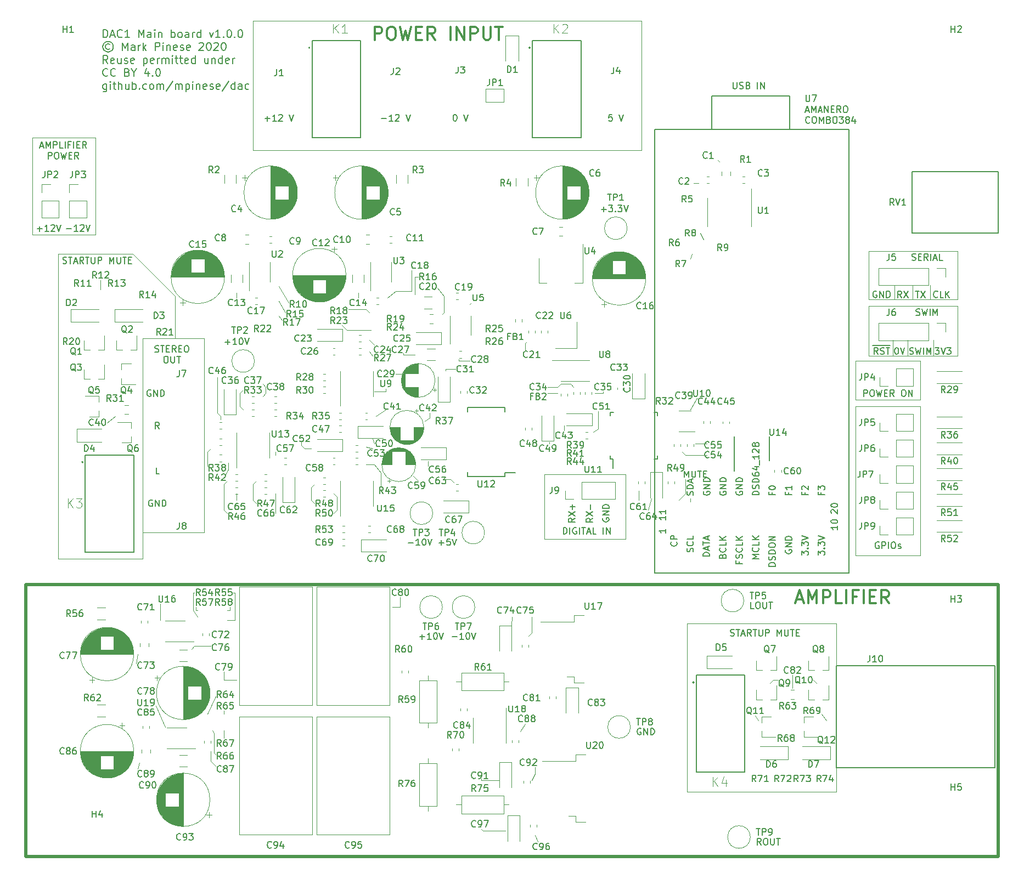
<source format=gbr>
G04 #@! TF.GenerationSoftware,KiCad,Pcbnew,(5.1.5)-3*
G04 #@! TF.CreationDate,2020-06-27T20:49:00+10:00*
G04 #@! TF.ProjectId,mainboard,6d61696e-626f-4617-9264-2e6b69636164,1.0.0*
G04 #@! TF.SameCoordinates,Original*
G04 #@! TF.FileFunction,Legend,Top*
G04 #@! TF.FilePolarity,Positive*
%FSLAX46Y46*%
G04 Gerber Fmt 4.6, Leading zero omitted, Abs format (unit mm)*
G04 Created by KiCad (PCBNEW (5.1.5)-3) date 2020-06-27 20:49:00*
%MOMM*%
%LPD*%
G04 APERTURE LIST*
%ADD10C,0.200000*%
%ADD11C,0.120000*%
%ADD12C,0.150000*%
%ADD13C,0.500000*%
%ADD14C,0.300000*%
%ADD15C,0.127000*%
%ADD16C,0.015000*%
G04 APERTURE END LIST*
D10*
X71915714Y-33542857D02*
X71915714Y-32342857D01*
X72201428Y-32342857D01*
X72372857Y-32400000D01*
X72487142Y-32514285D01*
X72544285Y-32628571D01*
X72601428Y-32857142D01*
X72601428Y-33028571D01*
X72544285Y-33257142D01*
X72487142Y-33371428D01*
X72372857Y-33485714D01*
X72201428Y-33542857D01*
X71915714Y-33542857D01*
X73058571Y-33200000D02*
X73630000Y-33200000D01*
X72944285Y-33542857D02*
X73344285Y-32342857D01*
X73744285Y-33542857D01*
X74830000Y-33428571D02*
X74772857Y-33485714D01*
X74601428Y-33542857D01*
X74487142Y-33542857D01*
X74315714Y-33485714D01*
X74201428Y-33371428D01*
X74144285Y-33257142D01*
X74087142Y-33028571D01*
X74087142Y-32857142D01*
X74144285Y-32628571D01*
X74201428Y-32514285D01*
X74315714Y-32400000D01*
X74487142Y-32342857D01*
X74601428Y-32342857D01*
X74772857Y-32400000D01*
X74830000Y-32457142D01*
X75972857Y-33542857D02*
X75287142Y-33542857D01*
X75630000Y-33542857D02*
X75630000Y-32342857D01*
X75515714Y-32514285D01*
X75401428Y-32628571D01*
X75287142Y-32685714D01*
X77401428Y-33542857D02*
X77401428Y-32342857D01*
X77801428Y-33200000D01*
X78201428Y-32342857D01*
X78201428Y-33542857D01*
X79287142Y-33542857D02*
X79287142Y-32914285D01*
X79230000Y-32800000D01*
X79115714Y-32742857D01*
X78887142Y-32742857D01*
X78772857Y-32800000D01*
X79287142Y-33485714D02*
X79172857Y-33542857D01*
X78887142Y-33542857D01*
X78772857Y-33485714D01*
X78715714Y-33371428D01*
X78715714Y-33257142D01*
X78772857Y-33142857D01*
X78887142Y-33085714D01*
X79172857Y-33085714D01*
X79287142Y-33028571D01*
X79858571Y-33542857D02*
X79858571Y-32742857D01*
X79858571Y-32342857D02*
X79801428Y-32400000D01*
X79858571Y-32457142D01*
X79915714Y-32400000D01*
X79858571Y-32342857D01*
X79858571Y-32457142D01*
X80430000Y-32742857D02*
X80430000Y-33542857D01*
X80430000Y-32857142D02*
X80487142Y-32800000D01*
X80601428Y-32742857D01*
X80772857Y-32742857D01*
X80887142Y-32800000D01*
X80944285Y-32914285D01*
X80944285Y-33542857D01*
X82430000Y-33542857D02*
X82430000Y-32342857D01*
X82430000Y-32800000D02*
X82544285Y-32742857D01*
X82772857Y-32742857D01*
X82887142Y-32800000D01*
X82944285Y-32857142D01*
X83001428Y-32971428D01*
X83001428Y-33314285D01*
X82944285Y-33428571D01*
X82887142Y-33485714D01*
X82772857Y-33542857D01*
X82544285Y-33542857D01*
X82430000Y-33485714D01*
X83687142Y-33542857D02*
X83572857Y-33485714D01*
X83515714Y-33428571D01*
X83458571Y-33314285D01*
X83458571Y-32971428D01*
X83515714Y-32857142D01*
X83572857Y-32800000D01*
X83687142Y-32742857D01*
X83858571Y-32742857D01*
X83972857Y-32800000D01*
X84030000Y-32857142D01*
X84087142Y-32971428D01*
X84087142Y-33314285D01*
X84030000Y-33428571D01*
X83972857Y-33485714D01*
X83858571Y-33542857D01*
X83687142Y-33542857D01*
X85115714Y-33542857D02*
X85115714Y-32914285D01*
X85058571Y-32800000D01*
X84944285Y-32742857D01*
X84715714Y-32742857D01*
X84601428Y-32800000D01*
X85115714Y-33485714D02*
X85001428Y-33542857D01*
X84715714Y-33542857D01*
X84601428Y-33485714D01*
X84544285Y-33371428D01*
X84544285Y-33257142D01*
X84601428Y-33142857D01*
X84715714Y-33085714D01*
X85001428Y-33085714D01*
X85115714Y-33028571D01*
X85687142Y-33542857D02*
X85687142Y-32742857D01*
X85687142Y-32971428D02*
X85744285Y-32857142D01*
X85801428Y-32800000D01*
X85915714Y-32742857D01*
X86030000Y-32742857D01*
X86944285Y-33542857D02*
X86944285Y-32342857D01*
X86944285Y-33485714D02*
X86830000Y-33542857D01*
X86601428Y-33542857D01*
X86487142Y-33485714D01*
X86430000Y-33428571D01*
X86372857Y-33314285D01*
X86372857Y-32971428D01*
X86430000Y-32857142D01*
X86487142Y-32800000D01*
X86601428Y-32742857D01*
X86830000Y-32742857D01*
X86944285Y-32800000D01*
X88315714Y-32742857D02*
X88601428Y-33542857D01*
X88887142Y-32742857D01*
X89972857Y-33542857D02*
X89287142Y-33542857D01*
X89630000Y-33542857D02*
X89630000Y-32342857D01*
X89515714Y-32514285D01*
X89401428Y-32628571D01*
X89287142Y-32685714D01*
X90487142Y-33428571D02*
X90544285Y-33485714D01*
X90487142Y-33542857D01*
X90430000Y-33485714D01*
X90487142Y-33428571D01*
X90487142Y-33542857D01*
X91287142Y-32342857D02*
X91401428Y-32342857D01*
X91515714Y-32400000D01*
X91572857Y-32457142D01*
X91630000Y-32571428D01*
X91687142Y-32800000D01*
X91687142Y-33085714D01*
X91630000Y-33314285D01*
X91572857Y-33428571D01*
X91515714Y-33485714D01*
X91401428Y-33542857D01*
X91287142Y-33542857D01*
X91172857Y-33485714D01*
X91115714Y-33428571D01*
X91058571Y-33314285D01*
X91001428Y-33085714D01*
X91001428Y-32800000D01*
X91058571Y-32571428D01*
X91115714Y-32457142D01*
X91172857Y-32400000D01*
X91287142Y-32342857D01*
X92201428Y-33428571D02*
X92258571Y-33485714D01*
X92201428Y-33542857D01*
X92144285Y-33485714D01*
X92201428Y-33428571D01*
X92201428Y-33542857D01*
X93001428Y-32342857D02*
X93115714Y-32342857D01*
X93230000Y-32400000D01*
X93287142Y-32457142D01*
X93344285Y-32571428D01*
X93401428Y-32800000D01*
X93401428Y-33085714D01*
X93344285Y-33314285D01*
X93287142Y-33428571D01*
X93230000Y-33485714D01*
X93115714Y-33542857D01*
X93001428Y-33542857D01*
X92887142Y-33485714D01*
X92830000Y-33428571D01*
X92772857Y-33314285D01*
X92715714Y-33085714D01*
X92715714Y-32800000D01*
X92772857Y-32571428D01*
X92830000Y-32457142D01*
X92887142Y-32400000D01*
X93001428Y-32342857D01*
X72887142Y-34628571D02*
X72772857Y-34571428D01*
X72544285Y-34571428D01*
X72430000Y-34628571D01*
X72315714Y-34742857D01*
X72258571Y-34857142D01*
X72258571Y-35085714D01*
X72315714Y-35200000D01*
X72430000Y-35314285D01*
X72544285Y-35371428D01*
X72772857Y-35371428D01*
X72887142Y-35314285D01*
X72658571Y-34171428D02*
X72372857Y-34228571D01*
X72087142Y-34400000D01*
X71915714Y-34685714D01*
X71858571Y-34971428D01*
X71915714Y-35257142D01*
X72087142Y-35542857D01*
X72372857Y-35714285D01*
X72658571Y-35771428D01*
X72944285Y-35714285D01*
X73230000Y-35542857D01*
X73401428Y-35257142D01*
X73458571Y-34971428D01*
X73401428Y-34685714D01*
X73230000Y-34400000D01*
X72944285Y-34228571D01*
X72658571Y-34171428D01*
X74887142Y-35542857D02*
X74887142Y-34342857D01*
X75287142Y-35200000D01*
X75687142Y-34342857D01*
X75687142Y-35542857D01*
X76772857Y-35542857D02*
X76772857Y-34914285D01*
X76715714Y-34800000D01*
X76601428Y-34742857D01*
X76372857Y-34742857D01*
X76258571Y-34800000D01*
X76772857Y-35485714D02*
X76658571Y-35542857D01*
X76372857Y-35542857D01*
X76258571Y-35485714D01*
X76201428Y-35371428D01*
X76201428Y-35257142D01*
X76258571Y-35142857D01*
X76372857Y-35085714D01*
X76658571Y-35085714D01*
X76772857Y-35028571D01*
X77344285Y-35542857D02*
X77344285Y-34742857D01*
X77344285Y-34971428D02*
X77401428Y-34857142D01*
X77458571Y-34800000D01*
X77572857Y-34742857D01*
X77687142Y-34742857D01*
X78087142Y-35542857D02*
X78087142Y-34342857D01*
X78201428Y-35085714D02*
X78544285Y-35542857D01*
X78544285Y-34742857D02*
X78087142Y-35200000D01*
X79972857Y-35542857D02*
X79972857Y-34342857D01*
X80430000Y-34342857D01*
X80544285Y-34400000D01*
X80601428Y-34457142D01*
X80658571Y-34571428D01*
X80658571Y-34742857D01*
X80601428Y-34857142D01*
X80544285Y-34914285D01*
X80430000Y-34971428D01*
X79972857Y-34971428D01*
X81172857Y-35542857D02*
X81172857Y-34742857D01*
X81172857Y-34342857D02*
X81115714Y-34400000D01*
X81172857Y-34457142D01*
X81230000Y-34400000D01*
X81172857Y-34342857D01*
X81172857Y-34457142D01*
X81744285Y-34742857D02*
X81744285Y-35542857D01*
X81744285Y-34857142D02*
X81801428Y-34800000D01*
X81915714Y-34742857D01*
X82087142Y-34742857D01*
X82201428Y-34800000D01*
X82258571Y-34914285D01*
X82258571Y-35542857D01*
X83287142Y-35485714D02*
X83172857Y-35542857D01*
X82944285Y-35542857D01*
X82830000Y-35485714D01*
X82772857Y-35371428D01*
X82772857Y-34914285D01*
X82830000Y-34800000D01*
X82944285Y-34742857D01*
X83172857Y-34742857D01*
X83287142Y-34800000D01*
X83344285Y-34914285D01*
X83344285Y-35028571D01*
X82772857Y-35142857D01*
X83801428Y-35485714D02*
X83915714Y-35542857D01*
X84144285Y-35542857D01*
X84258571Y-35485714D01*
X84315714Y-35371428D01*
X84315714Y-35314285D01*
X84258571Y-35200000D01*
X84144285Y-35142857D01*
X83972857Y-35142857D01*
X83858571Y-35085714D01*
X83801428Y-34971428D01*
X83801428Y-34914285D01*
X83858571Y-34800000D01*
X83972857Y-34742857D01*
X84144285Y-34742857D01*
X84258571Y-34800000D01*
X85287142Y-35485714D02*
X85172857Y-35542857D01*
X84944285Y-35542857D01*
X84830000Y-35485714D01*
X84772857Y-35371428D01*
X84772857Y-34914285D01*
X84830000Y-34800000D01*
X84944285Y-34742857D01*
X85172857Y-34742857D01*
X85287142Y-34800000D01*
X85344285Y-34914285D01*
X85344285Y-35028571D01*
X84772857Y-35142857D01*
X86715714Y-34457142D02*
X86772857Y-34400000D01*
X86887142Y-34342857D01*
X87172857Y-34342857D01*
X87287142Y-34400000D01*
X87344285Y-34457142D01*
X87401428Y-34571428D01*
X87401428Y-34685714D01*
X87344285Y-34857142D01*
X86658571Y-35542857D01*
X87401428Y-35542857D01*
X88144285Y-34342857D02*
X88258571Y-34342857D01*
X88372857Y-34400000D01*
X88430000Y-34457142D01*
X88487142Y-34571428D01*
X88544285Y-34800000D01*
X88544285Y-35085714D01*
X88487142Y-35314285D01*
X88430000Y-35428571D01*
X88372857Y-35485714D01*
X88258571Y-35542857D01*
X88144285Y-35542857D01*
X88030000Y-35485714D01*
X87972857Y-35428571D01*
X87915714Y-35314285D01*
X87858571Y-35085714D01*
X87858571Y-34800000D01*
X87915714Y-34571428D01*
X87972857Y-34457142D01*
X88030000Y-34400000D01*
X88144285Y-34342857D01*
X89001428Y-34457142D02*
X89058571Y-34400000D01*
X89172857Y-34342857D01*
X89458571Y-34342857D01*
X89572857Y-34400000D01*
X89630000Y-34457142D01*
X89687142Y-34571428D01*
X89687142Y-34685714D01*
X89630000Y-34857142D01*
X88944285Y-35542857D01*
X89687142Y-35542857D01*
X90430000Y-34342857D02*
X90544285Y-34342857D01*
X90658571Y-34400000D01*
X90715714Y-34457142D01*
X90772857Y-34571428D01*
X90830000Y-34800000D01*
X90830000Y-35085714D01*
X90772857Y-35314285D01*
X90715714Y-35428571D01*
X90658571Y-35485714D01*
X90544285Y-35542857D01*
X90430000Y-35542857D01*
X90315714Y-35485714D01*
X90258571Y-35428571D01*
X90201428Y-35314285D01*
X90144285Y-35085714D01*
X90144285Y-34800000D01*
X90201428Y-34571428D01*
X90258571Y-34457142D01*
X90315714Y-34400000D01*
X90430000Y-34342857D01*
X72601428Y-37542857D02*
X72201428Y-36971428D01*
X71915714Y-37542857D02*
X71915714Y-36342857D01*
X72372857Y-36342857D01*
X72487142Y-36400000D01*
X72544285Y-36457142D01*
X72601428Y-36571428D01*
X72601428Y-36742857D01*
X72544285Y-36857142D01*
X72487142Y-36914285D01*
X72372857Y-36971428D01*
X71915714Y-36971428D01*
X73572857Y-37485714D02*
X73458571Y-37542857D01*
X73230000Y-37542857D01*
X73115714Y-37485714D01*
X73058571Y-37371428D01*
X73058571Y-36914285D01*
X73115714Y-36800000D01*
X73230000Y-36742857D01*
X73458571Y-36742857D01*
X73572857Y-36800000D01*
X73630000Y-36914285D01*
X73630000Y-37028571D01*
X73058571Y-37142857D01*
X74658571Y-36742857D02*
X74658571Y-37542857D01*
X74144285Y-36742857D02*
X74144285Y-37371428D01*
X74201428Y-37485714D01*
X74315714Y-37542857D01*
X74487142Y-37542857D01*
X74601428Y-37485714D01*
X74658571Y-37428571D01*
X75172857Y-37485714D02*
X75287142Y-37542857D01*
X75515714Y-37542857D01*
X75630000Y-37485714D01*
X75687142Y-37371428D01*
X75687142Y-37314285D01*
X75630000Y-37200000D01*
X75515714Y-37142857D01*
X75344285Y-37142857D01*
X75230000Y-37085714D01*
X75172857Y-36971428D01*
X75172857Y-36914285D01*
X75230000Y-36800000D01*
X75344285Y-36742857D01*
X75515714Y-36742857D01*
X75630000Y-36800000D01*
X76658571Y-37485714D02*
X76544285Y-37542857D01*
X76315714Y-37542857D01*
X76201428Y-37485714D01*
X76144285Y-37371428D01*
X76144285Y-36914285D01*
X76201428Y-36800000D01*
X76315714Y-36742857D01*
X76544285Y-36742857D01*
X76658571Y-36800000D01*
X76715714Y-36914285D01*
X76715714Y-37028571D01*
X76144285Y-37142857D01*
X78144285Y-36742857D02*
X78144285Y-37942857D01*
X78144285Y-36800000D02*
X78258571Y-36742857D01*
X78487142Y-36742857D01*
X78601428Y-36800000D01*
X78658571Y-36857142D01*
X78715714Y-36971428D01*
X78715714Y-37314285D01*
X78658571Y-37428571D01*
X78601428Y-37485714D01*
X78487142Y-37542857D01*
X78258571Y-37542857D01*
X78144285Y-37485714D01*
X79687142Y-37485714D02*
X79572857Y-37542857D01*
X79344285Y-37542857D01*
X79230000Y-37485714D01*
X79172857Y-37371428D01*
X79172857Y-36914285D01*
X79230000Y-36800000D01*
X79344285Y-36742857D01*
X79572857Y-36742857D01*
X79687142Y-36800000D01*
X79744285Y-36914285D01*
X79744285Y-37028571D01*
X79172857Y-37142857D01*
X80258571Y-37542857D02*
X80258571Y-36742857D01*
X80258571Y-36971428D02*
X80315714Y-36857142D01*
X80372857Y-36800000D01*
X80487142Y-36742857D01*
X80601428Y-36742857D01*
X81001428Y-37542857D02*
X81001428Y-36742857D01*
X81001428Y-36857142D02*
X81058571Y-36800000D01*
X81172857Y-36742857D01*
X81344285Y-36742857D01*
X81458571Y-36800000D01*
X81515714Y-36914285D01*
X81515714Y-37542857D01*
X81515714Y-36914285D02*
X81572857Y-36800000D01*
X81687142Y-36742857D01*
X81858571Y-36742857D01*
X81972857Y-36800000D01*
X82030000Y-36914285D01*
X82030000Y-37542857D01*
X82601428Y-37542857D02*
X82601428Y-36742857D01*
X82601428Y-36342857D02*
X82544285Y-36400000D01*
X82601428Y-36457142D01*
X82658571Y-36400000D01*
X82601428Y-36342857D01*
X82601428Y-36457142D01*
X83001428Y-36742857D02*
X83458571Y-36742857D01*
X83172857Y-36342857D02*
X83172857Y-37371428D01*
X83230000Y-37485714D01*
X83344285Y-37542857D01*
X83458571Y-37542857D01*
X83687142Y-36742857D02*
X84144285Y-36742857D01*
X83858571Y-36342857D02*
X83858571Y-37371428D01*
X83915714Y-37485714D01*
X84030000Y-37542857D01*
X84144285Y-37542857D01*
X85001428Y-37485714D02*
X84887142Y-37542857D01*
X84658571Y-37542857D01*
X84544285Y-37485714D01*
X84487142Y-37371428D01*
X84487142Y-36914285D01*
X84544285Y-36800000D01*
X84658571Y-36742857D01*
X84887142Y-36742857D01*
X85001428Y-36800000D01*
X85058571Y-36914285D01*
X85058571Y-37028571D01*
X84487142Y-37142857D01*
X86087142Y-37542857D02*
X86087142Y-36342857D01*
X86087142Y-37485714D02*
X85972857Y-37542857D01*
X85744285Y-37542857D01*
X85630000Y-37485714D01*
X85572857Y-37428571D01*
X85515714Y-37314285D01*
X85515714Y-36971428D01*
X85572857Y-36857142D01*
X85630000Y-36800000D01*
X85744285Y-36742857D01*
X85972857Y-36742857D01*
X86087142Y-36800000D01*
X88087142Y-36742857D02*
X88087142Y-37542857D01*
X87572857Y-36742857D02*
X87572857Y-37371428D01*
X87630000Y-37485714D01*
X87744285Y-37542857D01*
X87915714Y-37542857D01*
X88030000Y-37485714D01*
X88087142Y-37428571D01*
X88658571Y-36742857D02*
X88658571Y-37542857D01*
X88658571Y-36857142D02*
X88715714Y-36800000D01*
X88830000Y-36742857D01*
X89001428Y-36742857D01*
X89115714Y-36800000D01*
X89172857Y-36914285D01*
X89172857Y-37542857D01*
X90258571Y-37542857D02*
X90258571Y-36342857D01*
X90258571Y-37485714D02*
X90144285Y-37542857D01*
X89915714Y-37542857D01*
X89801428Y-37485714D01*
X89744285Y-37428571D01*
X89687142Y-37314285D01*
X89687142Y-36971428D01*
X89744285Y-36857142D01*
X89801428Y-36800000D01*
X89915714Y-36742857D01*
X90144285Y-36742857D01*
X90258571Y-36800000D01*
X91287142Y-37485714D02*
X91172857Y-37542857D01*
X90944285Y-37542857D01*
X90830000Y-37485714D01*
X90772857Y-37371428D01*
X90772857Y-36914285D01*
X90830000Y-36800000D01*
X90944285Y-36742857D01*
X91172857Y-36742857D01*
X91287142Y-36800000D01*
X91344285Y-36914285D01*
X91344285Y-37028571D01*
X90772857Y-37142857D01*
X91858571Y-37542857D02*
X91858571Y-36742857D01*
X91858571Y-36971428D02*
X91915714Y-36857142D01*
X91972857Y-36800000D01*
X92087142Y-36742857D01*
X92201428Y-36742857D01*
X72601428Y-39428571D02*
X72544285Y-39485714D01*
X72372857Y-39542857D01*
X72258571Y-39542857D01*
X72087142Y-39485714D01*
X71972857Y-39371428D01*
X71915714Y-39257142D01*
X71858571Y-39028571D01*
X71858571Y-38857142D01*
X71915714Y-38628571D01*
X71972857Y-38514285D01*
X72087142Y-38400000D01*
X72258571Y-38342857D01*
X72372857Y-38342857D01*
X72544285Y-38400000D01*
X72601428Y-38457142D01*
X73801428Y-39428571D02*
X73744285Y-39485714D01*
X73572857Y-39542857D01*
X73458571Y-39542857D01*
X73287142Y-39485714D01*
X73172857Y-39371428D01*
X73115714Y-39257142D01*
X73058571Y-39028571D01*
X73058571Y-38857142D01*
X73115714Y-38628571D01*
X73172857Y-38514285D01*
X73287142Y-38400000D01*
X73458571Y-38342857D01*
X73572857Y-38342857D01*
X73744285Y-38400000D01*
X73801428Y-38457142D01*
X75630000Y-38914285D02*
X75801428Y-38971428D01*
X75858571Y-39028571D01*
X75915714Y-39142857D01*
X75915714Y-39314285D01*
X75858571Y-39428571D01*
X75801428Y-39485714D01*
X75687142Y-39542857D01*
X75230000Y-39542857D01*
X75230000Y-38342857D01*
X75630000Y-38342857D01*
X75744285Y-38400000D01*
X75801428Y-38457142D01*
X75858571Y-38571428D01*
X75858571Y-38685714D01*
X75801428Y-38800000D01*
X75744285Y-38857142D01*
X75630000Y-38914285D01*
X75230000Y-38914285D01*
X76658571Y-38971428D02*
X76658571Y-39542857D01*
X76258571Y-38342857D02*
X76658571Y-38971428D01*
X77058571Y-38342857D01*
X78887142Y-38742857D02*
X78887142Y-39542857D01*
X78601428Y-38285714D02*
X78315714Y-39142857D01*
X79058571Y-39142857D01*
X79515714Y-39428571D02*
X79572857Y-39485714D01*
X79515714Y-39542857D01*
X79458571Y-39485714D01*
X79515714Y-39428571D01*
X79515714Y-39542857D01*
X80315714Y-38342857D02*
X80430000Y-38342857D01*
X80544285Y-38400000D01*
X80601428Y-38457142D01*
X80658571Y-38571428D01*
X80715714Y-38800000D01*
X80715714Y-39085714D01*
X80658571Y-39314285D01*
X80601428Y-39428571D01*
X80544285Y-39485714D01*
X80430000Y-39542857D01*
X80315714Y-39542857D01*
X80201428Y-39485714D01*
X80144285Y-39428571D01*
X80087142Y-39314285D01*
X80030000Y-39085714D01*
X80030000Y-38800000D01*
X80087142Y-38571428D01*
X80144285Y-38457142D01*
X80201428Y-38400000D01*
X80315714Y-38342857D01*
X72430000Y-40742857D02*
X72430000Y-41714285D01*
X72372857Y-41828571D01*
X72315714Y-41885714D01*
X72201428Y-41942857D01*
X72030000Y-41942857D01*
X71915714Y-41885714D01*
X72430000Y-41485714D02*
X72315714Y-41542857D01*
X72087142Y-41542857D01*
X71972857Y-41485714D01*
X71915714Y-41428571D01*
X71858571Y-41314285D01*
X71858571Y-40971428D01*
X71915714Y-40857142D01*
X71972857Y-40800000D01*
X72087142Y-40742857D01*
X72315714Y-40742857D01*
X72430000Y-40800000D01*
X73001428Y-41542857D02*
X73001428Y-40742857D01*
X73001428Y-40342857D02*
X72944285Y-40400000D01*
X73001428Y-40457142D01*
X73058571Y-40400000D01*
X73001428Y-40342857D01*
X73001428Y-40457142D01*
X73401428Y-40742857D02*
X73858571Y-40742857D01*
X73572857Y-40342857D02*
X73572857Y-41371428D01*
X73630000Y-41485714D01*
X73744285Y-41542857D01*
X73858571Y-41542857D01*
X74258571Y-41542857D02*
X74258571Y-40342857D01*
X74772857Y-41542857D02*
X74772857Y-40914285D01*
X74715714Y-40800000D01*
X74601428Y-40742857D01*
X74430000Y-40742857D01*
X74315714Y-40800000D01*
X74258571Y-40857142D01*
X75858571Y-40742857D02*
X75858571Y-41542857D01*
X75344285Y-40742857D02*
X75344285Y-41371428D01*
X75401428Y-41485714D01*
X75515714Y-41542857D01*
X75687142Y-41542857D01*
X75801428Y-41485714D01*
X75858571Y-41428571D01*
X76430000Y-41542857D02*
X76430000Y-40342857D01*
X76430000Y-40800000D02*
X76544285Y-40742857D01*
X76772857Y-40742857D01*
X76887142Y-40800000D01*
X76944285Y-40857142D01*
X77001428Y-40971428D01*
X77001428Y-41314285D01*
X76944285Y-41428571D01*
X76887142Y-41485714D01*
X76772857Y-41542857D01*
X76544285Y-41542857D01*
X76430000Y-41485714D01*
X77515714Y-41428571D02*
X77572857Y-41485714D01*
X77515714Y-41542857D01*
X77458571Y-41485714D01*
X77515714Y-41428571D01*
X77515714Y-41542857D01*
X78601428Y-41485714D02*
X78487142Y-41542857D01*
X78258571Y-41542857D01*
X78144285Y-41485714D01*
X78087142Y-41428571D01*
X78030000Y-41314285D01*
X78030000Y-40971428D01*
X78087142Y-40857142D01*
X78144285Y-40800000D01*
X78258571Y-40742857D01*
X78487142Y-40742857D01*
X78601428Y-40800000D01*
X79287142Y-41542857D02*
X79172857Y-41485714D01*
X79115714Y-41428571D01*
X79058571Y-41314285D01*
X79058571Y-40971428D01*
X79115714Y-40857142D01*
X79172857Y-40800000D01*
X79287142Y-40742857D01*
X79458571Y-40742857D01*
X79572857Y-40800000D01*
X79630000Y-40857142D01*
X79687142Y-40971428D01*
X79687142Y-41314285D01*
X79630000Y-41428571D01*
X79572857Y-41485714D01*
X79458571Y-41542857D01*
X79287142Y-41542857D01*
X80201428Y-41542857D02*
X80201428Y-40742857D01*
X80201428Y-40857142D02*
X80258571Y-40800000D01*
X80372857Y-40742857D01*
X80544285Y-40742857D01*
X80658571Y-40800000D01*
X80715714Y-40914285D01*
X80715714Y-41542857D01*
X80715714Y-40914285D02*
X80772857Y-40800000D01*
X80887142Y-40742857D01*
X81058571Y-40742857D01*
X81172857Y-40800000D01*
X81230000Y-40914285D01*
X81230000Y-41542857D01*
X82658571Y-40285714D02*
X81630000Y-41828571D01*
X83058571Y-41542857D02*
X83058571Y-40742857D01*
X83058571Y-40857142D02*
X83115714Y-40800000D01*
X83230000Y-40742857D01*
X83401428Y-40742857D01*
X83515714Y-40800000D01*
X83572857Y-40914285D01*
X83572857Y-41542857D01*
X83572857Y-40914285D02*
X83630000Y-40800000D01*
X83744285Y-40742857D01*
X83915714Y-40742857D01*
X84030000Y-40800000D01*
X84087142Y-40914285D01*
X84087142Y-41542857D01*
X84658571Y-40742857D02*
X84658571Y-41942857D01*
X84658571Y-40800000D02*
X84772857Y-40742857D01*
X85001428Y-40742857D01*
X85115714Y-40800000D01*
X85172857Y-40857142D01*
X85230000Y-40971428D01*
X85230000Y-41314285D01*
X85172857Y-41428571D01*
X85115714Y-41485714D01*
X85001428Y-41542857D01*
X84772857Y-41542857D01*
X84658571Y-41485714D01*
X85744285Y-41542857D02*
X85744285Y-40742857D01*
X85744285Y-40342857D02*
X85687142Y-40400000D01*
X85744285Y-40457142D01*
X85801428Y-40400000D01*
X85744285Y-40342857D01*
X85744285Y-40457142D01*
X86315714Y-40742857D02*
X86315714Y-41542857D01*
X86315714Y-40857142D02*
X86372857Y-40800000D01*
X86487142Y-40742857D01*
X86658571Y-40742857D01*
X86772857Y-40800000D01*
X86830000Y-40914285D01*
X86830000Y-41542857D01*
X87858571Y-41485714D02*
X87744285Y-41542857D01*
X87515714Y-41542857D01*
X87401428Y-41485714D01*
X87344285Y-41371428D01*
X87344285Y-40914285D01*
X87401428Y-40800000D01*
X87515714Y-40742857D01*
X87744285Y-40742857D01*
X87858571Y-40800000D01*
X87915714Y-40914285D01*
X87915714Y-41028571D01*
X87344285Y-41142857D01*
X88372857Y-41485714D02*
X88487142Y-41542857D01*
X88715714Y-41542857D01*
X88830000Y-41485714D01*
X88887142Y-41371428D01*
X88887142Y-41314285D01*
X88830000Y-41200000D01*
X88715714Y-41142857D01*
X88544285Y-41142857D01*
X88430000Y-41085714D01*
X88372857Y-40971428D01*
X88372857Y-40914285D01*
X88430000Y-40800000D01*
X88544285Y-40742857D01*
X88715714Y-40742857D01*
X88830000Y-40800000D01*
X89858571Y-41485714D02*
X89744285Y-41542857D01*
X89515714Y-41542857D01*
X89401428Y-41485714D01*
X89344285Y-41371428D01*
X89344285Y-40914285D01*
X89401428Y-40800000D01*
X89515714Y-40742857D01*
X89744285Y-40742857D01*
X89858571Y-40800000D01*
X89915714Y-40914285D01*
X89915714Y-41028571D01*
X89344285Y-41142857D01*
X91287142Y-40285714D02*
X90258571Y-41828571D01*
X92201428Y-41542857D02*
X92201428Y-40342857D01*
X92201428Y-41485714D02*
X92087142Y-41542857D01*
X91858571Y-41542857D01*
X91744285Y-41485714D01*
X91687142Y-41428571D01*
X91630000Y-41314285D01*
X91630000Y-40971428D01*
X91687142Y-40857142D01*
X91744285Y-40800000D01*
X91858571Y-40742857D01*
X92087142Y-40742857D01*
X92201428Y-40800000D01*
X93287142Y-41542857D02*
X93287142Y-40914285D01*
X93230000Y-40800000D01*
X93115714Y-40742857D01*
X92887142Y-40742857D01*
X92772857Y-40800000D01*
X93287142Y-41485714D02*
X93172857Y-41542857D01*
X92887142Y-41542857D01*
X92772857Y-41485714D01*
X92715714Y-41371428D01*
X92715714Y-41257142D01*
X92772857Y-41142857D01*
X92887142Y-41085714D01*
X93172857Y-41085714D01*
X93287142Y-41028571D01*
X94372857Y-41485714D02*
X94258571Y-41542857D01*
X94030000Y-41542857D01*
X93915714Y-41485714D01*
X93858571Y-41428571D01*
X93801428Y-41314285D01*
X93801428Y-40971428D01*
X93858571Y-40857142D01*
X93915714Y-40800000D01*
X94030000Y-40742857D01*
X94258571Y-40742857D01*
X94372857Y-40800000D01*
D11*
X148250000Y-94000000D02*
X147500000Y-94500000D01*
X148250000Y-91250000D02*
X148250000Y-94000000D01*
D12*
X169095238Y-40452380D02*
X169095238Y-41261904D01*
X169142857Y-41357142D01*
X169190476Y-41404761D01*
X169285714Y-41452380D01*
X169476190Y-41452380D01*
X169571428Y-41404761D01*
X169619047Y-41357142D01*
X169666666Y-41261904D01*
X169666666Y-40452380D01*
X170095238Y-41404761D02*
X170238095Y-41452380D01*
X170476190Y-41452380D01*
X170571428Y-41404761D01*
X170619047Y-41357142D01*
X170666666Y-41261904D01*
X170666666Y-41166666D01*
X170619047Y-41071428D01*
X170571428Y-41023809D01*
X170476190Y-40976190D01*
X170285714Y-40928571D01*
X170190476Y-40880952D01*
X170142857Y-40833333D01*
X170095238Y-40738095D01*
X170095238Y-40642857D01*
X170142857Y-40547619D01*
X170190476Y-40500000D01*
X170285714Y-40452380D01*
X170523809Y-40452380D01*
X170666666Y-40500000D01*
X171428571Y-40928571D02*
X171571428Y-40976190D01*
X171619047Y-41023809D01*
X171666666Y-41119047D01*
X171666666Y-41261904D01*
X171619047Y-41357142D01*
X171571428Y-41404761D01*
X171476190Y-41452380D01*
X171095238Y-41452380D01*
X171095238Y-40452380D01*
X171428571Y-40452380D01*
X171523809Y-40500000D01*
X171571428Y-40547619D01*
X171619047Y-40642857D01*
X171619047Y-40738095D01*
X171571428Y-40833333D01*
X171523809Y-40880952D01*
X171428571Y-40928571D01*
X171095238Y-40928571D01*
X172857142Y-41452380D02*
X172857142Y-40452380D01*
X173333333Y-41452380D02*
X173333333Y-40452380D01*
X173904761Y-41452380D01*
X173904761Y-40452380D01*
X180287976Y-44841666D02*
X180764166Y-44841666D01*
X180192738Y-45127380D02*
X180526071Y-44127380D01*
X180859404Y-45127380D01*
X181192738Y-45127380D02*
X181192738Y-44127380D01*
X181526071Y-44841666D01*
X181859404Y-44127380D01*
X181859404Y-45127380D01*
X182287976Y-44841666D02*
X182764166Y-44841666D01*
X182192738Y-45127380D02*
X182526071Y-44127380D01*
X182859404Y-45127380D01*
X183192738Y-45127380D02*
X183192738Y-44127380D01*
X183764166Y-45127380D01*
X183764166Y-44127380D01*
X184240357Y-44603571D02*
X184573690Y-44603571D01*
X184716547Y-45127380D02*
X184240357Y-45127380D01*
X184240357Y-44127380D01*
X184716547Y-44127380D01*
X185716547Y-45127380D02*
X185383214Y-44651190D01*
X185145119Y-45127380D02*
X185145119Y-44127380D01*
X185526071Y-44127380D01*
X185621309Y-44175000D01*
X185668928Y-44222619D01*
X185716547Y-44317857D01*
X185716547Y-44460714D01*
X185668928Y-44555952D01*
X185621309Y-44603571D01*
X185526071Y-44651190D01*
X185145119Y-44651190D01*
X186335595Y-44127380D02*
X186526071Y-44127380D01*
X186621309Y-44175000D01*
X186716547Y-44270238D01*
X186764166Y-44460714D01*
X186764166Y-44794047D01*
X186716547Y-44984523D01*
X186621309Y-45079761D01*
X186526071Y-45127380D01*
X186335595Y-45127380D01*
X186240357Y-45079761D01*
X186145119Y-44984523D01*
X186097500Y-44794047D01*
X186097500Y-44460714D01*
X186145119Y-44270238D01*
X186240357Y-44175000D01*
X186335595Y-44127380D01*
X180907023Y-46682142D02*
X180859404Y-46729761D01*
X180716547Y-46777380D01*
X180621309Y-46777380D01*
X180478452Y-46729761D01*
X180383214Y-46634523D01*
X180335595Y-46539285D01*
X180287976Y-46348809D01*
X180287976Y-46205952D01*
X180335595Y-46015476D01*
X180383214Y-45920238D01*
X180478452Y-45825000D01*
X180621309Y-45777380D01*
X180716547Y-45777380D01*
X180859404Y-45825000D01*
X180907023Y-45872619D01*
X181526071Y-45777380D02*
X181716547Y-45777380D01*
X181811785Y-45825000D01*
X181907023Y-45920238D01*
X181954642Y-46110714D01*
X181954642Y-46444047D01*
X181907023Y-46634523D01*
X181811785Y-46729761D01*
X181716547Y-46777380D01*
X181526071Y-46777380D01*
X181430833Y-46729761D01*
X181335595Y-46634523D01*
X181287976Y-46444047D01*
X181287976Y-46110714D01*
X181335595Y-45920238D01*
X181430833Y-45825000D01*
X181526071Y-45777380D01*
X182383214Y-46777380D02*
X182383214Y-45777380D01*
X182716547Y-46491666D01*
X183049880Y-45777380D01*
X183049880Y-46777380D01*
X183859404Y-46253571D02*
X184002261Y-46301190D01*
X184049880Y-46348809D01*
X184097500Y-46444047D01*
X184097500Y-46586904D01*
X184049880Y-46682142D01*
X184002261Y-46729761D01*
X183907023Y-46777380D01*
X183526071Y-46777380D01*
X183526071Y-45777380D01*
X183859404Y-45777380D01*
X183954642Y-45825000D01*
X184002261Y-45872619D01*
X184049880Y-45967857D01*
X184049880Y-46063095D01*
X184002261Y-46158333D01*
X183954642Y-46205952D01*
X183859404Y-46253571D01*
X183526071Y-46253571D01*
X184716547Y-45777380D02*
X184907023Y-45777380D01*
X185002261Y-45825000D01*
X185097500Y-45920238D01*
X185145119Y-46110714D01*
X185145119Y-46444047D01*
X185097500Y-46634523D01*
X185002261Y-46729761D01*
X184907023Y-46777380D01*
X184716547Y-46777380D01*
X184621309Y-46729761D01*
X184526071Y-46634523D01*
X184478452Y-46444047D01*
X184478452Y-46110714D01*
X184526071Y-45920238D01*
X184621309Y-45825000D01*
X184716547Y-45777380D01*
X185478452Y-45777380D02*
X186097500Y-45777380D01*
X185764166Y-46158333D01*
X185907023Y-46158333D01*
X186002261Y-46205952D01*
X186049880Y-46253571D01*
X186097500Y-46348809D01*
X186097500Y-46586904D01*
X186049880Y-46682142D01*
X186002261Y-46729761D01*
X185907023Y-46777380D01*
X185621309Y-46777380D01*
X185526071Y-46729761D01*
X185478452Y-46682142D01*
X186668928Y-46205952D02*
X186573690Y-46158333D01*
X186526071Y-46110714D01*
X186478452Y-46015476D01*
X186478452Y-45967857D01*
X186526071Y-45872619D01*
X186573690Y-45825000D01*
X186668928Y-45777380D01*
X186859404Y-45777380D01*
X186954642Y-45825000D01*
X187002261Y-45872619D01*
X187049880Y-45967857D01*
X187049880Y-46015476D01*
X187002261Y-46110714D01*
X186954642Y-46158333D01*
X186859404Y-46205952D01*
X186668928Y-46205952D01*
X186573690Y-46253571D01*
X186526071Y-46301190D01*
X186478452Y-46396428D01*
X186478452Y-46586904D01*
X186526071Y-46682142D01*
X186573690Y-46729761D01*
X186668928Y-46777380D01*
X186859404Y-46777380D01*
X186954642Y-46729761D01*
X187002261Y-46682142D01*
X187049880Y-46586904D01*
X187049880Y-46396428D01*
X187002261Y-46301190D01*
X186954642Y-46253571D01*
X186859404Y-46205952D01*
X187907023Y-46110714D02*
X187907023Y-46777380D01*
X187668928Y-45729761D02*
X187430833Y-46444047D01*
X188049880Y-46444047D01*
D11*
X188000000Y-89500000D02*
X198000000Y-89500000D01*
X188000000Y-83500000D02*
X188000000Y-89500000D01*
X198000000Y-83500000D02*
X188000000Y-83500000D01*
X198000000Y-89500000D02*
X198000000Y-83500000D01*
D12*
X189261904Y-88952380D02*
X189261904Y-87952380D01*
X189642857Y-87952380D01*
X189738095Y-88000000D01*
X189785714Y-88047619D01*
X189833333Y-88142857D01*
X189833333Y-88285714D01*
X189785714Y-88380952D01*
X189738095Y-88428571D01*
X189642857Y-88476190D01*
X189261904Y-88476190D01*
X190452380Y-87952380D02*
X190642857Y-87952380D01*
X190738095Y-88000000D01*
X190833333Y-88095238D01*
X190880952Y-88285714D01*
X190880952Y-88619047D01*
X190833333Y-88809523D01*
X190738095Y-88904761D01*
X190642857Y-88952380D01*
X190452380Y-88952380D01*
X190357142Y-88904761D01*
X190261904Y-88809523D01*
X190214285Y-88619047D01*
X190214285Y-88285714D01*
X190261904Y-88095238D01*
X190357142Y-88000000D01*
X190452380Y-87952380D01*
X191214285Y-87952380D02*
X191452380Y-88952380D01*
X191642857Y-88238095D01*
X191833333Y-88952380D01*
X192071428Y-87952380D01*
X192452380Y-88428571D02*
X192785714Y-88428571D01*
X192928571Y-88952380D02*
X192452380Y-88952380D01*
X192452380Y-87952380D01*
X192928571Y-87952380D01*
X193928571Y-88952380D02*
X193595238Y-88476190D01*
X193357142Y-88952380D02*
X193357142Y-87952380D01*
X193738095Y-87952380D01*
X193833333Y-88000000D01*
X193880952Y-88047619D01*
X193928571Y-88142857D01*
X193928571Y-88285714D01*
X193880952Y-88380952D01*
X193833333Y-88428571D01*
X193738095Y-88476190D01*
X193357142Y-88476190D01*
X195309523Y-87952380D02*
X195500000Y-87952380D01*
X195595238Y-88000000D01*
X195690476Y-88095238D01*
X195738095Y-88285714D01*
X195738095Y-88619047D01*
X195690476Y-88809523D01*
X195595238Y-88904761D01*
X195500000Y-88952380D01*
X195309523Y-88952380D01*
X195214285Y-88904761D01*
X195119047Y-88809523D01*
X195071428Y-88619047D01*
X195071428Y-88285714D01*
X195119047Y-88095238D01*
X195214285Y-88000000D01*
X195309523Y-87952380D01*
X196166666Y-88952380D02*
X196166666Y-87952380D01*
X196738095Y-88952380D01*
X196738095Y-87952380D01*
D11*
X188000000Y-113500000D02*
X188000000Y-90500000D01*
X198000000Y-113500000D02*
X188000000Y-113500000D01*
X198000000Y-90500000D02*
X198000000Y-113500000D01*
X188000000Y-90500000D02*
X198000000Y-90500000D01*
D12*
X191595238Y-111500000D02*
X191500000Y-111452380D01*
X191357142Y-111452380D01*
X191214285Y-111500000D01*
X191119047Y-111595238D01*
X191071428Y-111690476D01*
X191023809Y-111880952D01*
X191023809Y-112023809D01*
X191071428Y-112214285D01*
X191119047Y-112309523D01*
X191214285Y-112404761D01*
X191357142Y-112452380D01*
X191452380Y-112452380D01*
X191595238Y-112404761D01*
X191642857Y-112357142D01*
X191642857Y-112023809D01*
X191452380Y-112023809D01*
X192071428Y-112452380D02*
X192071428Y-111452380D01*
X192452380Y-111452380D01*
X192547619Y-111500000D01*
X192595238Y-111547619D01*
X192642857Y-111642857D01*
X192642857Y-111785714D01*
X192595238Y-111880952D01*
X192547619Y-111928571D01*
X192452380Y-111976190D01*
X192071428Y-111976190D01*
X193071428Y-112452380D02*
X193071428Y-111452380D01*
X193738095Y-111452380D02*
X193928571Y-111452380D01*
X194023809Y-111500000D01*
X194119047Y-111595238D01*
X194166666Y-111785714D01*
X194166666Y-112119047D01*
X194119047Y-112309523D01*
X194023809Y-112404761D01*
X193928571Y-112452380D01*
X193738095Y-112452380D01*
X193642857Y-112404761D01*
X193547619Y-112309523D01*
X193500000Y-112119047D01*
X193500000Y-111785714D01*
X193547619Y-111595238D01*
X193642857Y-111500000D01*
X193738095Y-111452380D01*
X194547619Y-112404761D02*
X194642857Y-112452380D01*
X194833333Y-112452380D01*
X194928571Y-112404761D01*
X194976190Y-112309523D01*
X194976190Y-112261904D01*
X194928571Y-112166666D01*
X194833333Y-112119047D01*
X194690476Y-112119047D01*
X194595238Y-112071428D01*
X194547619Y-111976190D01*
X194547619Y-111928571D01*
X194595238Y-111833333D01*
X194690476Y-111785714D01*
X194833333Y-111785714D01*
X194928571Y-111833333D01*
X65690476Y-68404761D02*
X65833333Y-68452380D01*
X66071428Y-68452380D01*
X66166666Y-68404761D01*
X66214285Y-68357142D01*
X66261904Y-68261904D01*
X66261904Y-68166666D01*
X66214285Y-68071428D01*
X66166666Y-68023809D01*
X66071428Y-67976190D01*
X65880952Y-67928571D01*
X65785714Y-67880952D01*
X65738095Y-67833333D01*
X65690476Y-67738095D01*
X65690476Y-67642857D01*
X65738095Y-67547619D01*
X65785714Y-67500000D01*
X65880952Y-67452380D01*
X66119047Y-67452380D01*
X66261904Y-67500000D01*
X66547619Y-67452380D02*
X67119047Y-67452380D01*
X66833333Y-68452380D02*
X66833333Y-67452380D01*
X67404761Y-68166666D02*
X67880952Y-68166666D01*
X67309523Y-68452380D02*
X67642857Y-67452380D01*
X67976190Y-68452380D01*
X68880952Y-68452380D02*
X68547619Y-67976190D01*
X68309523Y-68452380D02*
X68309523Y-67452380D01*
X68690476Y-67452380D01*
X68785714Y-67500000D01*
X68833333Y-67547619D01*
X68880952Y-67642857D01*
X68880952Y-67785714D01*
X68833333Y-67880952D01*
X68785714Y-67928571D01*
X68690476Y-67976190D01*
X68309523Y-67976190D01*
X69166666Y-67452380D02*
X69738095Y-67452380D01*
X69452380Y-68452380D02*
X69452380Y-67452380D01*
X70071428Y-67452380D02*
X70071428Y-68261904D01*
X70119047Y-68357142D01*
X70166666Y-68404761D01*
X70261904Y-68452380D01*
X70452380Y-68452380D01*
X70547619Y-68404761D01*
X70595238Y-68357142D01*
X70642857Y-68261904D01*
X70642857Y-67452380D01*
X71119047Y-68452380D02*
X71119047Y-67452380D01*
X71500000Y-67452380D01*
X71595238Y-67500000D01*
X71642857Y-67547619D01*
X71690476Y-67642857D01*
X71690476Y-67785714D01*
X71642857Y-67880952D01*
X71595238Y-67928571D01*
X71500000Y-67976190D01*
X71119047Y-67976190D01*
X72880952Y-68452380D02*
X72880952Y-67452380D01*
X73214285Y-68166666D01*
X73547619Y-67452380D01*
X73547619Y-68452380D01*
X74023809Y-67452380D02*
X74023809Y-68261904D01*
X74071428Y-68357142D01*
X74119047Y-68404761D01*
X74214285Y-68452380D01*
X74404761Y-68452380D01*
X74500000Y-68404761D01*
X74547619Y-68357142D01*
X74595238Y-68261904D01*
X74595238Y-67452380D01*
X74928571Y-67452380D02*
X75500000Y-67452380D01*
X75214285Y-68452380D02*
X75214285Y-67452380D01*
X75833333Y-67928571D02*
X76166666Y-67928571D01*
X76309523Y-68452380D02*
X75833333Y-68452380D01*
X75833333Y-67452380D01*
X76309523Y-67452380D01*
D11*
X76500000Y-67000000D02*
X65000000Y-67000000D01*
X83000000Y-73500000D02*
X76500000Y-67000000D01*
X83000000Y-80000000D02*
X83000000Y-73500000D01*
X78000000Y-114000000D02*
X78000000Y-80000000D01*
X65000000Y-114000000D02*
X78000000Y-114000000D01*
X65000000Y-67000000D02*
X65000000Y-114000000D01*
D12*
X168690476Y-125904761D02*
X168833333Y-125952380D01*
X169071428Y-125952380D01*
X169166666Y-125904761D01*
X169214285Y-125857142D01*
X169261904Y-125761904D01*
X169261904Y-125666666D01*
X169214285Y-125571428D01*
X169166666Y-125523809D01*
X169071428Y-125476190D01*
X168880952Y-125428571D01*
X168785714Y-125380952D01*
X168738095Y-125333333D01*
X168690476Y-125238095D01*
X168690476Y-125142857D01*
X168738095Y-125047619D01*
X168785714Y-125000000D01*
X168880952Y-124952380D01*
X169119047Y-124952380D01*
X169261904Y-125000000D01*
X169547619Y-124952380D02*
X170119047Y-124952380D01*
X169833333Y-125952380D02*
X169833333Y-124952380D01*
X170404761Y-125666666D02*
X170880952Y-125666666D01*
X170309523Y-125952380D02*
X170642857Y-124952380D01*
X170976190Y-125952380D01*
X171880952Y-125952380D02*
X171547619Y-125476190D01*
X171309523Y-125952380D02*
X171309523Y-124952380D01*
X171690476Y-124952380D01*
X171785714Y-125000000D01*
X171833333Y-125047619D01*
X171880952Y-125142857D01*
X171880952Y-125285714D01*
X171833333Y-125380952D01*
X171785714Y-125428571D01*
X171690476Y-125476190D01*
X171309523Y-125476190D01*
X172166666Y-124952380D02*
X172738095Y-124952380D01*
X172452380Y-125952380D02*
X172452380Y-124952380D01*
X173071428Y-124952380D02*
X173071428Y-125761904D01*
X173119047Y-125857142D01*
X173166666Y-125904761D01*
X173261904Y-125952380D01*
X173452380Y-125952380D01*
X173547619Y-125904761D01*
X173595238Y-125857142D01*
X173642857Y-125761904D01*
X173642857Y-124952380D01*
X174119047Y-125952380D02*
X174119047Y-124952380D01*
X174500000Y-124952380D01*
X174595238Y-125000000D01*
X174642857Y-125047619D01*
X174690476Y-125142857D01*
X174690476Y-125285714D01*
X174642857Y-125380952D01*
X174595238Y-125428571D01*
X174500000Y-125476190D01*
X174119047Y-125476190D01*
X175880952Y-125952380D02*
X175880952Y-124952380D01*
X176214285Y-125666666D01*
X176547619Y-124952380D01*
X176547619Y-125952380D01*
X177023809Y-124952380D02*
X177023809Y-125761904D01*
X177071428Y-125857142D01*
X177119047Y-125904761D01*
X177214285Y-125952380D01*
X177404761Y-125952380D01*
X177500000Y-125904761D01*
X177547619Y-125857142D01*
X177595238Y-125761904D01*
X177595238Y-124952380D01*
X177928571Y-124952380D02*
X178500000Y-124952380D01*
X178214285Y-125952380D02*
X178214285Y-124952380D01*
X178833333Y-125428571D02*
X179166666Y-125428571D01*
X179309523Y-125952380D02*
X178833333Y-125952380D01*
X178833333Y-124952380D01*
X179309523Y-124952380D01*
D11*
X162000000Y-150000000D02*
X162000000Y-124000000D01*
X185000000Y-150000000D02*
X162000000Y-150000000D01*
X185000000Y-124000000D02*
X185000000Y-150000000D01*
X162000000Y-124000000D02*
X185000000Y-124000000D01*
X80000000Y-136750000D02*
X81500000Y-140000000D01*
X88500000Y-145250000D02*
X88500000Y-143750000D01*
X89250000Y-146000000D02*
X88500000Y-145250000D01*
X89000000Y-141000000D02*
X88750000Y-140500000D01*
X89000000Y-144000000D02*
X89000000Y-141000000D01*
X89250000Y-144250000D02*
X89000000Y-144000000D01*
X90500000Y-141750000D02*
X90500000Y-140500000D01*
X89250000Y-135250000D02*
X88000000Y-138000000D01*
X90500000Y-137500000D02*
X90500000Y-138000000D01*
X117750000Y-121500000D02*
X116500000Y-121500000D01*
X117750000Y-120000000D02*
X117750000Y-121500000D01*
X138500000Y-147250000D02*
X138000000Y-148250000D01*
X138500000Y-146250000D02*
X138500000Y-147250000D01*
X130250000Y-148250000D02*
X133000000Y-148250000D01*
X130250000Y-148000000D02*
X130250000Y-148250000D01*
X139000000Y-157750000D02*
X138500000Y-156750000D01*
X172500000Y-138250000D02*
X173000000Y-139000000D01*
X182750000Y-138000000D02*
X183500000Y-139000000D01*
X181500000Y-132750000D02*
X182000000Y-133250000D01*
X175250000Y-132750000D02*
X174750000Y-133250000D01*
X176000000Y-132750000D02*
X175250000Y-132750000D01*
X178250000Y-132000000D02*
X178250000Y-134000000D01*
X190000000Y-75000000D02*
X203750000Y-75000000D01*
X190000000Y-82750000D02*
X190000000Y-75000000D01*
X203750000Y-82750000D02*
X203750000Y-75000000D01*
X190000000Y-82750000D02*
X203750000Y-82750000D01*
X190000000Y-74000000D02*
X190000000Y-66500000D01*
X203750000Y-74000000D02*
X203750000Y-66500000D01*
X68250000Y-94000000D02*
X67800000Y-94000000D01*
X70750000Y-64000000D02*
X70750000Y-49000000D01*
X61000000Y-64000000D02*
X70750000Y-64000000D01*
X61000000Y-49000000D02*
X61000000Y-64000000D01*
X70750000Y-49000000D02*
X61000000Y-49000000D01*
D12*
X62178571Y-50341666D02*
X62654761Y-50341666D01*
X62083333Y-50627380D02*
X62416666Y-49627380D01*
X62750000Y-50627380D01*
X63083333Y-50627380D02*
X63083333Y-49627380D01*
X63416666Y-50341666D01*
X63750000Y-49627380D01*
X63750000Y-50627380D01*
X64226190Y-50627380D02*
X64226190Y-49627380D01*
X64607142Y-49627380D01*
X64702380Y-49675000D01*
X64750000Y-49722619D01*
X64797619Y-49817857D01*
X64797619Y-49960714D01*
X64750000Y-50055952D01*
X64702380Y-50103571D01*
X64607142Y-50151190D01*
X64226190Y-50151190D01*
X65702380Y-50627380D02*
X65226190Y-50627380D01*
X65226190Y-49627380D01*
X66035714Y-50627380D02*
X66035714Y-49627380D01*
X66845238Y-50103571D02*
X66511904Y-50103571D01*
X66511904Y-50627380D02*
X66511904Y-49627380D01*
X66988095Y-49627380D01*
X67369047Y-50627380D02*
X67369047Y-49627380D01*
X67845238Y-50103571D02*
X68178571Y-50103571D01*
X68321428Y-50627380D02*
X67845238Y-50627380D01*
X67845238Y-49627380D01*
X68321428Y-49627380D01*
X69321428Y-50627380D02*
X68988095Y-50151190D01*
X68750000Y-50627380D02*
X68750000Y-49627380D01*
X69130952Y-49627380D01*
X69226190Y-49675000D01*
X69273809Y-49722619D01*
X69321428Y-49817857D01*
X69321428Y-49960714D01*
X69273809Y-50055952D01*
X69226190Y-50103571D01*
X69130952Y-50151190D01*
X68750000Y-50151190D01*
X63440476Y-52277380D02*
X63440476Y-51277380D01*
X63821428Y-51277380D01*
X63916666Y-51325000D01*
X63964285Y-51372619D01*
X64011904Y-51467857D01*
X64011904Y-51610714D01*
X63964285Y-51705952D01*
X63916666Y-51753571D01*
X63821428Y-51801190D01*
X63440476Y-51801190D01*
X64630952Y-51277380D02*
X64821428Y-51277380D01*
X64916666Y-51325000D01*
X65011904Y-51420238D01*
X65059523Y-51610714D01*
X65059523Y-51944047D01*
X65011904Y-52134523D01*
X64916666Y-52229761D01*
X64821428Y-52277380D01*
X64630952Y-52277380D01*
X64535714Y-52229761D01*
X64440476Y-52134523D01*
X64392857Y-51944047D01*
X64392857Y-51610714D01*
X64440476Y-51420238D01*
X64535714Y-51325000D01*
X64630952Y-51277380D01*
X65392857Y-51277380D02*
X65630952Y-52277380D01*
X65821428Y-51563095D01*
X66011904Y-52277380D01*
X66250000Y-51277380D01*
X66630952Y-51753571D02*
X66964285Y-51753571D01*
X67107142Y-52277380D02*
X66630952Y-52277380D01*
X66630952Y-51277380D01*
X67107142Y-51277380D01*
X68107142Y-52277380D02*
X67773809Y-51801190D01*
X67535714Y-52277380D02*
X67535714Y-51277380D01*
X67916666Y-51277380D01*
X68011904Y-51325000D01*
X68059523Y-51372619D01*
X68107142Y-51467857D01*
X68107142Y-51610714D01*
X68059523Y-51705952D01*
X68011904Y-51753571D01*
X67916666Y-51801190D01*
X67535714Y-51801190D01*
X66238095Y-63071428D02*
X67000000Y-63071428D01*
X68000000Y-63452380D02*
X67428571Y-63452380D01*
X67714285Y-63452380D02*
X67714285Y-62452380D01*
X67619047Y-62595238D01*
X67523809Y-62690476D01*
X67428571Y-62738095D01*
X68380952Y-62547619D02*
X68428571Y-62500000D01*
X68523809Y-62452380D01*
X68761904Y-62452380D01*
X68857142Y-62500000D01*
X68904761Y-62547619D01*
X68952380Y-62642857D01*
X68952380Y-62738095D01*
X68904761Y-62880952D01*
X68333333Y-63452380D01*
X68952380Y-63452380D01*
X69238095Y-62452380D02*
X69571428Y-63452380D01*
X69904761Y-62452380D01*
X61738095Y-63071428D02*
X62500000Y-63071428D01*
X62119047Y-63452380D02*
X62119047Y-62690476D01*
X63500000Y-63452380D02*
X62928571Y-63452380D01*
X63214285Y-63452380D02*
X63214285Y-62452380D01*
X63119047Y-62595238D01*
X63023809Y-62690476D01*
X62928571Y-62738095D01*
X63880952Y-62547619D02*
X63928571Y-62500000D01*
X64023809Y-62452380D01*
X64261904Y-62452380D01*
X64357142Y-62500000D01*
X64404761Y-62547619D01*
X64452380Y-62642857D01*
X64452380Y-62738095D01*
X64404761Y-62880952D01*
X63833333Y-63452380D01*
X64452380Y-63452380D01*
X64738095Y-62452380D02*
X65071428Y-63452380D01*
X65404761Y-62452380D01*
D11*
X71500000Y-71000000D02*
X71500000Y-72500000D01*
X88000000Y-99750000D02*
X88250000Y-100000000D01*
X91250000Y-100250000D02*
X91250000Y-99250000D01*
X90750000Y-101000000D02*
X91250000Y-100250000D01*
X88000000Y-97500000D02*
X88500000Y-97000000D01*
X88000000Y-99750000D02*
X88000000Y-97500000D01*
X72500000Y-93000000D02*
X73750000Y-92000000D01*
D13*
X210000000Y-118000000D02*
X60000000Y-118000000D01*
X60000000Y-118000000D02*
X60000000Y-160000000D01*
D12*
X79488095Y-105000000D02*
X79392857Y-104952380D01*
X79250000Y-104952380D01*
X79107142Y-105000000D01*
X79011904Y-105095238D01*
X78964285Y-105190476D01*
X78916666Y-105380952D01*
X78916666Y-105523809D01*
X78964285Y-105714285D01*
X79011904Y-105809523D01*
X79107142Y-105904761D01*
X79250000Y-105952380D01*
X79345238Y-105952380D01*
X79488095Y-105904761D01*
X79535714Y-105857142D01*
X79535714Y-105523809D01*
X79345238Y-105523809D01*
X79964285Y-105952380D02*
X79964285Y-104952380D01*
X80535714Y-105952380D01*
X80535714Y-104952380D01*
X81011904Y-105952380D02*
X81011904Y-104952380D01*
X81250000Y-104952380D01*
X81392857Y-105000000D01*
X81488095Y-105095238D01*
X81535714Y-105190476D01*
X81583333Y-105380952D01*
X81583333Y-105523809D01*
X81535714Y-105714285D01*
X81488095Y-105809523D01*
X81392857Y-105904761D01*
X81250000Y-105952380D01*
X81011904Y-105952380D01*
D11*
X78000000Y-80000000D02*
X78000000Y-110000000D01*
X90000000Y-92000000D02*
X90000000Y-92500000D01*
X89500000Y-91500000D02*
X90000000Y-92000000D01*
X89500000Y-86000000D02*
X89500000Y-91500000D01*
X92500000Y-105000000D02*
X92500000Y-104000000D01*
X90500000Y-102500000D02*
X91000000Y-102000000D01*
X90500000Y-106500000D02*
X90500000Y-102500000D01*
X91000000Y-107000000D02*
X90500000Y-106500000D01*
X87500000Y-110000000D02*
X78000000Y-110000000D01*
X87500000Y-80000000D02*
X87500000Y-110000000D01*
X78000000Y-80000000D02*
X87500000Y-80000000D01*
X154500000Y-105000000D02*
X154500000Y-103500000D01*
X152500000Y-111000000D02*
X152500000Y-101000000D01*
X140000000Y-111000000D02*
X152500000Y-111000000D01*
X140000000Y-101000000D02*
X152500000Y-101000000D01*
X140000000Y-111000000D02*
X140000000Y-101000000D01*
X130500000Y-156000000D02*
X134000000Y-156000000D01*
X130250000Y-155750000D02*
X130500000Y-156000000D01*
X135000000Y-123000000D02*
X134935000Y-124340000D01*
X138000000Y-125500000D02*
X137500000Y-126000000D01*
X138000000Y-123000000D02*
X138000000Y-125500000D01*
X199500000Y-74000000D02*
X199500000Y-71750000D01*
X196750000Y-74000000D02*
X196750000Y-71750000D01*
X194000000Y-71750000D02*
X194000000Y-74000000D01*
X200000000Y-80250000D02*
X200000000Y-82750000D01*
X196000000Y-82750000D02*
X196000000Y-80250000D01*
X193750000Y-80250000D02*
X193750000Y-82750000D01*
X203750000Y-66500000D02*
X190000000Y-66500000D01*
X190000000Y-74000000D02*
X203750000Y-74000000D01*
D12*
X200654761Y-73607142D02*
X200607142Y-73654761D01*
X200464285Y-73702380D01*
X200369047Y-73702380D01*
X200226190Y-73654761D01*
X200130952Y-73559523D01*
X200083333Y-73464285D01*
X200035714Y-73273809D01*
X200035714Y-73130952D01*
X200083333Y-72940476D01*
X200130952Y-72845238D01*
X200226190Y-72750000D01*
X200369047Y-72702380D01*
X200464285Y-72702380D01*
X200607142Y-72750000D01*
X200654761Y-72797619D01*
X201559523Y-73702380D02*
X201083333Y-73702380D01*
X201083333Y-72702380D01*
X201892857Y-73702380D02*
X201892857Y-72702380D01*
X202464285Y-73702380D02*
X202035714Y-73130952D01*
X202464285Y-72702380D02*
X201892857Y-73273809D01*
X197238095Y-72702380D02*
X197809523Y-72702380D01*
X197523809Y-73702380D02*
X197523809Y-72702380D01*
X198047619Y-72702380D02*
X198714285Y-73702380D01*
X198714285Y-72702380D02*
X198047619Y-73702380D01*
X195083333Y-73702380D02*
X194750000Y-73226190D01*
X194511904Y-73702380D02*
X194511904Y-72702380D01*
X194892857Y-72702380D01*
X194988095Y-72750000D01*
X195035714Y-72797619D01*
X195083333Y-72892857D01*
X195083333Y-73035714D01*
X195035714Y-73130952D01*
X194988095Y-73178571D01*
X194892857Y-73226190D01*
X194511904Y-73226190D01*
X195416666Y-72702380D02*
X196083333Y-73702380D01*
X196083333Y-72702380D02*
X195416666Y-73702380D01*
X191238095Y-72750000D02*
X191142857Y-72702380D01*
X191000000Y-72702380D01*
X190857142Y-72750000D01*
X190761904Y-72845238D01*
X190714285Y-72940476D01*
X190666666Y-73130952D01*
X190666666Y-73273809D01*
X190714285Y-73464285D01*
X190761904Y-73559523D01*
X190857142Y-73654761D01*
X191000000Y-73702380D01*
X191095238Y-73702380D01*
X191238095Y-73654761D01*
X191285714Y-73607142D01*
X191285714Y-73273809D01*
X191095238Y-73273809D01*
X191714285Y-73702380D02*
X191714285Y-72702380D01*
X192285714Y-73702380D01*
X192285714Y-72702380D01*
X192761904Y-73702380D02*
X192761904Y-72702380D01*
X193000000Y-72702380D01*
X193142857Y-72750000D01*
X193238095Y-72845238D01*
X193285714Y-72940476D01*
X193333333Y-73130952D01*
X193333333Y-73273809D01*
X193285714Y-73464285D01*
X193238095Y-73559523D01*
X193142857Y-73654761D01*
X193000000Y-73702380D01*
X192761904Y-73702380D01*
X196690476Y-67904761D02*
X196833333Y-67952380D01*
X197071428Y-67952380D01*
X197166666Y-67904761D01*
X197214285Y-67857142D01*
X197261904Y-67761904D01*
X197261904Y-67666666D01*
X197214285Y-67571428D01*
X197166666Y-67523809D01*
X197071428Y-67476190D01*
X196880952Y-67428571D01*
X196785714Y-67380952D01*
X196738095Y-67333333D01*
X196690476Y-67238095D01*
X196690476Y-67142857D01*
X196738095Y-67047619D01*
X196785714Y-67000000D01*
X196880952Y-66952380D01*
X197119047Y-66952380D01*
X197261904Y-67000000D01*
X197690476Y-67428571D02*
X198023809Y-67428571D01*
X198166666Y-67952380D02*
X197690476Y-67952380D01*
X197690476Y-66952380D01*
X198166666Y-66952380D01*
X199166666Y-67952380D02*
X198833333Y-67476190D01*
X198595238Y-67952380D02*
X198595238Y-66952380D01*
X198976190Y-66952380D01*
X199071428Y-67000000D01*
X199119047Y-67047619D01*
X199166666Y-67142857D01*
X199166666Y-67285714D01*
X199119047Y-67380952D01*
X199071428Y-67428571D01*
X198976190Y-67476190D01*
X198595238Y-67476190D01*
X199595238Y-67952380D02*
X199595238Y-66952380D01*
X200023809Y-67666666D02*
X200500000Y-67666666D01*
X199928571Y-67952380D02*
X200261904Y-66952380D01*
X200595238Y-67952380D01*
X201404761Y-67952380D02*
X200928571Y-67952380D01*
X200928571Y-66952380D01*
X197333333Y-76404761D02*
X197476190Y-76452380D01*
X197714285Y-76452380D01*
X197809523Y-76404761D01*
X197857142Y-76357142D01*
X197904761Y-76261904D01*
X197904761Y-76166666D01*
X197857142Y-76071428D01*
X197809523Y-76023809D01*
X197714285Y-75976190D01*
X197523809Y-75928571D01*
X197428571Y-75880952D01*
X197380952Y-75833333D01*
X197333333Y-75738095D01*
X197333333Y-75642857D01*
X197380952Y-75547619D01*
X197428571Y-75500000D01*
X197523809Y-75452380D01*
X197761904Y-75452380D01*
X197904761Y-75500000D01*
X198238095Y-75452380D02*
X198476190Y-76452380D01*
X198666666Y-75738095D01*
X198857142Y-76452380D01*
X199095238Y-75452380D01*
X199476190Y-76452380D02*
X199476190Y-75452380D01*
X199952380Y-76452380D02*
X199952380Y-75452380D01*
X200285714Y-76166666D01*
X200619047Y-75452380D01*
X200619047Y-76452380D01*
X196333333Y-82404761D02*
X196476190Y-82452380D01*
X196714285Y-82452380D01*
X196809523Y-82404761D01*
X196857142Y-82357142D01*
X196904761Y-82261904D01*
X196904761Y-82166666D01*
X196857142Y-82071428D01*
X196809523Y-82023809D01*
X196714285Y-81976190D01*
X196523809Y-81928571D01*
X196428571Y-81880952D01*
X196380952Y-81833333D01*
X196333333Y-81738095D01*
X196333333Y-81642857D01*
X196380952Y-81547619D01*
X196428571Y-81500000D01*
X196523809Y-81452380D01*
X196761904Y-81452380D01*
X196904761Y-81500000D01*
X197238095Y-81452380D02*
X197476190Y-82452380D01*
X197666666Y-81738095D01*
X197857142Y-82452380D01*
X198095238Y-81452380D01*
X198476190Y-82452380D02*
X198476190Y-81452380D01*
X198952380Y-82452380D02*
X198952380Y-81452380D01*
X199285714Y-82166666D01*
X199619047Y-81452380D01*
X199619047Y-82452380D01*
X190642857Y-81085000D02*
X191642857Y-81085000D01*
X191452380Y-82452380D02*
X191119047Y-81976190D01*
X190880952Y-82452380D02*
X190880952Y-81452380D01*
X191261904Y-81452380D01*
X191357142Y-81500000D01*
X191404761Y-81547619D01*
X191452380Y-81642857D01*
X191452380Y-81785714D01*
X191404761Y-81880952D01*
X191357142Y-81928571D01*
X191261904Y-81976190D01*
X190880952Y-81976190D01*
X191642857Y-81085000D02*
X192595238Y-81085000D01*
X191833333Y-82404761D02*
X191976190Y-82452380D01*
X192214285Y-82452380D01*
X192309523Y-82404761D01*
X192357142Y-82357142D01*
X192404761Y-82261904D01*
X192404761Y-82166666D01*
X192357142Y-82071428D01*
X192309523Y-82023809D01*
X192214285Y-81976190D01*
X192023809Y-81928571D01*
X191928571Y-81880952D01*
X191880952Y-81833333D01*
X191833333Y-81738095D01*
X191833333Y-81642857D01*
X191880952Y-81547619D01*
X191928571Y-81500000D01*
X192023809Y-81452380D01*
X192261904Y-81452380D01*
X192404761Y-81500000D01*
X192595238Y-81085000D02*
X193357142Y-81085000D01*
X192690476Y-81452380D02*
X193261904Y-81452380D01*
X192976190Y-82452380D02*
X192976190Y-81452380D01*
X194273809Y-81452380D02*
X194369047Y-81452380D01*
X194464285Y-81500000D01*
X194511904Y-81547619D01*
X194559523Y-81642857D01*
X194607142Y-81833333D01*
X194607142Y-82071428D01*
X194559523Y-82261904D01*
X194511904Y-82357142D01*
X194464285Y-82404761D01*
X194369047Y-82452380D01*
X194273809Y-82452380D01*
X194178571Y-82404761D01*
X194130952Y-82357142D01*
X194083333Y-82261904D01*
X194035714Y-82071428D01*
X194035714Y-81833333D01*
X194083333Y-81642857D01*
X194130952Y-81547619D01*
X194178571Y-81500000D01*
X194273809Y-81452380D01*
X194892857Y-81452380D02*
X195226190Y-82452380D01*
X195559523Y-81452380D01*
X200261904Y-81452380D02*
X200880952Y-81452380D01*
X200547619Y-81833333D01*
X200690476Y-81833333D01*
X200785714Y-81880952D01*
X200833333Y-81928571D01*
X200880952Y-82023809D01*
X200880952Y-82261904D01*
X200833333Y-82357142D01*
X200785714Y-82404761D01*
X200690476Y-82452380D01*
X200404761Y-82452380D01*
X200309523Y-82404761D01*
X200261904Y-82357142D01*
X201166666Y-81452380D02*
X201500000Y-82452380D01*
X201833333Y-81452380D01*
X202071428Y-81452380D02*
X202690476Y-81452380D01*
X202357142Y-81833333D01*
X202500000Y-81833333D01*
X202595238Y-81880952D01*
X202642857Y-81928571D01*
X202690476Y-82023809D01*
X202690476Y-82261904D01*
X202642857Y-82357142D01*
X202595238Y-82404761D01*
X202500000Y-82452380D01*
X202214285Y-82452380D01*
X202119047Y-82404761D01*
X202071428Y-82357142D01*
D11*
X163000000Y-56000000D02*
X163750000Y-56000000D01*
X166750000Y-52500000D02*
X167000000Y-52750000D01*
X164000000Y-63750000D02*
X164500000Y-64750000D01*
X162500000Y-67750000D02*
X162750000Y-67000000D01*
X161750000Y-98000000D02*
X161250000Y-97500000D01*
X165000000Y-98000000D02*
X161750000Y-98000000D01*
X165000000Y-96250000D02*
X163250000Y-96250000D01*
X163500000Y-89250000D02*
X162500000Y-91000000D01*
X162500000Y-104750000D02*
X162500000Y-105250000D01*
X161750000Y-104000000D02*
X160750000Y-105000000D01*
X161750000Y-101750000D02*
X161750000Y-104000000D01*
X156000000Y-106500000D02*
X156500000Y-104750000D01*
X143000000Y-94250000D02*
X143000000Y-93500000D01*
X149000000Y-88500000D02*
X147750000Y-88500000D01*
X149000000Y-88250000D02*
X149000000Y-88500000D01*
X144000000Y-87000000D02*
X144500000Y-87500000D01*
X142500000Y-87000000D02*
X144000000Y-87000000D01*
X142000000Y-87500000D02*
X142500000Y-87000000D01*
X140500000Y-87500000D02*
X142000000Y-87500000D01*
X140500000Y-88500000D02*
X142000000Y-88500000D01*
X137000000Y-80750000D02*
X137250000Y-80500000D01*
X137000000Y-81750000D02*
X137000000Y-80750000D01*
D12*
X150428571Y-45452380D02*
X149952380Y-45452380D01*
X149904761Y-45928571D01*
X149952380Y-45880952D01*
X150047619Y-45833333D01*
X150285714Y-45833333D01*
X150380952Y-45880952D01*
X150428571Y-45928571D01*
X150476190Y-46023809D01*
X150476190Y-46261904D01*
X150428571Y-46357142D01*
X150380952Y-46404761D01*
X150285714Y-46452380D01*
X150047619Y-46452380D01*
X149952380Y-46404761D01*
X149904761Y-46357142D01*
X151523809Y-45452380D02*
X151857142Y-46452380D01*
X152190476Y-45452380D01*
D11*
X155000000Y-31000000D02*
X95000000Y-31000000D01*
X155000000Y-51000000D02*
X155000000Y-31000000D01*
X95000000Y-51000000D02*
X155000000Y-51000000D01*
X95000000Y-31000000D02*
X95000000Y-51000000D01*
D14*
X113785714Y-33904761D02*
X113785714Y-31904761D01*
X114547619Y-31904761D01*
X114738095Y-32000000D01*
X114833333Y-32095238D01*
X114928571Y-32285714D01*
X114928571Y-32571428D01*
X114833333Y-32761904D01*
X114738095Y-32857142D01*
X114547619Y-32952380D01*
X113785714Y-32952380D01*
X116166666Y-31904761D02*
X116547619Y-31904761D01*
X116738095Y-32000000D01*
X116928571Y-32190476D01*
X117023809Y-32571428D01*
X117023809Y-33238095D01*
X116928571Y-33619047D01*
X116738095Y-33809523D01*
X116547619Y-33904761D01*
X116166666Y-33904761D01*
X115976190Y-33809523D01*
X115785714Y-33619047D01*
X115690476Y-33238095D01*
X115690476Y-32571428D01*
X115785714Y-32190476D01*
X115976190Y-32000000D01*
X116166666Y-31904761D01*
X117690476Y-31904761D02*
X118166666Y-33904761D01*
X118547619Y-32476190D01*
X118928571Y-33904761D01*
X119404761Y-31904761D01*
X120166666Y-32857142D02*
X120833333Y-32857142D01*
X121119047Y-33904761D02*
X120166666Y-33904761D01*
X120166666Y-31904761D01*
X121119047Y-31904761D01*
X123119047Y-33904761D02*
X122452380Y-32952380D01*
X121976190Y-33904761D02*
X121976190Y-31904761D01*
X122738095Y-31904761D01*
X122928571Y-32000000D01*
X123023809Y-32095238D01*
X123119047Y-32285714D01*
X123119047Y-32571428D01*
X123023809Y-32761904D01*
X122928571Y-32857142D01*
X122738095Y-32952380D01*
X121976190Y-32952380D01*
X125500000Y-33904761D02*
X125500000Y-31904761D01*
X126452380Y-33904761D02*
X126452380Y-31904761D01*
X127595238Y-33904761D01*
X127595238Y-31904761D01*
X128547619Y-33904761D02*
X128547619Y-31904761D01*
X129309523Y-31904761D01*
X129500000Y-32000000D01*
X129595238Y-32095238D01*
X129690476Y-32285714D01*
X129690476Y-32571428D01*
X129595238Y-32761904D01*
X129500000Y-32857142D01*
X129309523Y-32952380D01*
X128547619Y-32952380D01*
X130547619Y-31904761D02*
X130547619Y-33523809D01*
X130642857Y-33714285D01*
X130738095Y-33809523D01*
X130928571Y-33904761D01*
X131309523Y-33904761D01*
X131500000Y-33809523D01*
X131595238Y-33714285D01*
X131690476Y-33523809D01*
X131690476Y-31904761D01*
X132357142Y-31904761D02*
X133500000Y-31904761D01*
X132928571Y-33904761D02*
X132928571Y-31904761D01*
D12*
X123714285Y-111571428D02*
X124476190Y-111571428D01*
X124095238Y-111952380D02*
X124095238Y-111190476D01*
X125428571Y-110952380D02*
X124952380Y-110952380D01*
X124904761Y-111428571D01*
X124952380Y-111380952D01*
X125047619Y-111333333D01*
X125285714Y-111333333D01*
X125380952Y-111380952D01*
X125428571Y-111428571D01*
X125476190Y-111523809D01*
X125476190Y-111761904D01*
X125428571Y-111857142D01*
X125380952Y-111904761D01*
X125285714Y-111952380D01*
X125047619Y-111952380D01*
X124952380Y-111904761D01*
X124904761Y-111857142D01*
X125761904Y-110952380D02*
X126095238Y-111952380D01*
X126428571Y-110952380D01*
X148750000Y-60071428D02*
X149511904Y-60071428D01*
X149130952Y-60452380D02*
X149130952Y-59690476D01*
X149892857Y-59452380D02*
X150511904Y-59452380D01*
X150178571Y-59833333D01*
X150321428Y-59833333D01*
X150416666Y-59880952D01*
X150464285Y-59928571D01*
X150511904Y-60023809D01*
X150511904Y-60261904D01*
X150464285Y-60357142D01*
X150416666Y-60404761D01*
X150321428Y-60452380D01*
X150035714Y-60452380D01*
X149940476Y-60404761D01*
X149892857Y-60357142D01*
X150940476Y-60357142D02*
X150988095Y-60404761D01*
X150940476Y-60452380D01*
X150892857Y-60404761D01*
X150940476Y-60357142D01*
X150940476Y-60452380D01*
X151321428Y-59452380D02*
X151940476Y-59452380D01*
X151607142Y-59833333D01*
X151750000Y-59833333D01*
X151845238Y-59880952D01*
X151892857Y-59928571D01*
X151940476Y-60023809D01*
X151940476Y-60261904D01*
X151892857Y-60357142D01*
X151845238Y-60404761D01*
X151750000Y-60452380D01*
X151464285Y-60452380D01*
X151369047Y-60404761D01*
X151321428Y-60357142D01*
X152226190Y-59452380D02*
X152559523Y-60452380D01*
X152892857Y-59452380D01*
D13*
X210000000Y-118000000D02*
X210000000Y-160000000D01*
X210000000Y-160000000D02*
X60000000Y-160000000D01*
D11*
X90500000Y-132750000D02*
X92500000Y-132750000D01*
X90500000Y-131500000D02*
X90500000Y-132750000D01*
X86000000Y-127500000D02*
X85500000Y-128000000D01*
X88500000Y-127500000D02*
X86000000Y-127500000D01*
X137000000Y-139500000D02*
X136250000Y-140750000D01*
X80750000Y-121000000D02*
X80750000Y-123500000D01*
X85750000Y-122000000D02*
X86500000Y-123000000D01*
X85750000Y-119250000D02*
X85750000Y-122000000D01*
X86000000Y-119250000D02*
X85750000Y-119250000D01*
X86250000Y-122000000D02*
X86500000Y-122000000D01*
X86250000Y-121500000D02*
X86250000Y-122000000D01*
X92250000Y-123500000D02*
X91000000Y-123500000D01*
X92250000Y-119250000D02*
X92250000Y-123500000D01*
X92000000Y-119250000D02*
X92250000Y-119250000D01*
X91500000Y-122000000D02*
X91000000Y-122000000D01*
X91500000Y-121500000D02*
X91500000Y-122000000D01*
X77000000Y-130250000D02*
X77250000Y-128750000D01*
X77250000Y-146500000D02*
X77500000Y-145500000D01*
D14*
X178857142Y-120333333D02*
X179809523Y-120333333D01*
X178666666Y-120904761D02*
X179333333Y-118904761D01*
X180000000Y-120904761D01*
X180666666Y-120904761D02*
X180666666Y-118904761D01*
X181333333Y-120333333D01*
X182000000Y-118904761D01*
X182000000Y-120904761D01*
X182952380Y-120904761D02*
X182952380Y-118904761D01*
X183714285Y-118904761D01*
X183904761Y-119000000D01*
X184000000Y-119095238D01*
X184095238Y-119285714D01*
X184095238Y-119571428D01*
X184000000Y-119761904D01*
X183904761Y-119857142D01*
X183714285Y-119952380D01*
X182952380Y-119952380D01*
X185904761Y-120904761D02*
X184952380Y-120904761D01*
X184952380Y-118904761D01*
X186571428Y-120904761D02*
X186571428Y-118904761D01*
X188190476Y-119857142D02*
X187523809Y-119857142D01*
X187523809Y-120904761D02*
X187523809Y-118904761D01*
X188476190Y-118904761D01*
X189238095Y-120904761D02*
X189238095Y-118904761D01*
X190190476Y-119857142D02*
X190857142Y-119857142D01*
X191142857Y-120904761D02*
X190190476Y-120904761D01*
X190190476Y-118904761D01*
X191142857Y-118904761D01*
X193142857Y-120904761D02*
X192476190Y-119952380D01*
X192000000Y-120904761D02*
X192000000Y-118904761D01*
X192761904Y-118904761D01*
X192952380Y-119000000D01*
X193047619Y-119095238D01*
X193142857Y-119285714D01*
X193142857Y-119571428D01*
X193047619Y-119761904D01*
X192952380Y-119857142D01*
X192761904Y-119952380D01*
X192000000Y-119952380D01*
D11*
X100500000Y-74500000D02*
X99000000Y-72000000D01*
X100000000Y-76000000D02*
X99000000Y-74250000D01*
X99500000Y-77250000D02*
X99000000Y-76500000D01*
X117000000Y-72750000D02*
X115750000Y-73750000D01*
X119500000Y-72750000D02*
X117000000Y-72750000D01*
X119500000Y-69500000D02*
X119500000Y-72750000D01*
X125500000Y-101750000D02*
X126000000Y-102250000D01*
X124750000Y-101750000D02*
X125500000Y-101750000D01*
X126750000Y-83500000D02*
X126750000Y-83250000D01*
X128500000Y-83500000D02*
X126750000Y-83500000D01*
X124750000Y-84750000D02*
X124750000Y-85000000D01*
X126250000Y-84750000D02*
X124750000Y-84750000D01*
X109500000Y-78750000D02*
X113250000Y-78750000D01*
X108750000Y-78000000D02*
X109500000Y-78750000D01*
X112500000Y-75500000D02*
X113000000Y-76000000D01*
X109750000Y-75500000D02*
X112500000Y-75500000D01*
X128750000Y-74500000D02*
X128500000Y-74750000D01*
X124500000Y-76000000D02*
X124250000Y-76250000D01*
X124500000Y-73500000D02*
X124500000Y-76000000D01*
X123500000Y-72250000D02*
X124500000Y-73500000D01*
X120000000Y-70500000D02*
X120000000Y-73250000D01*
X120500000Y-70500000D02*
X120000000Y-70500000D01*
X118250000Y-82500000D02*
X120000000Y-82500000D01*
X118250000Y-82250000D02*
X118250000Y-82500000D01*
X115500000Y-88250000D02*
X113750000Y-88250000D01*
X115500000Y-87750000D02*
X115500000Y-88250000D01*
X117000000Y-85500000D02*
X118000000Y-85500000D01*
D12*
X114857142Y-46071428D02*
X115619047Y-46071428D01*
X116619047Y-46452380D02*
X116047619Y-46452380D01*
X116333333Y-46452380D02*
X116333333Y-45452380D01*
X116238095Y-45595238D01*
X116142857Y-45690476D01*
X116047619Y-45738095D01*
X117000000Y-45547619D02*
X117047619Y-45500000D01*
X117142857Y-45452380D01*
X117380952Y-45452380D01*
X117476190Y-45500000D01*
X117523809Y-45547619D01*
X117571428Y-45642857D01*
X117571428Y-45738095D01*
X117523809Y-45880952D01*
X116952380Y-46452380D01*
X117571428Y-46452380D01*
X118619047Y-45452380D02*
X118952380Y-46452380D01*
X119285714Y-45452380D01*
X96857142Y-46071428D02*
X97619047Y-46071428D01*
X97238095Y-46452380D02*
X97238095Y-45690476D01*
X98619047Y-46452380D02*
X98047619Y-46452380D01*
X98333333Y-46452380D02*
X98333333Y-45452380D01*
X98238095Y-45595238D01*
X98142857Y-45690476D01*
X98047619Y-45738095D01*
X99000000Y-45547619D02*
X99047619Y-45500000D01*
X99142857Y-45452380D01*
X99380952Y-45452380D01*
X99476190Y-45500000D01*
X99523809Y-45547619D01*
X99571428Y-45642857D01*
X99571428Y-45738095D01*
X99523809Y-45880952D01*
X98952380Y-46452380D01*
X99571428Y-46452380D01*
X100619047Y-45452380D02*
X100952380Y-46452380D01*
X101285714Y-45452380D01*
X126142857Y-45452380D02*
X126238095Y-45452380D01*
X126333333Y-45500000D01*
X126380952Y-45547619D01*
X126428571Y-45642857D01*
X126476190Y-45833333D01*
X126476190Y-46071428D01*
X126428571Y-46261904D01*
X126380952Y-46357142D01*
X126333333Y-46404761D01*
X126238095Y-46452380D01*
X126142857Y-46452380D01*
X126047619Y-46404761D01*
X126000000Y-46357142D01*
X125952380Y-46261904D01*
X125904761Y-46071428D01*
X125904761Y-45833333D01*
X125952380Y-45642857D01*
X126000000Y-45547619D01*
X126047619Y-45500000D01*
X126142857Y-45452380D01*
X127523809Y-45452380D02*
X127857142Y-46452380D01*
X128190476Y-45452380D01*
X154859404Y-140250000D02*
X154764166Y-140202380D01*
X154621309Y-140202380D01*
X154478452Y-140250000D01*
X154383214Y-140345238D01*
X154335595Y-140440476D01*
X154287976Y-140630952D01*
X154287976Y-140773809D01*
X154335595Y-140964285D01*
X154383214Y-141059523D01*
X154478452Y-141154761D01*
X154621309Y-141202380D01*
X154716547Y-141202380D01*
X154859404Y-141154761D01*
X154907023Y-141107142D01*
X154907023Y-140773809D01*
X154716547Y-140773809D01*
X155335595Y-141202380D02*
X155335595Y-140202380D01*
X155907023Y-141202380D01*
X155907023Y-140202380D01*
X156383214Y-141202380D02*
X156383214Y-140202380D01*
X156621309Y-140202380D01*
X156764166Y-140250000D01*
X156859404Y-140345238D01*
X156907023Y-140440476D01*
X156954642Y-140630952D01*
X156954642Y-140773809D01*
X156907023Y-140964285D01*
X156859404Y-141059523D01*
X156764166Y-141154761D01*
X156621309Y-141202380D01*
X156383214Y-141202380D01*
X173407023Y-158202380D02*
X173073690Y-157726190D01*
X172835595Y-158202380D02*
X172835595Y-157202380D01*
X173216547Y-157202380D01*
X173311785Y-157250000D01*
X173359404Y-157297619D01*
X173407023Y-157392857D01*
X173407023Y-157535714D01*
X173359404Y-157630952D01*
X173311785Y-157678571D01*
X173216547Y-157726190D01*
X172835595Y-157726190D01*
X174026071Y-157202380D02*
X174216547Y-157202380D01*
X174311785Y-157250000D01*
X174407023Y-157345238D01*
X174454642Y-157535714D01*
X174454642Y-157869047D01*
X174407023Y-158059523D01*
X174311785Y-158154761D01*
X174216547Y-158202380D01*
X174026071Y-158202380D01*
X173930833Y-158154761D01*
X173835595Y-158059523D01*
X173787976Y-157869047D01*
X173787976Y-157535714D01*
X173835595Y-157345238D01*
X173930833Y-157250000D01*
X174026071Y-157202380D01*
X174883214Y-157202380D02*
X174883214Y-158011904D01*
X174930833Y-158107142D01*
X174978452Y-158154761D01*
X175073690Y-158202380D01*
X175264166Y-158202380D01*
X175359404Y-158154761D01*
X175407023Y-158107142D01*
X175454642Y-158011904D01*
X175454642Y-157202380D01*
X175787976Y-157202380D02*
X176359404Y-157202380D01*
X176073690Y-158202380D02*
X176073690Y-157202380D01*
X172311785Y-121702380D02*
X171835595Y-121702380D01*
X171835595Y-120702380D01*
X172835595Y-120702380D02*
X173026071Y-120702380D01*
X173121309Y-120750000D01*
X173216547Y-120845238D01*
X173264166Y-121035714D01*
X173264166Y-121369047D01*
X173216547Y-121559523D01*
X173121309Y-121654761D01*
X173026071Y-121702380D01*
X172835595Y-121702380D01*
X172740357Y-121654761D01*
X172645119Y-121559523D01*
X172597500Y-121369047D01*
X172597500Y-121035714D01*
X172645119Y-120845238D01*
X172740357Y-120750000D01*
X172835595Y-120702380D01*
X173692738Y-120702380D02*
X173692738Y-121511904D01*
X173740357Y-121607142D01*
X173787976Y-121654761D01*
X173883214Y-121702380D01*
X174073690Y-121702380D01*
X174168928Y-121654761D01*
X174216547Y-121607142D01*
X174264166Y-121511904D01*
X174264166Y-120702380D01*
X174597500Y-120702380D02*
X175168928Y-120702380D01*
X174883214Y-121702380D02*
X174883214Y-120702380D01*
X120738095Y-126071428D02*
X121500000Y-126071428D01*
X121119047Y-126452380D02*
X121119047Y-125690476D01*
X122500000Y-126452380D02*
X121928571Y-126452380D01*
X122214285Y-126452380D02*
X122214285Y-125452380D01*
X122119047Y-125595238D01*
X122023809Y-125690476D01*
X121928571Y-125738095D01*
X123119047Y-125452380D02*
X123214285Y-125452380D01*
X123309523Y-125500000D01*
X123357142Y-125547619D01*
X123404761Y-125642857D01*
X123452380Y-125833333D01*
X123452380Y-126071428D01*
X123404761Y-126261904D01*
X123357142Y-126357142D01*
X123309523Y-126404761D01*
X123214285Y-126452380D01*
X123119047Y-126452380D01*
X123023809Y-126404761D01*
X122976190Y-126357142D01*
X122928571Y-126261904D01*
X122880952Y-126071428D01*
X122880952Y-125833333D01*
X122928571Y-125642857D01*
X122976190Y-125547619D01*
X123023809Y-125500000D01*
X123119047Y-125452380D01*
X123738095Y-125452380D02*
X124071428Y-126452380D01*
X124404761Y-125452380D01*
X125738095Y-126071428D02*
X126500000Y-126071428D01*
X127500000Y-126452380D02*
X126928571Y-126452380D01*
X127214285Y-126452380D02*
X127214285Y-125452380D01*
X127119047Y-125595238D01*
X127023809Y-125690476D01*
X126928571Y-125738095D01*
X128119047Y-125452380D02*
X128214285Y-125452380D01*
X128309523Y-125500000D01*
X128357142Y-125547619D01*
X128404761Y-125642857D01*
X128452380Y-125833333D01*
X128452380Y-126071428D01*
X128404761Y-126261904D01*
X128357142Y-126357142D01*
X128309523Y-126404761D01*
X128214285Y-126452380D01*
X128119047Y-126452380D01*
X128023809Y-126404761D01*
X127976190Y-126357142D01*
X127928571Y-126261904D01*
X127880952Y-126071428D01*
X127880952Y-125833333D01*
X127928571Y-125642857D01*
X127976190Y-125547619D01*
X128023809Y-125500000D01*
X128119047Y-125452380D01*
X128738095Y-125452380D02*
X129071428Y-126452380D01*
X129404761Y-125452380D01*
D11*
X113000000Y-82000000D02*
X113500000Y-82750000D01*
X113750000Y-81000000D02*
X113000000Y-80250000D01*
X92500000Y-73750000D02*
X92500000Y-73000000D01*
X111250000Y-73750000D02*
X111250000Y-73000000D01*
D12*
X79904761Y-82079761D02*
X80047619Y-82127380D01*
X80285714Y-82127380D01*
X80380952Y-82079761D01*
X80428571Y-82032142D01*
X80476190Y-81936904D01*
X80476190Y-81841666D01*
X80428571Y-81746428D01*
X80380952Y-81698809D01*
X80285714Y-81651190D01*
X80095238Y-81603571D01*
X80000000Y-81555952D01*
X79952380Y-81508333D01*
X79904761Y-81413095D01*
X79904761Y-81317857D01*
X79952380Y-81222619D01*
X80000000Y-81175000D01*
X80095238Y-81127380D01*
X80333333Y-81127380D01*
X80476190Y-81175000D01*
X80761904Y-81127380D02*
X81333333Y-81127380D01*
X81047619Y-82127380D02*
X81047619Y-81127380D01*
X81666666Y-81603571D02*
X82000000Y-81603571D01*
X82142857Y-82127380D02*
X81666666Y-82127380D01*
X81666666Y-81127380D01*
X82142857Y-81127380D01*
X83142857Y-82127380D02*
X82809523Y-81651190D01*
X82571428Y-82127380D02*
X82571428Y-81127380D01*
X82952380Y-81127380D01*
X83047619Y-81175000D01*
X83095238Y-81222619D01*
X83142857Y-81317857D01*
X83142857Y-81460714D01*
X83095238Y-81555952D01*
X83047619Y-81603571D01*
X82952380Y-81651190D01*
X82571428Y-81651190D01*
X83571428Y-81603571D02*
X83904761Y-81603571D01*
X84047619Y-82127380D02*
X83571428Y-82127380D01*
X83571428Y-81127380D01*
X84047619Y-81127380D01*
X84666666Y-81127380D02*
X84857142Y-81127380D01*
X84952380Y-81175000D01*
X85047619Y-81270238D01*
X85095238Y-81460714D01*
X85095238Y-81794047D01*
X85047619Y-81984523D01*
X84952380Y-82079761D01*
X84857142Y-82127380D01*
X84666666Y-82127380D01*
X84571428Y-82079761D01*
X84476190Y-81984523D01*
X84428571Y-81794047D01*
X84428571Y-81460714D01*
X84476190Y-81270238D01*
X84571428Y-81175000D01*
X84666666Y-81127380D01*
X81500000Y-82777380D02*
X81690476Y-82777380D01*
X81785714Y-82825000D01*
X81880952Y-82920238D01*
X81928571Y-83110714D01*
X81928571Y-83444047D01*
X81880952Y-83634523D01*
X81785714Y-83729761D01*
X81690476Y-83777380D01*
X81500000Y-83777380D01*
X81404761Y-83729761D01*
X81309523Y-83634523D01*
X81261904Y-83444047D01*
X81261904Y-83110714D01*
X81309523Y-82920238D01*
X81404761Y-82825000D01*
X81500000Y-82777380D01*
X82357142Y-82777380D02*
X82357142Y-83586904D01*
X82404761Y-83682142D01*
X82452380Y-83729761D01*
X82547619Y-83777380D01*
X82738095Y-83777380D01*
X82833333Y-83729761D01*
X82880952Y-83682142D01*
X82928571Y-83586904D01*
X82928571Y-82777380D01*
X83261904Y-82777380D02*
X83833333Y-82777380D01*
X83547619Y-83777380D02*
X83547619Y-82777380D01*
X80559523Y-100952380D02*
X80083333Y-100952380D01*
X80083333Y-99952380D01*
X118988095Y-111571428D02*
X119750000Y-111571428D01*
X120750000Y-111952380D02*
X120178571Y-111952380D01*
X120464285Y-111952380D02*
X120464285Y-110952380D01*
X120369047Y-111095238D01*
X120273809Y-111190476D01*
X120178571Y-111238095D01*
X121369047Y-110952380D02*
X121464285Y-110952380D01*
X121559523Y-111000000D01*
X121607142Y-111047619D01*
X121654761Y-111142857D01*
X121702380Y-111333333D01*
X121702380Y-111571428D01*
X121654761Y-111761904D01*
X121607142Y-111857142D01*
X121559523Y-111904761D01*
X121464285Y-111952380D01*
X121369047Y-111952380D01*
X121273809Y-111904761D01*
X121226190Y-111857142D01*
X121178571Y-111761904D01*
X121130952Y-111571428D01*
X121130952Y-111333333D01*
X121178571Y-111142857D01*
X121226190Y-111047619D01*
X121273809Y-111000000D01*
X121369047Y-110952380D01*
X121988095Y-110952380D02*
X122321428Y-111952380D01*
X122654761Y-110952380D01*
X90738095Y-80571428D02*
X91500000Y-80571428D01*
X91119047Y-80952380D02*
X91119047Y-80190476D01*
X92500000Y-80952380D02*
X91928571Y-80952380D01*
X92214285Y-80952380D02*
X92214285Y-79952380D01*
X92119047Y-80095238D01*
X92023809Y-80190476D01*
X91928571Y-80238095D01*
X93119047Y-79952380D02*
X93214285Y-79952380D01*
X93309523Y-80000000D01*
X93357142Y-80047619D01*
X93404761Y-80142857D01*
X93452380Y-80333333D01*
X93452380Y-80571428D01*
X93404761Y-80761904D01*
X93357142Y-80857142D01*
X93309523Y-80904761D01*
X93214285Y-80952380D01*
X93119047Y-80952380D01*
X93023809Y-80904761D01*
X92976190Y-80857142D01*
X92928571Y-80761904D01*
X92880952Y-80571428D01*
X92880952Y-80333333D01*
X92928571Y-80142857D01*
X92976190Y-80047619D01*
X93023809Y-80000000D01*
X93119047Y-79952380D01*
X93738095Y-79952380D02*
X94071428Y-80952380D01*
X94404761Y-79952380D01*
D11*
X140750000Y-96250000D02*
X140750000Y-96000000D01*
D12*
X142904761Y-110202380D02*
X142904761Y-109202380D01*
X143142857Y-109202380D01*
X143285714Y-109250000D01*
X143380952Y-109345238D01*
X143428571Y-109440476D01*
X143476190Y-109630952D01*
X143476190Y-109773809D01*
X143428571Y-109964285D01*
X143380952Y-110059523D01*
X143285714Y-110154761D01*
X143142857Y-110202380D01*
X142904761Y-110202380D01*
X143904761Y-110202380D02*
X143904761Y-109202380D01*
X144904761Y-109250000D02*
X144809523Y-109202380D01*
X144666666Y-109202380D01*
X144523809Y-109250000D01*
X144428571Y-109345238D01*
X144380952Y-109440476D01*
X144333333Y-109630952D01*
X144333333Y-109773809D01*
X144380952Y-109964285D01*
X144428571Y-110059523D01*
X144523809Y-110154761D01*
X144666666Y-110202380D01*
X144761904Y-110202380D01*
X144904761Y-110154761D01*
X144952380Y-110107142D01*
X144952380Y-109773809D01*
X144761904Y-109773809D01*
X145380952Y-110202380D02*
X145380952Y-109202380D01*
X145714285Y-109202380D02*
X146285714Y-109202380D01*
X146000000Y-110202380D02*
X146000000Y-109202380D01*
X146571428Y-109916666D02*
X147047619Y-109916666D01*
X146476190Y-110202380D02*
X146809523Y-109202380D01*
X147142857Y-110202380D01*
X147952380Y-110202380D02*
X147476190Y-110202380D01*
X147476190Y-109202380D01*
X149047619Y-110202380D02*
X149047619Y-109202380D01*
X149523809Y-110202380D02*
X149523809Y-109202380D01*
X150095238Y-110202380D01*
X150095238Y-109202380D01*
X147452380Y-107785714D02*
X146976190Y-108119047D01*
X147452380Y-108357142D02*
X146452380Y-108357142D01*
X146452380Y-107976190D01*
X146500000Y-107880952D01*
X146547619Y-107833333D01*
X146642857Y-107785714D01*
X146785714Y-107785714D01*
X146880952Y-107833333D01*
X146928571Y-107880952D01*
X146976190Y-107976190D01*
X146976190Y-108357142D01*
X146452380Y-107452380D02*
X147452380Y-106785714D01*
X146452380Y-106785714D02*
X147452380Y-107452380D01*
X147071428Y-106404761D02*
X147071428Y-105642857D01*
X144702380Y-107785714D02*
X144226190Y-108119047D01*
X144702380Y-108357142D02*
X143702380Y-108357142D01*
X143702380Y-107976190D01*
X143750000Y-107880952D01*
X143797619Y-107833333D01*
X143892857Y-107785714D01*
X144035714Y-107785714D01*
X144130952Y-107833333D01*
X144178571Y-107880952D01*
X144226190Y-107976190D01*
X144226190Y-108357142D01*
X143702380Y-107452380D02*
X144702380Y-106785714D01*
X143702380Y-106785714D02*
X144702380Y-107452380D01*
X144321428Y-106404761D02*
X144321428Y-105642857D01*
X144702380Y-106023809D02*
X143940476Y-106023809D01*
X149000000Y-107761904D02*
X148952380Y-107857142D01*
X148952380Y-108000000D01*
X149000000Y-108142857D01*
X149095238Y-108238095D01*
X149190476Y-108285714D01*
X149380952Y-108333333D01*
X149523809Y-108333333D01*
X149714285Y-108285714D01*
X149809523Y-108238095D01*
X149904761Y-108142857D01*
X149952380Y-108000000D01*
X149952380Y-107904761D01*
X149904761Y-107761904D01*
X149857142Y-107714285D01*
X149523809Y-107714285D01*
X149523809Y-107904761D01*
X149952380Y-107285714D02*
X148952380Y-107285714D01*
X149952380Y-106714285D01*
X148952380Y-106714285D01*
X149952380Y-106238095D02*
X148952380Y-106238095D01*
X148952380Y-106000000D01*
X149000000Y-105857142D01*
X149095238Y-105761904D01*
X149190476Y-105714285D01*
X149380952Y-105666666D01*
X149523809Y-105666666D01*
X149714285Y-105714285D01*
X149809523Y-105761904D01*
X149904761Y-105857142D01*
X149952380Y-106000000D01*
X149952380Y-106238095D01*
D11*
X122000000Y-99750000D02*
X122000000Y-99000000D01*
X120500000Y-102000000D02*
X119750000Y-101250000D01*
X113750000Y-99500000D02*
X112500000Y-99500000D01*
X114750000Y-100750000D02*
X113750000Y-99500000D01*
X114750000Y-102750000D02*
X114750000Y-100750000D01*
X113750000Y-96250000D02*
X113500000Y-95500000D01*
X113500000Y-97000000D02*
X112500000Y-96750000D01*
X122250000Y-92250000D02*
X121500000Y-92750000D01*
X122250000Y-91500000D02*
X122250000Y-92250000D01*
X115500000Y-91000000D02*
X114000000Y-92000000D01*
X119500000Y-87750000D02*
X119500000Y-87500000D01*
D12*
X79238095Y-88000000D02*
X79142857Y-87952380D01*
X79000000Y-87952380D01*
X78857142Y-88000000D01*
X78761904Y-88095238D01*
X78714285Y-88190476D01*
X78666666Y-88380952D01*
X78666666Y-88523809D01*
X78714285Y-88714285D01*
X78761904Y-88809523D01*
X78857142Y-88904761D01*
X79000000Y-88952380D01*
X79095238Y-88952380D01*
X79238095Y-88904761D01*
X79285714Y-88857142D01*
X79285714Y-88523809D01*
X79095238Y-88523809D01*
X79714285Y-88952380D02*
X79714285Y-87952380D01*
X80285714Y-88952380D01*
X80285714Y-87952380D01*
X80761904Y-88952380D02*
X80761904Y-87952380D01*
X81000000Y-87952380D01*
X81142857Y-88000000D01*
X81238095Y-88095238D01*
X81285714Y-88190476D01*
X81333333Y-88380952D01*
X81333333Y-88523809D01*
X81285714Y-88714285D01*
X81238095Y-88809523D01*
X81142857Y-88904761D01*
X81000000Y-88952380D01*
X80761904Y-88952380D01*
X80559523Y-93952380D02*
X80226190Y-93476190D01*
X79988095Y-93952380D02*
X79988095Y-92952380D01*
X80369047Y-92952380D01*
X80464285Y-93000000D01*
X80511904Y-93047619D01*
X80559523Y-93142857D01*
X80559523Y-93285714D01*
X80511904Y-93380952D01*
X80464285Y-93428571D01*
X80369047Y-93476190D01*
X79988095Y-93476190D01*
D11*
X97000000Y-88500000D02*
X96500000Y-89000000D01*
X97000000Y-87500000D02*
X97000000Y-88500000D01*
X96500000Y-87000000D02*
X97000000Y-87500000D01*
X93000000Y-90500000D02*
X93500000Y-91000000D01*
X93000000Y-88500000D02*
X93000000Y-90500000D01*
X93500000Y-88000000D02*
X93000000Y-88500000D01*
X98500000Y-97500000D02*
X98500000Y-98000000D01*
X102500000Y-96500000D02*
X102500000Y-96000000D01*
X103000000Y-97000000D02*
X104000000Y-97000000D01*
X102500000Y-96500000D02*
X103000000Y-97000000D01*
X98500000Y-107000000D02*
X98500000Y-104000000D01*
X95000000Y-102500000D02*
X95500000Y-102000000D01*
X95000000Y-105000000D02*
X95000000Y-102500000D01*
X95500000Y-105500000D02*
X95000000Y-105000000D01*
X108000000Y-104500000D02*
X107500000Y-104000000D01*
X108000000Y-106500000D02*
X108000000Y-104500000D01*
X107500000Y-107000000D02*
X108000000Y-106500000D01*
X104000000Y-103000000D02*
X104500000Y-102500000D01*
X104000000Y-105000000D02*
X104000000Y-103000000D01*
X104500000Y-105500000D02*
X104000000Y-105000000D01*
X145000000Y-81500000D02*
X145000000Y-77500000D01*
X141700000Y-81500000D02*
X145000000Y-81500000D01*
X204380000Y-85080000D02*
X200540000Y-85080000D01*
X204380000Y-86920000D02*
X200540000Y-86920000D01*
X204380000Y-96080000D02*
X200540000Y-96080000D01*
X204380000Y-97920000D02*
X200540000Y-97920000D01*
X204380000Y-100080000D02*
X200540000Y-100080000D01*
X204380000Y-101920000D02*
X200540000Y-101920000D01*
X204380000Y-104080000D02*
X200540000Y-104080000D01*
X204380000Y-105920000D02*
X200540000Y-105920000D01*
X204380000Y-108080000D02*
X200540000Y-108080000D01*
X204380000Y-109920000D02*
X200540000Y-109920000D01*
X204380000Y-92080000D02*
X200540000Y-92080000D01*
X204380000Y-93920000D02*
X200540000Y-93920000D01*
D15*
X69150000Y-98000000D02*
X76650000Y-98000000D01*
X76650000Y-98000000D02*
X76650000Y-113000000D01*
X76650000Y-113000000D02*
X69150000Y-113000000D01*
X69150000Y-113000000D02*
X69150000Y-98000000D01*
D10*
X68800000Y-99130000D02*
G75*
G03X68800000Y-99130000I-100000J0D01*
G01*
D15*
X163400000Y-132000000D02*
X170900000Y-132000000D01*
X170900000Y-132000000D02*
X170900000Y-147000000D01*
X170900000Y-147000000D02*
X163400000Y-147000000D01*
X163400000Y-147000000D02*
X163400000Y-132000000D01*
D10*
X163050000Y-133130000D02*
G75*
G03X163050000Y-133130000I-100000J0D01*
G01*
D11*
X191670000Y-87330000D02*
X191670000Y-86000000D01*
X193000000Y-87330000D02*
X191670000Y-87330000D01*
X194270000Y-87330000D02*
X194270000Y-84670000D01*
X194270000Y-84670000D02*
X196870000Y-84670000D01*
X194270000Y-87330000D02*
X196870000Y-87330000D01*
X196870000Y-87330000D02*
X196870000Y-84670000D01*
X191670000Y-98330000D02*
X191670000Y-97000000D01*
X193000000Y-98330000D02*
X191670000Y-98330000D01*
X194270000Y-98330000D02*
X194270000Y-95670000D01*
X194270000Y-95670000D02*
X196870000Y-95670000D01*
X194270000Y-98330000D02*
X196870000Y-98330000D01*
X196870000Y-98330000D02*
X196870000Y-95670000D01*
X191670000Y-102330000D02*
X191670000Y-101000000D01*
X193000000Y-102330000D02*
X191670000Y-102330000D01*
X194270000Y-102330000D02*
X194270000Y-99670000D01*
X194270000Y-99670000D02*
X196870000Y-99670000D01*
X194270000Y-102330000D02*
X196870000Y-102330000D01*
X196870000Y-102330000D02*
X196870000Y-99670000D01*
X191670000Y-106330000D02*
X191670000Y-105000000D01*
X193000000Y-106330000D02*
X191670000Y-106330000D01*
X194270000Y-106330000D02*
X194270000Y-103670000D01*
X194270000Y-103670000D02*
X196870000Y-103670000D01*
X194270000Y-106330000D02*
X196870000Y-106330000D01*
X196870000Y-106330000D02*
X196870000Y-103670000D01*
X191670000Y-110330000D02*
X191670000Y-109000000D01*
X193000000Y-110330000D02*
X191670000Y-110330000D01*
X194270000Y-110330000D02*
X194270000Y-107670000D01*
X194270000Y-107670000D02*
X196870000Y-107670000D01*
X194270000Y-110330000D02*
X196870000Y-110330000D01*
X196870000Y-110330000D02*
X196870000Y-107670000D01*
X191670000Y-94330000D02*
X191670000Y-93000000D01*
X193000000Y-94330000D02*
X191670000Y-94330000D01*
X194270000Y-94330000D02*
X194270000Y-91670000D01*
X194270000Y-91670000D02*
X196870000Y-91670000D01*
X194270000Y-94330000D02*
X196870000Y-94330000D01*
X196870000Y-94330000D02*
X196870000Y-91670000D01*
D12*
X177860000Y-42540000D02*
X165820000Y-42540000D01*
X165820000Y-47750000D02*
X165820000Y-42540000D01*
X177860000Y-47750000D02*
X177860000Y-42540000D01*
X187000000Y-116250000D02*
X157000000Y-116250000D01*
X187000000Y-47750000D02*
X157000000Y-47750000D01*
X157000000Y-47750000D02*
X157000000Y-116250000D01*
X187000000Y-47750000D02*
X187000000Y-116250000D01*
D15*
X138150000Y-34000000D02*
X145650000Y-34000000D01*
X145650000Y-34000000D02*
X145650000Y-49000000D01*
X145650000Y-49000000D02*
X138150000Y-49000000D01*
X138150000Y-49000000D02*
X138150000Y-34000000D01*
D10*
X137800000Y-35130000D02*
G75*
G03X137800000Y-35130000I-100000J0D01*
G01*
D15*
X104150000Y-34000000D02*
X111650000Y-34000000D01*
X111650000Y-34000000D02*
X111650000Y-49000000D01*
X111650000Y-49000000D02*
X104150000Y-49000000D01*
X104150000Y-49000000D02*
X104150000Y-34000000D01*
D10*
X103800000Y-35130000D02*
G75*
G03X103800000Y-35130000I-100000J0D01*
G01*
D12*
X210000000Y-63750000D02*
X210000000Y-54250000D01*
X196700000Y-54250000D02*
X210000000Y-54250000D01*
X196700000Y-63750000D02*
X210000000Y-63750000D01*
X196700000Y-63750000D02*
X196700000Y-54250000D01*
X209500000Y-130570000D02*
X185000000Y-130570000D01*
X185000000Y-146320000D02*
X185000000Y-130570000D01*
X209500000Y-146320000D02*
X185000000Y-146320000D01*
X209500000Y-146320000D02*
X209500000Y-130570000D01*
D11*
X66670000Y-56170000D02*
X68000000Y-56170000D01*
X66670000Y-57500000D02*
X66670000Y-56170000D01*
X66670000Y-58770000D02*
X69330000Y-58770000D01*
X69330000Y-58770000D02*
X69330000Y-61370000D01*
X66670000Y-58770000D02*
X66670000Y-61370000D01*
X66670000Y-61370000D02*
X69330000Y-61370000D01*
X136000000Y-33300000D02*
X136000000Y-37150000D01*
X134000000Y-33300000D02*
X134000000Y-37150000D01*
X136000000Y-33300000D02*
X134000000Y-33300000D01*
X68920000Y-86260000D02*
X68920000Y-84800000D01*
X72080000Y-86260000D02*
X72080000Y-84100000D01*
X72080000Y-86260000D02*
X71150000Y-86260000D01*
X68920000Y-86260000D02*
X69850000Y-86260000D01*
X62420000Y-56170000D02*
X63750000Y-56170000D01*
X62420000Y-57500000D02*
X62420000Y-56170000D01*
X62420000Y-58770000D02*
X65080000Y-58770000D01*
X65080000Y-58770000D02*
X65080000Y-61370000D01*
X62420000Y-58770000D02*
X62420000Y-61370000D01*
X62420000Y-61370000D02*
X65080000Y-61370000D01*
X179990000Y-138420000D02*
X179990000Y-139350000D01*
X179990000Y-141580000D02*
X179990000Y-140650000D01*
X179990000Y-141580000D02*
X182150000Y-141580000D01*
X179990000Y-138420000D02*
X181450000Y-138420000D01*
X179750000Y-145000000D02*
X184050000Y-145000000D01*
X184050000Y-145000000D02*
X184050000Y-143000000D01*
X184050000Y-143000000D02*
X179750000Y-143000000D01*
X76260000Y-96080000D02*
X74800000Y-96080000D01*
X76260000Y-92920000D02*
X74100000Y-92920000D01*
X76260000Y-92920000D02*
X76260000Y-93850000D01*
X76260000Y-96080000D02*
X76260000Y-95150000D01*
X172670000Y-131260000D02*
X173600000Y-131260000D01*
X175830000Y-131260000D02*
X174900000Y-131260000D01*
X175830000Y-131260000D02*
X175830000Y-129100000D01*
X172670000Y-131260000D02*
X172670000Y-129800000D01*
X71260000Y-92080000D02*
X69800000Y-92080000D01*
X71260000Y-88920000D02*
X69100000Y-88920000D01*
X71260000Y-88920000D02*
X71260000Y-89850000D01*
X71260000Y-92080000D02*
X71260000Y-91150000D01*
X180670000Y-131260000D02*
X181600000Y-131260000D01*
X183830000Y-131260000D02*
X182900000Y-131260000D01*
X183830000Y-131260000D02*
X183830000Y-129100000D01*
X180670000Y-131260000D02*
X180670000Y-129800000D01*
X74740000Y-83920000D02*
X76200000Y-83920000D01*
X74740000Y-87080000D02*
X76900000Y-87080000D01*
X74740000Y-87080000D02*
X74740000Y-86150000D01*
X74740000Y-83920000D02*
X74740000Y-84850000D01*
X172670000Y-135760000D02*
X173600000Y-135760000D01*
X175830000Y-135760000D02*
X174900000Y-135760000D01*
X175830000Y-135760000D02*
X175830000Y-133600000D01*
X172670000Y-135760000D02*
X172670000Y-134300000D01*
X180670000Y-135760000D02*
X181600000Y-135760000D01*
X183830000Y-135760000D02*
X182900000Y-135760000D01*
X183830000Y-135760000D02*
X183830000Y-133600000D01*
X180670000Y-135760000D02*
X180670000Y-134300000D01*
X73920000Y-81760000D02*
X73920000Y-80300000D01*
X77080000Y-81760000D02*
X77080000Y-79600000D01*
X77080000Y-81760000D02*
X76150000Y-81760000D01*
X73920000Y-81760000D02*
X74850000Y-81760000D01*
X68920000Y-81760000D02*
X68920000Y-80300000D01*
X72080000Y-81760000D02*
X72080000Y-79600000D01*
X72080000Y-81760000D02*
X71150000Y-81760000D01*
X68920000Y-81760000D02*
X69850000Y-81760000D01*
X173490000Y-138420000D02*
X173490000Y-139350000D01*
X173490000Y-141580000D02*
X173490000Y-140650000D01*
X173490000Y-141580000D02*
X175650000Y-141580000D01*
X173490000Y-138420000D02*
X174950000Y-138420000D01*
X67800000Y-94000000D02*
X71650000Y-94000000D01*
X67800000Y-96000000D02*
X71650000Y-96000000D01*
X67800000Y-94000000D02*
X67800000Y-96000000D01*
X73700000Y-77500000D02*
X78000000Y-77500000D01*
X73700000Y-75500000D02*
X73700000Y-77500000D01*
X78000000Y-75500000D02*
X73700000Y-75500000D01*
X66950000Y-77500000D02*
X71250000Y-77500000D01*
X66950000Y-75500000D02*
X66950000Y-77500000D01*
X71250000Y-75500000D02*
X66950000Y-75500000D01*
X173250000Y-145000000D02*
X177550000Y-145000000D01*
X177550000Y-145000000D02*
X177550000Y-143000000D01*
X177550000Y-143000000D02*
X173250000Y-143000000D01*
X75241422Y-91710000D02*
X75758578Y-91710000D01*
X75241422Y-90290000D02*
X75758578Y-90290000D01*
X178508578Y-135710000D02*
X177991422Y-135710000D01*
X178508578Y-134290000D02*
X177991422Y-134290000D01*
X165050000Y-129000000D02*
X165050000Y-131000000D01*
X165050000Y-131000000D02*
X168900000Y-131000000D01*
X165050000Y-129000000D02*
X168900000Y-129000000D01*
X168510000Y-92837221D02*
X168510000Y-93162779D01*
X167490000Y-92837221D02*
X167490000Y-93162779D01*
X72202064Y-121590000D02*
X70997936Y-121590000D01*
X72202064Y-123410000D02*
X70997936Y-123410000D01*
X72202064Y-136590000D02*
X70997936Y-136590000D01*
X72202064Y-138410000D02*
X70997936Y-138410000D01*
X130750000Y-110000000D02*
G75*
G03X130750000Y-110000000I-1750000J0D01*
G01*
X125390000Y-78000000D02*
X125390000Y-80875000D01*
X125390000Y-78000000D02*
X125390000Y-76500000D01*
X128610000Y-78000000D02*
X128610000Y-79500000D01*
X128610000Y-78000000D02*
X128610000Y-76500000D01*
X122602064Y-73590000D02*
X121397936Y-73590000D01*
X122602064Y-75410000D02*
X121397936Y-75410000D01*
X121897936Y-83410000D02*
X123102064Y-83410000D01*
X121897936Y-81590000D02*
X123102064Y-81590000D01*
X127162779Y-81990000D02*
X126837221Y-81990000D01*
X127162779Y-83010000D02*
X126837221Y-83010000D01*
X126337221Y-74010000D02*
X126662779Y-74010000D01*
X126337221Y-72990000D02*
X126662779Y-72990000D01*
X143170000Y-104830000D02*
X143170000Y-103500000D01*
X144500000Y-104830000D02*
X143170000Y-104830000D01*
X145770000Y-104830000D02*
X145770000Y-102170000D01*
X145770000Y-102170000D02*
X150910000Y-102170000D01*
X145770000Y-104830000D02*
X150910000Y-104830000D01*
X150910000Y-104830000D02*
X150910000Y-102170000D01*
X126380000Y-133000000D02*
X127150000Y-133000000D01*
X134460000Y-133000000D02*
X133690000Y-133000000D01*
X127150000Y-134370000D02*
X133690000Y-134370000D01*
X127150000Y-131630000D02*
X127150000Y-134370000D01*
X133690000Y-131630000D02*
X127150000Y-131630000D01*
X133690000Y-134370000D02*
X133690000Y-131630000D01*
X122000000Y-140120000D02*
X122000000Y-139350000D01*
X122000000Y-132040000D02*
X122000000Y-132810000D01*
X123370000Y-139350000D02*
X123370000Y-132810000D01*
X120630000Y-139350000D02*
X123370000Y-139350000D01*
X120630000Y-132810000D02*
X120630000Y-139350000D01*
X123370000Y-132810000D02*
X120630000Y-132810000D01*
X129250000Y-121500000D02*
G75*
G03X129250000Y-121500000I-1750000J0D01*
G01*
X124250000Y-121500000D02*
G75*
G03X124250000Y-121500000I-1750000J0D01*
G01*
X152750000Y-63000000D02*
G75*
G03X152750000Y-63000000I-1750000J0D01*
G01*
X122750000Y-107000000D02*
G75*
G03X122750000Y-107000000I-1750000J0D01*
G01*
X95250000Y-83500000D02*
G75*
G03X95250000Y-83500000I-1750000J0D01*
G01*
X171750000Y-157000000D02*
G75*
G03X171750000Y-157000000I-1750000J0D01*
G01*
X153250000Y-140000000D02*
G75*
G03X153250000Y-140000000I-1750000J0D01*
G01*
X170750000Y-120500000D02*
G75*
G03X170750000Y-120500000I-1750000J0D01*
G01*
X126380000Y-152000000D02*
X127150000Y-152000000D01*
X134460000Y-152000000D02*
X133690000Y-152000000D01*
X127150000Y-153370000D02*
X133690000Y-153370000D01*
X127150000Y-150630000D02*
X127150000Y-153370000D01*
X133690000Y-150630000D02*
X127150000Y-150630000D01*
X133690000Y-153370000D02*
X133690000Y-150630000D01*
X122000000Y-144880000D02*
X122000000Y-145650000D01*
X122000000Y-152960000D02*
X122000000Y-152190000D01*
X120630000Y-145650000D02*
X120630000Y-152190000D01*
X123370000Y-145650000D02*
X120630000Y-145650000D01*
X123370000Y-152190000D02*
X123370000Y-145650000D01*
X120630000Y-152190000D02*
X123370000Y-152190000D01*
X69785000Y-132759698D02*
X70585000Y-132759698D01*
X70185000Y-133159698D02*
X70185000Y-132359698D01*
X71967000Y-124669000D02*
X73033000Y-124669000D01*
X71732000Y-124709000D02*
X73268000Y-124709000D01*
X71552000Y-124749000D02*
X73448000Y-124749000D01*
X71402000Y-124789000D02*
X73598000Y-124789000D01*
X71271000Y-124829000D02*
X73729000Y-124829000D01*
X71154000Y-124869000D02*
X73846000Y-124869000D01*
X71047000Y-124909000D02*
X73953000Y-124909000D01*
X70948000Y-124949000D02*
X74052000Y-124949000D01*
X70855000Y-124989000D02*
X74145000Y-124989000D01*
X70769000Y-125029000D02*
X74231000Y-125029000D01*
X70687000Y-125069000D02*
X74313000Y-125069000D01*
X70610000Y-125109000D02*
X74390000Y-125109000D01*
X70536000Y-125149000D02*
X74464000Y-125149000D01*
X70466000Y-125189000D02*
X74534000Y-125189000D01*
X70398000Y-125229000D02*
X74602000Y-125229000D01*
X70334000Y-125269000D02*
X74666000Y-125269000D01*
X70272000Y-125309000D02*
X74728000Y-125309000D01*
X70213000Y-125349000D02*
X74787000Y-125349000D01*
X70155000Y-125389000D02*
X74845000Y-125389000D01*
X70100000Y-125429000D02*
X74900000Y-125429000D01*
X70046000Y-125469000D02*
X74954000Y-125469000D01*
X69995000Y-125509000D02*
X75005000Y-125509000D01*
X69944000Y-125549000D02*
X75056000Y-125549000D01*
X69896000Y-125589000D02*
X75104000Y-125589000D01*
X69849000Y-125629000D02*
X75151000Y-125629000D01*
X69803000Y-125669000D02*
X75197000Y-125669000D01*
X69759000Y-125709000D02*
X75241000Y-125709000D01*
X69716000Y-125749000D02*
X75284000Y-125749000D01*
X69674000Y-125789000D02*
X75326000Y-125789000D01*
X69633000Y-125829000D02*
X75367000Y-125829000D01*
X69593000Y-125869000D02*
X75407000Y-125869000D01*
X69555000Y-125909000D02*
X75445000Y-125909000D01*
X69517000Y-125949000D02*
X75483000Y-125949000D01*
X73540000Y-125989000D02*
X75519000Y-125989000D01*
X69481000Y-125989000D02*
X71460000Y-125989000D01*
X73540000Y-126029000D02*
X75555000Y-126029000D01*
X69445000Y-126029000D02*
X71460000Y-126029000D01*
X73540000Y-126069000D02*
X75590000Y-126069000D01*
X69410000Y-126069000D02*
X71460000Y-126069000D01*
X73540000Y-126109000D02*
X75624000Y-126109000D01*
X69376000Y-126109000D02*
X71460000Y-126109000D01*
X73540000Y-126149000D02*
X75656000Y-126149000D01*
X69344000Y-126149000D02*
X71460000Y-126149000D01*
X73540000Y-126189000D02*
X75689000Y-126189000D01*
X69311000Y-126189000D02*
X71460000Y-126189000D01*
X73540000Y-126229000D02*
X75720000Y-126229000D01*
X69280000Y-126229000D02*
X71460000Y-126229000D01*
X73540000Y-126269000D02*
X75750000Y-126269000D01*
X69250000Y-126269000D02*
X71460000Y-126269000D01*
X73540000Y-126309000D02*
X75780000Y-126309000D01*
X69220000Y-126309000D02*
X71460000Y-126309000D01*
X73540000Y-126349000D02*
X75809000Y-126349000D01*
X69191000Y-126349000D02*
X71460000Y-126349000D01*
X73540000Y-126389000D02*
X75838000Y-126389000D01*
X69162000Y-126389000D02*
X71460000Y-126389000D01*
X73540000Y-126429000D02*
X75865000Y-126429000D01*
X69135000Y-126429000D02*
X71460000Y-126429000D01*
X73540000Y-126469000D02*
X75892000Y-126469000D01*
X69108000Y-126469000D02*
X71460000Y-126469000D01*
X73540000Y-126509000D02*
X75918000Y-126509000D01*
X69082000Y-126509000D02*
X71460000Y-126509000D01*
X73540000Y-126549000D02*
X75944000Y-126549000D01*
X69056000Y-126549000D02*
X71460000Y-126549000D01*
X73540000Y-126589000D02*
X75969000Y-126589000D01*
X69031000Y-126589000D02*
X71460000Y-126589000D01*
X73540000Y-126629000D02*
X75993000Y-126629000D01*
X69007000Y-126629000D02*
X71460000Y-126629000D01*
X73540000Y-126669000D02*
X76017000Y-126669000D01*
X68983000Y-126669000D02*
X71460000Y-126669000D01*
X73540000Y-126709000D02*
X76040000Y-126709000D01*
X68960000Y-126709000D02*
X71460000Y-126709000D01*
X73540000Y-126749000D02*
X76062000Y-126749000D01*
X68938000Y-126749000D02*
X71460000Y-126749000D01*
X73540000Y-126789000D02*
X76084000Y-126789000D01*
X68916000Y-126789000D02*
X71460000Y-126789000D01*
X73540000Y-126829000D02*
X76106000Y-126829000D01*
X68894000Y-126829000D02*
X71460000Y-126829000D01*
X73540000Y-126869000D02*
X76127000Y-126869000D01*
X68873000Y-126869000D02*
X71460000Y-126869000D01*
X73540000Y-126909000D02*
X76147000Y-126909000D01*
X68853000Y-126909000D02*
X71460000Y-126909000D01*
X73540000Y-126949000D02*
X76166000Y-126949000D01*
X68834000Y-126949000D02*
X71460000Y-126949000D01*
X73540000Y-126989000D02*
X76186000Y-126989000D01*
X68814000Y-126989000D02*
X71460000Y-126989000D01*
X73540000Y-127029000D02*
X76204000Y-127029000D01*
X68796000Y-127029000D02*
X71460000Y-127029000D01*
X73540000Y-127069000D02*
X76222000Y-127069000D01*
X68778000Y-127069000D02*
X71460000Y-127069000D01*
X73540000Y-127109000D02*
X76240000Y-127109000D01*
X68760000Y-127109000D02*
X71460000Y-127109000D01*
X73540000Y-127149000D02*
X76257000Y-127149000D01*
X68743000Y-127149000D02*
X71460000Y-127149000D01*
X73540000Y-127189000D02*
X76274000Y-127189000D01*
X68726000Y-127189000D02*
X71460000Y-127189000D01*
X73540000Y-127229000D02*
X76290000Y-127229000D01*
X68710000Y-127229000D02*
X71460000Y-127229000D01*
X73540000Y-127269000D02*
X76305000Y-127269000D01*
X68695000Y-127269000D02*
X71460000Y-127269000D01*
X73540000Y-127309000D02*
X76321000Y-127309000D01*
X68679000Y-127309000D02*
X71460000Y-127309000D01*
X73540000Y-127349000D02*
X76335000Y-127349000D01*
X68665000Y-127349000D02*
X71460000Y-127349000D01*
X73540000Y-127389000D02*
X76350000Y-127389000D01*
X68650000Y-127389000D02*
X71460000Y-127389000D01*
X73540000Y-127429000D02*
X76363000Y-127429000D01*
X68637000Y-127429000D02*
X71460000Y-127429000D01*
X73540000Y-127469000D02*
X76377000Y-127469000D01*
X68623000Y-127469000D02*
X71460000Y-127469000D01*
X73540000Y-127509000D02*
X76389000Y-127509000D01*
X68611000Y-127509000D02*
X71460000Y-127509000D01*
X73540000Y-127549000D02*
X76402000Y-127549000D01*
X68598000Y-127549000D02*
X71460000Y-127549000D01*
X73540000Y-127589000D02*
X76414000Y-127589000D01*
X68586000Y-127589000D02*
X71460000Y-127589000D01*
X73540000Y-127629000D02*
X76425000Y-127629000D01*
X68575000Y-127629000D02*
X71460000Y-127629000D01*
X73540000Y-127669000D02*
X76436000Y-127669000D01*
X68564000Y-127669000D02*
X71460000Y-127669000D01*
X73540000Y-127709000D02*
X76447000Y-127709000D01*
X68553000Y-127709000D02*
X71460000Y-127709000D01*
X73540000Y-127749000D02*
X76457000Y-127749000D01*
X68543000Y-127749000D02*
X71460000Y-127749000D01*
X73540000Y-127789000D02*
X76467000Y-127789000D01*
X68533000Y-127789000D02*
X71460000Y-127789000D01*
X73540000Y-127829000D02*
X76476000Y-127829000D01*
X68524000Y-127829000D02*
X71460000Y-127829000D01*
X73540000Y-127869000D02*
X76485000Y-127869000D01*
X68515000Y-127869000D02*
X71460000Y-127869000D01*
X73540000Y-127909000D02*
X76494000Y-127909000D01*
X68506000Y-127909000D02*
X71460000Y-127909000D01*
X73540000Y-127949000D02*
X76502000Y-127949000D01*
X68498000Y-127949000D02*
X71460000Y-127949000D01*
X73540000Y-127989000D02*
X76510000Y-127989000D01*
X68490000Y-127989000D02*
X71460000Y-127989000D01*
X73540000Y-128029000D02*
X76517000Y-128029000D01*
X68483000Y-128029000D02*
X71460000Y-128029000D01*
X68476000Y-128070000D02*
X76524000Y-128070000D01*
X68470000Y-128110000D02*
X76530000Y-128110000D01*
X68463000Y-128150000D02*
X76537000Y-128150000D01*
X68458000Y-128190000D02*
X76542000Y-128190000D01*
X68452000Y-128230000D02*
X76548000Y-128230000D01*
X68448000Y-128270000D02*
X76552000Y-128270000D01*
X68443000Y-128310000D02*
X76557000Y-128310000D01*
X68439000Y-128350000D02*
X76561000Y-128350000D01*
X68435000Y-128390000D02*
X76565000Y-128390000D01*
X68432000Y-128430000D02*
X76568000Y-128430000D01*
X68429000Y-128470000D02*
X76571000Y-128470000D01*
X68426000Y-128510000D02*
X76574000Y-128510000D01*
X68424000Y-128550000D02*
X76576000Y-128550000D01*
X68423000Y-128590000D02*
X76577000Y-128590000D01*
X68421000Y-128630000D02*
X76579000Y-128630000D01*
X68420000Y-128670000D02*
X76580000Y-128670000D01*
X68420000Y-128710000D02*
X76580000Y-128710000D01*
X68420000Y-128750000D02*
X76580000Y-128750000D01*
X76620000Y-128750000D02*
G75*
G03X76620000Y-128750000I-4120000J0D01*
G01*
X75215000Y-139740302D02*
X74415000Y-139740302D01*
X74815000Y-139340302D02*
X74815000Y-140140302D01*
X73033000Y-147831000D02*
X71967000Y-147831000D01*
X73268000Y-147791000D02*
X71732000Y-147791000D01*
X73448000Y-147751000D02*
X71552000Y-147751000D01*
X73598000Y-147711000D02*
X71402000Y-147711000D01*
X73729000Y-147671000D02*
X71271000Y-147671000D01*
X73846000Y-147631000D02*
X71154000Y-147631000D01*
X73953000Y-147591000D02*
X71047000Y-147591000D01*
X74052000Y-147551000D02*
X70948000Y-147551000D01*
X74145000Y-147511000D02*
X70855000Y-147511000D01*
X74231000Y-147471000D02*
X70769000Y-147471000D01*
X74313000Y-147431000D02*
X70687000Y-147431000D01*
X74390000Y-147391000D02*
X70610000Y-147391000D01*
X74464000Y-147351000D02*
X70536000Y-147351000D01*
X74534000Y-147311000D02*
X70466000Y-147311000D01*
X74602000Y-147271000D02*
X70398000Y-147271000D01*
X74666000Y-147231000D02*
X70334000Y-147231000D01*
X74728000Y-147191000D02*
X70272000Y-147191000D01*
X74787000Y-147151000D02*
X70213000Y-147151000D01*
X74845000Y-147111000D02*
X70155000Y-147111000D01*
X74900000Y-147071000D02*
X70100000Y-147071000D01*
X74954000Y-147031000D02*
X70046000Y-147031000D01*
X75005000Y-146991000D02*
X69995000Y-146991000D01*
X75056000Y-146951000D02*
X69944000Y-146951000D01*
X75104000Y-146911000D02*
X69896000Y-146911000D01*
X75151000Y-146871000D02*
X69849000Y-146871000D01*
X75197000Y-146831000D02*
X69803000Y-146831000D01*
X75241000Y-146791000D02*
X69759000Y-146791000D01*
X75284000Y-146751000D02*
X69716000Y-146751000D01*
X75326000Y-146711000D02*
X69674000Y-146711000D01*
X75367000Y-146671000D02*
X69633000Y-146671000D01*
X75407000Y-146631000D02*
X69593000Y-146631000D01*
X75445000Y-146591000D02*
X69555000Y-146591000D01*
X75483000Y-146551000D02*
X69517000Y-146551000D01*
X71460000Y-146511000D02*
X69481000Y-146511000D01*
X75519000Y-146511000D02*
X73540000Y-146511000D01*
X71460000Y-146471000D02*
X69445000Y-146471000D01*
X75555000Y-146471000D02*
X73540000Y-146471000D01*
X71460000Y-146431000D02*
X69410000Y-146431000D01*
X75590000Y-146431000D02*
X73540000Y-146431000D01*
X71460000Y-146391000D02*
X69376000Y-146391000D01*
X75624000Y-146391000D02*
X73540000Y-146391000D01*
X71460000Y-146351000D02*
X69344000Y-146351000D01*
X75656000Y-146351000D02*
X73540000Y-146351000D01*
X71460000Y-146311000D02*
X69311000Y-146311000D01*
X75689000Y-146311000D02*
X73540000Y-146311000D01*
X71460000Y-146271000D02*
X69280000Y-146271000D01*
X75720000Y-146271000D02*
X73540000Y-146271000D01*
X71460000Y-146231000D02*
X69250000Y-146231000D01*
X75750000Y-146231000D02*
X73540000Y-146231000D01*
X71460000Y-146191000D02*
X69220000Y-146191000D01*
X75780000Y-146191000D02*
X73540000Y-146191000D01*
X71460000Y-146151000D02*
X69191000Y-146151000D01*
X75809000Y-146151000D02*
X73540000Y-146151000D01*
X71460000Y-146111000D02*
X69162000Y-146111000D01*
X75838000Y-146111000D02*
X73540000Y-146111000D01*
X71460000Y-146071000D02*
X69135000Y-146071000D01*
X75865000Y-146071000D02*
X73540000Y-146071000D01*
X71460000Y-146031000D02*
X69108000Y-146031000D01*
X75892000Y-146031000D02*
X73540000Y-146031000D01*
X71460000Y-145991000D02*
X69082000Y-145991000D01*
X75918000Y-145991000D02*
X73540000Y-145991000D01*
X71460000Y-145951000D02*
X69056000Y-145951000D01*
X75944000Y-145951000D02*
X73540000Y-145951000D01*
X71460000Y-145911000D02*
X69031000Y-145911000D01*
X75969000Y-145911000D02*
X73540000Y-145911000D01*
X71460000Y-145871000D02*
X69007000Y-145871000D01*
X75993000Y-145871000D02*
X73540000Y-145871000D01*
X71460000Y-145831000D02*
X68983000Y-145831000D01*
X76017000Y-145831000D02*
X73540000Y-145831000D01*
X71460000Y-145791000D02*
X68960000Y-145791000D01*
X76040000Y-145791000D02*
X73540000Y-145791000D01*
X71460000Y-145751000D02*
X68938000Y-145751000D01*
X76062000Y-145751000D02*
X73540000Y-145751000D01*
X71460000Y-145711000D02*
X68916000Y-145711000D01*
X76084000Y-145711000D02*
X73540000Y-145711000D01*
X71460000Y-145671000D02*
X68894000Y-145671000D01*
X76106000Y-145671000D02*
X73540000Y-145671000D01*
X71460000Y-145631000D02*
X68873000Y-145631000D01*
X76127000Y-145631000D02*
X73540000Y-145631000D01*
X71460000Y-145591000D02*
X68853000Y-145591000D01*
X76147000Y-145591000D02*
X73540000Y-145591000D01*
X71460000Y-145551000D02*
X68834000Y-145551000D01*
X76166000Y-145551000D02*
X73540000Y-145551000D01*
X71460000Y-145511000D02*
X68814000Y-145511000D01*
X76186000Y-145511000D02*
X73540000Y-145511000D01*
X71460000Y-145471000D02*
X68796000Y-145471000D01*
X76204000Y-145471000D02*
X73540000Y-145471000D01*
X71460000Y-145431000D02*
X68778000Y-145431000D01*
X76222000Y-145431000D02*
X73540000Y-145431000D01*
X71460000Y-145391000D02*
X68760000Y-145391000D01*
X76240000Y-145391000D02*
X73540000Y-145391000D01*
X71460000Y-145351000D02*
X68743000Y-145351000D01*
X76257000Y-145351000D02*
X73540000Y-145351000D01*
X71460000Y-145311000D02*
X68726000Y-145311000D01*
X76274000Y-145311000D02*
X73540000Y-145311000D01*
X71460000Y-145271000D02*
X68710000Y-145271000D01*
X76290000Y-145271000D02*
X73540000Y-145271000D01*
X71460000Y-145231000D02*
X68695000Y-145231000D01*
X76305000Y-145231000D02*
X73540000Y-145231000D01*
X71460000Y-145191000D02*
X68679000Y-145191000D01*
X76321000Y-145191000D02*
X73540000Y-145191000D01*
X71460000Y-145151000D02*
X68665000Y-145151000D01*
X76335000Y-145151000D02*
X73540000Y-145151000D01*
X71460000Y-145111000D02*
X68650000Y-145111000D01*
X76350000Y-145111000D02*
X73540000Y-145111000D01*
X71460000Y-145071000D02*
X68637000Y-145071000D01*
X76363000Y-145071000D02*
X73540000Y-145071000D01*
X71460000Y-145031000D02*
X68623000Y-145031000D01*
X76377000Y-145031000D02*
X73540000Y-145031000D01*
X71460000Y-144991000D02*
X68611000Y-144991000D01*
X76389000Y-144991000D02*
X73540000Y-144991000D01*
X71460000Y-144951000D02*
X68598000Y-144951000D01*
X76402000Y-144951000D02*
X73540000Y-144951000D01*
X71460000Y-144911000D02*
X68586000Y-144911000D01*
X76414000Y-144911000D02*
X73540000Y-144911000D01*
X71460000Y-144871000D02*
X68575000Y-144871000D01*
X76425000Y-144871000D02*
X73540000Y-144871000D01*
X71460000Y-144831000D02*
X68564000Y-144831000D01*
X76436000Y-144831000D02*
X73540000Y-144831000D01*
X71460000Y-144791000D02*
X68553000Y-144791000D01*
X76447000Y-144791000D02*
X73540000Y-144791000D01*
X71460000Y-144751000D02*
X68543000Y-144751000D01*
X76457000Y-144751000D02*
X73540000Y-144751000D01*
X71460000Y-144711000D02*
X68533000Y-144711000D01*
X76467000Y-144711000D02*
X73540000Y-144711000D01*
X71460000Y-144671000D02*
X68524000Y-144671000D01*
X76476000Y-144671000D02*
X73540000Y-144671000D01*
X71460000Y-144631000D02*
X68515000Y-144631000D01*
X76485000Y-144631000D02*
X73540000Y-144631000D01*
X71460000Y-144591000D02*
X68506000Y-144591000D01*
X76494000Y-144591000D02*
X73540000Y-144591000D01*
X71460000Y-144551000D02*
X68498000Y-144551000D01*
X76502000Y-144551000D02*
X73540000Y-144551000D01*
X71460000Y-144511000D02*
X68490000Y-144511000D01*
X76510000Y-144511000D02*
X73540000Y-144511000D01*
X71460000Y-144471000D02*
X68483000Y-144471000D01*
X76517000Y-144471000D02*
X73540000Y-144471000D01*
X76524000Y-144430000D02*
X68476000Y-144430000D01*
X76530000Y-144390000D02*
X68470000Y-144390000D01*
X76537000Y-144350000D02*
X68463000Y-144350000D01*
X76542000Y-144310000D02*
X68458000Y-144310000D01*
X76548000Y-144270000D02*
X68452000Y-144270000D01*
X76552000Y-144230000D02*
X68448000Y-144230000D01*
X76557000Y-144190000D02*
X68443000Y-144190000D01*
X76561000Y-144150000D02*
X68439000Y-144150000D01*
X76565000Y-144110000D02*
X68435000Y-144110000D01*
X76568000Y-144070000D02*
X68432000Y-144070000D01*
X76571000Y-144030000D02*
X68429000Y-144030000D01*
X76574000Y-143990000D02*
X68426000Y-143990000D01*
X76576000Y-143950000D02*
X68424000Y-143950000D01*
X76577000Y-143910000D02*
X68423000Y-143910000D01*
X76579000Y-143870000D02*
X68421000Y-143870000D01*
X76580000Y-143830000D02*
X68420000Y-143830000D01*
X76580000Y-143790000D02*
X68420000Y-143790000D01*
X76580000Y-143750000D02*
X68420000Y-143750000D01*
X76620000Y-143750000D02*
G75*
G03X76620000Y-143750000I-4120000J0D01*
G01*
X83000000Y-126860000D02*
X85875000Y-126860000D01*
X83000000Y-126860000D02*
X81500000Y-126860000D01*
X83000000Y-123640000D02*
X84500000Y-123640000D01*
X83000000Y-123640000D02*
X81500000Y-123640000D01*
X83250000Y-143360000D02*
X86125000Y-143360000D01*
X83250000Y-143360000D02*
X81750000Y-143360000D01*
X83250000Y-140140000D02*
X84750000Y-140140000D01*
X83250000Y-140140000D02*
X81750000Y-140140000D01*
X113140000Y-69750000D02*
X113140000Y-72625000D01*
X113140000Y-69750000D02*
X113140000Y-68250000D01*
X116360000Y-69750000D02*
X116360000Y-71250000D01*
X116360000Y-69750000D02*
X116360000Y-68250000D01*
X94390000Y-69750000D02*
X94390000Y-72625000D01*
X94390000Y-69750000D02*
X94390000Y-68250000D01*
X97610000Y-69750000D02*
X97610000Y-71250000D01*
X97610000Y-69750000D02*
X97610000Y-68250000D01*
X80240302Y-132035000D02*
X80240302Y-132835000D01*
X79840302Y-132435000D02*
X80640302Y-132435000D01*
X88331000Y-134217000D02*
X88331000Y-135283000D01*
X88291000Y-133982000D02*
X88291000Y-135518000D01*
X88251000Y-133802000D02*
X88251000Y-135698000D01*
X88211000Y-133652000D02*
X88211000Y-135848000D01*
X88171000Y-133521000D02*
X88171000Y-135979000D01*
X88131000Y-133404000D02*
X88131000Y-136096000D01*
X88091000Y-133297000D02*
X88091000Y-136203000D01*
X88051000Y-133198000D02*
X88051000Y-136302000D01*
X88011000Y-133105000D02*
X88011000Y-136395000D01*
X87971000Y-133019000D02*
X87971000Y-136481000D01*
X87931000Y-132937000D02*
X87931000Y-136563000D01*
X87891000Y-132860000D02*
X87891000Y-136640000D01*
X87851000Y-132786000D02*
X87851000Y-136714000D01*
X87811000Y-132716000D02*
X87811000Y-136784000D01*
X87771000Y-132648000D02*
X87771000Y-136852000D01*
X87731000Y-132584000D02*
X87731000Y-136916000D01*
X87691000Y-132522000D02*
X87691000Y-136978000D01*
X87651000Y-132463000D02*
X87651000Y-137037000D01*
X87611000Y-132405000D02*
X87611000Y-137095000D01*
X87571000Y-132350000D02*
X87571000Y-137150000D01*
X87531000Y-132296000D02*
X87531000Y-137204000D01*
X87491000Y-132245000D02*
X87491000Y-137255000D01*
X87451000Y-132194000D02*
X87451000Y-137306000D01*
X87411000Y-132146000D02*
X87411000Y-137354000D01*
X87371000Y-132099000D02*
X87371000Y-137401000D01*
X87331000Y-132053000D02*
X87331000Y-137447000D01*
X87291000Y-132009000D02*
X87291000Y-137491000D01*
X87251000Y-131966000D02*
X87251000Y-137534000D01*
X87211000Y-131924000D02*
X87211000Y-137576000D01*
X87171000Y-131883000D02*
X87171000Y-137617000D01*
X87131000Y-131843000D02*
X87131000Y-137657000D01*
X87091000Y-131805000D02*
X87091000Y-137695000D01*
X87051000Y-131767000D02*
X87051000Y-137733000D01*
X87011000Y-135790000D02*
X87011000Y-137769000D01*
X87011000Y-131731000D02*
X87011000Y-133710000D01*
X86971000Y-135790000D02*
X86971000Y-137805000D01*
X86971000Y-131695000D02*
X86971000Y-133710000D01*
X86931000Y-135790000D02*
X86931000Y-137840000D01*
X86931000Y-131660000D02*
X86931000Y-133710000D01*
X86891000Y-135790000D02*
X86891000Y-137874000D01*
X86891000Y-131626000D02*
X86891000Y-133710000D01*
X86851000Y-135790000D02*
X86851000Y-137906000D01*
X86851000Y-131594000D02*
X86851000Y-133710000D01*
X86811000Y-135790000D02*
X86811000Y-137939000D01*
X86811000Y-131561000D02*
X86811000Y-133710000D01*
X86771000Y-135790000D02*
X86771000Y-137970000D01*
X86771000Y-131530000D02*
X86771000Y-133710000D01*
X86731000Y-135790000D02*
X86731000Y-138000000D01*
X86731000Y-131500000D02*
X86731000Y-133710000D01*
X86691000Y-135790000D02*
X86691000Y-138030000D01*
X86691000Y-131470000D02*
X86691000Y-133710000D01*
X86651000Y-135790000D02*
X86651000Y-138059000D01*
X86651000Y-131441000D02*
X86651000Y-133710000D01*
X86611000Y-135790000D02*
X86611000Y-138088000D01*
X86611000Y-131412000D02*
X86611000Y-133710000D01*
X86571000Y-135790000D02*
X86571000Y-138115000D01*
X86571000Y-131385000D02*
X86571000Y-133710000D01*
X86531000Y-135790000D02*
X86531000Y-138142000D01*
X86531000Y-131358000D02*
X86531000Y-133710000D01*
X86491000Y-135790000D02*
X86491000Y-138168000D01*
X86491000Y-131332000D02*
X86491000Y-133710000D01*
X86451000Y-135790000D02*
X86451000Y-138194000D01*
X86451000Y-131306000D02*
X86451000Y-133710000D01*
X86411000Y-135790000D02*
X86411000Y-138219000D01*
X86411000Y-131281000D02*
X86411000Y-133710000D01*
X86371000Y-135790000D02*
X86371000Y-138243000D01*
X86371000Y-131257000D02*
X86371000Y-133710000D01*
X86331000Y-135790000D02*
X86331000Y-138267000D01*
X86331000Y-131233000D02*
X86331000Y-133710000D01*
X86291000Y-135790000D02*
X86291000Y-138290000D01*
X86291000Y-131210000D02*
X86291000Y-133710000D01*
X86251000Y-135790000D02*
X86251000Y-138312000D01*
X86251000Y-131188000D02*
X86251000Y-133710000D01*
X86211000Y-135790000D02*
X86211000Y-138334000D01*
X86211000Y-131166000D02*
X86211000Y-133710000D01*
X86171000Y-135790000D02*
X86171000Y-138356000D01*
X86171000Y-131144000D02*
X86171000Y-133710000D01*
X86131000Y-135790000D02*
X86131000Y-138377000D01*
X86131000Y-131123000D02*
X86131000Y-133710000D01*
X86091000Y-135790000D02*
X86091000Y-138397000D01*
X86091000Y-131103000D02*
X86091000Y-133710000D01*
X86051000Y-135790000D02*
X86051000Y-138416000D01*
X86051000Y-131084000D02*
X86051000Y-133710000D01*
X86011000Y-135790000D02*
X86011000Y-138436000D01*
X86011000Y-131064000D02*
X86011000Y-133710000D01*
X85971000Y-135790000D02*
X85971000Y-138454000D01*
X85971000Y-131046000D02*
X85971000Y-133710000D01*
X85931000Y-135790000D02*
X85931000Y-138472000D01*
X85931000Y-131028000D02*
X85931000Y-133710000D01*
X85891000Y-135790000D02*
X85891000Y-138490000D01*
X85891000Y-131010000D02*
X85891000Y-133710000D01*
X85851000Y-135790000D02*
X85851000Y-138507000D01*
X85851000Y-130993000D02*
X85851000Y-133710000D01*
X85811000Y-135790000D02*
X85811000Y-138524000D01*
X85811000Y-130976000D02*
X85811000Y-133710000D01*
X85771000Y-135790000D02*
X85771000Y-138540000D01*
X85771000Y-130960000D02*
X85771000Y-133710000D01*
X85731000Y-135790000D02*
X85731000Y-138555000D01*
X85731000Y-130945000D02*
X85731000Y-133710000D01*
X85691000Y-135790000D02*
X85691000Y-138571000D01*
X85691000Y-130929000D02*
X85691000Y-133710000D01*
X85651000Y-135790000D02*
X85651000Y-138585000D01*
X85651000Y-130915000D02*
X85651000Y-133710000D01*
X85611000Y-135790000D02*
X85611000Y-138600000D01*
X85611000Y-130900000D02*
X85611000Y-133710000D01*
X85571000Y-135790000D02*
X85571000Y-138613000D01*
X85571000Y-130887000D02*
X85571000Y-133710000D01*
X85531000Y-135790000D02*
X85531000Y-138627000D01*
X85531000Y-130873000D02*
X85531000Y-133710000D01*
X85491000Y-135790000D02*
X85491000Y-138639000D01*
X85491000Y-130861000D02*
X85491000Y-133710000D01*
X85451000Y-135790000D02*
X85451000Y-138652000D01*
X85451000Y-130848000D02*
X85451000Y-133710000D01*
X85411000Y-135790000D02*
X85411000Y-138664000D01*
X85411000Y-130836000D02*
X85411000Y-133710000D01*
X85371000Y-135790000D02*
X85371000Y-138675000D01*
X85371000Y-130825000D02*
X85371000Y-133710000D01*
X85331000Y-135790000D02*
X85331000Y-138686000D01*
X85331000Y-130814000D02*
X85331000Y-133710000D01*
X85291000Y-135790000D02*
X85291000Y-138697000D01*
X85291000Y-130803000D02*
X85291000Y-133710000D01*
X85251000Y-135790000D02*
X85251000Y-138707000D01*
X85251000Y-130793000D02*
X85251000Y-133710000D01*
X85211000Y-135790000D02*
X85211000Y-138717000D01*
X85211000Y-130783000D02*
X85211000Y-133710000D01*
X85171000Y-135790000D02*
X85171000Y-138726000D01*
X85171000Y-130774000D02*
X85171000Y-133710000D01*
X85131000Y-135790000D02*
X85131000Y-138735000D01*
X85131000Y-130765000D02*
X85131000Y-133710000D01*
X85091000Y-135790000D02*
X85091000Y-138744000D01*
X85091000Y-130756000D02*
X85091000Y-133710000D01*
X85051000Y-135790000D02*
X85051000Y-138752000D01*
X85051000Y-130748000D02*
X85051000Y-133710000D01*
X85011000Y-135790000D02*
X85011000Y-138760000D01*
X85011000Y-130740000D02*
X85011000Y-133710000D01*
X84971000Y-135790000D02*
X84971000Y-138767000D01*
X84971000Y-130733000D02*
X84971000Y-133710000D01*
X84930000Y-130726000D02*
X84930000Y-138774000D01*
X84890000Y-130720000D02*
X84890000Y-138780000D01*
X84850000Y-130713000D02*
X84850000Y-138787000D01*
X84810000Y-130708000D02*
X84810000Y-138792000D01*
X84770000Y-130702000D02*
X84770000Y-138798000D01*
X84730000Y-130698000D02*
X84730000Y-138802000D01*
X84690000Y-130693000D02*
X84690000Y-138807000D01*
X84650000Y-130689000D02*
X84650000Y-138811000D01*
X84610000Y-130685000D02*
X84610000Y-138815000D01*
X84570000Y-130682000D02*
X84570000Y-138818000D01*
X84530000Y-130679000D02*
X84530000Y-138821000D01*
X84490000Y-130676000D02*
X84490000Y-138824000D01*
X84450000Y-130674000D02*
X84450000Y-138826000D01*
X84410000Y-130673000D02*
X84410000Y-138827000D01*
X84370000Y-130671000D02*
X84370000Y-138829000D01*
X84330000Y-130670000D02*
X84330000Y-138830000D01*
X84290000Y-130670000D02*
X84290000Y-138830000D01*
X84250000Y-130670000D02*
X84250000Y-138830000D01*
X88370000Y-134750000D02*
G75*
G03X88370000Y-134750000I-4120000J0D01*
G01*
X88259698Y-153965000D02*
X88259698Y-153165000D01*
X88659698Y-153565000D02*
X87859698Y-153565000D01*
X80169000Y-151783000D02*
X80169000Y-150717000D01*
X80209000Y-152018000D02*
X80209000Y-150482000D01*
X80249000Y-152198000D02*
X80249000Y-150302000D01*
X80289000Y-152348000D02*
X80289000Y-150152000D01*
X80329000Y-152479000D02*
X80329000Y-150021000D01*
X80369000Y-152596000D02*
X80369000Y-149904000D01*
X80409000Y-152703000D02*
X80409000Y-149797000D01*
X80449000Y-152802000D02*
X80449000Y-149698000D01*
X80489000Y-152895000D02*
X80489000Y-149605000D01*
X80529000Y-152981000D02*
X80529000Y-149519000D01*
X80569000Y-153063000D02*
X80569000Y-149437000D01*
X80609000Y-153140000D02*
X80609000Y-149360000D01*
X80649000Y-153214000D02*
X80649000Y-149286000D01*
X80689000Y-153284000D02*
X80689000Y-149216000D01*
X80729000Y-153352000D02*
X80729000Y-149148000D01*
X80769000Y-153416000D02*
X80769000Y-149084000D01*
X80809000Y-153478000D02*
X80809000Y-149022000D01*
X80849000Y-153537000D02*
X80849000Y-148963000D01*
X80889000Y-153595000D02*
X80889000Y-148905000D01*
X80929000Y-153650000D02*
X80929000Y-148850000D01*
X80969000Y-153704000D02*
X80969000Y-148796000D01*
X81009000Y-153755000D02*
X81009000Y-148745000D01*
X81049000Y-153806000D02*
X81049000Y-148694000D01*
X81089000Y-153854000D02*
X81089000Y-148646000D01*
X81129000Y-153901000D02*
X81129000Y-148599000D01*
X81169000Y-153947000D02*
X81169000Y-148553000D01*
X81209000Y-153991000D02*
X81209000Y-148509000D01*
X81249000Y-154034000D02*
X81249000Y-148466000D01*
X81289000Y-154076000D02*
X81289000Y-148424000D01*
X81329000Y-154117000D02*
X81329000Y-148383000D01*
X81369000Y-154157000D02*
X81369000Y-148343000D01*
X81409000Y-154195000D02*
X81409000Y-148305000D01*
X81449000Y-154233000D02*
X81449000Y-148267000D01*
X81489000Y-150210000D02*
X81489000Y-148231000D01*
X81489000Y-154269000D02*
X81489000Y-152290000D01*
X81529000Y-150210000D02*
X81529000Y-148195000D01*
X81529000Y-154305000D02*
X81529000Y-152290000D01*
X81569000Y-150210000D02*
X81569000Y-148160000D01*
X81569000Y-154340000D02*
X81569000Y-152290000D01*
X81609000Y-150210000D02*
X81609000Y-148126000D01*
X81609000Y-154374000D02*
X81609000Y-152290000D01*
X81649000Y-150210000D02*
X81649000Y-148094000D01*
X81649000Y-154406000D02*
X81649000Y-152290000D01*
X81689000Y-150210000D02*
X81689000Y-148061000D01*
X81689000Y-154439000D02*
X81689000Y-152290000D01*
X81729000Y-150210000D02*
X81729000Y-148030000D01*
X81729000Y-154470000D02*
X81729000Y-152290000D01*
X81769000Y-150210000D02*
X81769000Y-148000000D01*
X81769000Y-154500000D02*
X81769000Y-152290000D01*
X81809000Y-150210000D02*
X81809000Y-147970000D01*
X81809000Y-154530000D02*
X81809000Y-152290000D01*
X81849000Y-150210000D02*
X81849000Y-147941000D01*
X81849000Y-154559000D02*
X81849000Y-152290000D01*
X81889000Y-150210000D02*
X81889000Y-147912000D01*
X81889000Y-154588000D02*
X81889000Y-152290000D01*
X81929000Y-150210000D02*
X81929000Y-147885000D01*
X81929000Y-154615000D02*
X81929000Y-152290000D01*
X81969000Y-150210000D02*
X81969000Y-147858000D01*
X81969000Y-154642000D02*
X81969000Y-152290000D01*
X82009000Y-150210000D02*
X82009000Y-147832000D01*
X82009000Y-154668000D02*
X82009000Y-152290000D01*
X82049000Y-150210000D02*
X82049000Y-147806000D01*
X82049000Y-154694000D02*
X82049000Y-152290000D01*
X82089000Y-150210000D02*
X82089000Y-147781000D01*
X82089000Y-154719000D02*
X82089000Y-152290000D01*
X82129000Y-150210000D02*
X82129000Y-147757000D01*
X82129000Y-154743000D02*
X82129000Y-152290000D01*
X82169000Y-150210000D02*
X82169000Y-147733000D01*
X82169000Y-154767000D02*
X82169000Y-152290000D01*
X82209000Y-150210000D02*
X82209000Y-147710000D01*
X82209000Y-154790000D02*
X82209000Y-152290000D01*
X82249000Y-150210000D02*
X82249000Y-147688000D01*
X82249000Y-154812000D02*
X82249000Y-152290000D01*
X82289000Y-150210000D02*
X82289000Y-147666000D01*
X82289000Y-154834000D02*
X82289000Y-152290000D01*
X82329000Y-150210000D02*
X82329000Y-147644000D01*
X82329000Y-154856000D02*
X82329000Y-152290000D01*
X82369000Y-150210000D02*
X82369000Y-147623000D01*
X82369000Y-154877000D02*
X82369000Y-152290000D01*
X82409000Y-150210000D02*
X82409000Y-147603000D01*
X82409000Y-154897000D02*
X82409000Y-152290000D01*
X82449000Y-150210000D02*
X82449000Y-147584000D01*
X82449000Y-154916000D02*
X82449000Y-152290000D01*
X82489000Y-150210000D02*
X82489000Y-147564000D01*
X82489000Y-154936000D02*
X82489000Y-152290000D01*
X82529000Y-150210000D02*
X82529000Y-147546000D01*
X82529000Y-154954000D02*
X82529000Y-152290000D01*
X82569000Y-150210000D02*
X82569000Y-147528000D01*
X82569000Y-154972000D02*
X82569000Y-152290000D01*
X82609000Y-150210000D02*
X82609000Y-147510000D01*
X82609000Y-154990000D02*
X82609000Y-152290000D01*
X82649000Y-150210000D02*
X82649000Y-147493000D01*
X82649000Y-155007000D02*
X82649000Y-152290000D01*
X82689000Y-150210000D02*
X82689000Y-147476000D01*
X82689000Y-155024000D02*
X82689000Y-152290000D01*
X82729000Y-150210000D02*
X82729000Y-147460000D01*
X82729000Y-155040000D02*
X82729000Y-152290000D01*
X82769000Y-150210000D02*
X82769000Y-147445000D01*
X82769000Y-155055000D02*
X82769000Y-152290000D01*
X82809000Y-150210000D02*
X82809000Y-147429000D01*
X82809000Y-155071000D02*
X82809000Y-152290000D01*
X82849000Y-150210000D02*
X82849000Y-147415000D01*
X82849000Y-155085000D02*
X82849000Y-152290000D01*
X82889000Y-150210000D02*
X82889000Y-147400000D01*
X82889000Y-155100000D02*
X82889000Y-152290000D01*
X82929000Y-150210000D02*
X82929000Y-147387000D01*
X82929000Y-155113000D02*
X82929000Y-152290000D01*
X82969000Y-150210000D02*
X82969000Y-147373000D01*
X82969000Y-155127000D02*
X82969000Y-152290000D01*
X83009000Y-150210000D02*
X83009000Y-147361000D01*
X83009000Y-155139000D02*
X83009000Y-152290000D01*
X83049000Y-150210000D02*
X83049000Y-147348000D01*
X83049000Y-155152000D02*
X83049000Y-152290000D01*
X83089000Y-150210000D02*
X83089000Y-147336000D01*
X83089000Y-155164000D02*
X83089000Y-152290000D01*
X83129000Y-150210000D02*
X83129000Y-147325000D01*
X83129000Y-155175000D02*
X83129000Y-152290000D01*
X83169000Y-150210000D02*
X83169000Y-147314000D01*
X83169000Y-155186000D02*
X83169000Y-152290000D01*
X83209000Y-150210000D02*
X83209000Y-147303000D01*
X83209000Y-155197000D02*
X83209000Y-152290000D01*
X83249000Y-150210000D02*
X83249000Y-147293000D01*
X83249000Y-155207000D02*
X83249000Y-152290000D01*
X83289000Y-150210000D02*
X83289000Y-147283000D01*
X83289000Y-155217000D02*
X83289000Y-152290000D01*
X83329000Y-150210000D02*
X83329000Y-147274000D01*
X83329000Y-155226000D02*
X83329000Y-152290000D01*
X83369000Y-150210000D02*
X83369000Y-147265000D01*
X83369000Y-155235000D02*
X83369000Y-152290000D01*
X83409000Y-150210000D02*
X83409000Y-147256000D01*
X83409000Y-155244000D02*
X83409000Y-152290000D01*
X83449000Y-150210000D02*
X83449000Y-147248000D01*
X83449000Y-155252000D02*
X83449000Y-152290000D01*
X83489000Y-150210000D02*
X83489000Y-147240000D01*
X83489000Y-155260000D02*
X83489000Y-152290000D01*
X83529000Y-150210000D02*
X83529000Y-147233000D01*
X83529000Y-155267000D02*
X83529000Y-152290000D01*
X83570000Y-155274000D02*
X83570000Y-147226000D01*
X83610000Y-155280000D02*
X83610000Y-147220000D01*
X83650000Y-155287000D02*
X83650000Y-147213000D01*
X83690000Y-155292000D02*
X83690000Y-147208000D01*
X83730000Y-155298000D02*
X83730000Y-147202000D01*
X83770000Y-155302000D02*
X83770000Y-147198000D01*
X83810000Y-155307000D02*
X83810000Y-147193000D01*
X83850000Y-155311000D02*
X83850000Y-147189000D01*
X83890000Y-155315000D02*
X83890000Y-147185000D01*
X83930000Y-155318000D02*
X83930000Y-147182000D01*
X83970000Y-155321000D02*
X83970000Y-147179000D01*
X84010000Y-155324000D02*
X84010000Y-147176000D01*
X84050000Y-155326000D02*
X84050000Y-147174000D01*
X84090000Y-155327000D02*
X84090000Y-147173000D01*
X84130000Y-155329000D02*
X84130000Y-147171000D01*
X84170000Y-155330000D02*
X84170000Y-147170000D01*
X84210000Y-155330000D02*
X84210000Y-147170000D01*
X84250000Y-155330000D02*
X84250000Y-147170000D01*
X88370000Y-151250000D02*
G75*
G03X88370000Y-151250000I-4120000J0D01*
G01*
X83647936Y-129910000D02*
X84852064Y-129910000D01*
X83647936Y-128090000D02*
X84852064Y-128090000D01*
X83647936Y-146160000D02*
X84852064Y-146160000D01*
X83647936Y-144340000D02*
X84852064Y-144340000D01*
X110340000Y-70147936D02*
X110340000Y-71352064D01*
X112160000Y-70147936D02*
X112160000Y-71352064D01*
X91590000Y-70147936D02*
X91590000Y-71352064D01*
X93410000Y-70147936D02*
X93410000Y-71352064D01*
X88260000Y-125912779D02*
X88260000Y-125587221D01*
X87240000Y-125912779D02*
X87240000Y-125587221D01*
X87490000Y-142124721D02*
X87490000Y-142450279D01*
X88510000Y-142124721D02*
X88510000Y-142450279D01*
X95662779Y-73740000D02*
X95337221Y-73740000D01*
X95662779Y-74760000D02*
X95337221Y-74760000D01*
X78760000Y-123912779D02*
X78760000Y-123587221D01*
X77740000Y-123912779D02*
X77740000Y-123587221D01*
X77990000Y-139874721D02*
X77990000Y-140200279D01*
X79010000Y-139874721D02*
X79010000Y-140200279D01*
X116087221Y-65260000D02*
X116412779Y-65260000D01*
X116087221Y-64240000D02*
X116412779Y-64240000D01*
X97875279Y-64240000D02*
X97549721Y-64240000D01*
X97875279Y-65260000D02*
X97549721Y-65260000D01*
D12*
X133875000Y-101325000D02*
X133875000Y-100750000D01*
X128125000Y-101325000D02*
X128125000Y-100675000D01*
X128125000Y-90675000D02*
X128125000Y-91325000D01*
X133875000Y-90675000D02*
X133875000Y-91325000D01*
X133875000Y-101325000D02*
X128125000Y-101325000D01*
X133875000Y-90675000D02*
X128125000Y-90675000D01*
X133875000Y-100750000D02*
X135475000Y-100750000D01*
D11*
X120475000Y-91195225D02*
X119975000Y-91195225D01*
X120225000Y-90945225D02*
X120225000Y-91445225D01*
X119034000Y-96351000D02*
X118466000Y-96351000D01*
X119268000Y-96311000D02*
X118232000Y-96311000D01*
X119427000Y-96271000D02*
X118073000Y-96271000D01*
X119555000Y-96231000D02*
X117945000Y-96231000D01*
X119665000Y-96191000D02*
X117835000Y-96191000D01*
X119761000Y-96151000D02*
X117739000Y-96151000D01*
X119848000Y-96111000D02*
X117652000Y-96111000D01*
X119928000Y-96071000D02*
X117572000Y-96071000D01*
X120001000Y-96031000D02*
X117499000Y-96031000D01*
X120069000Y-95991000D02*
X117431000Y-95991000D01*
X120133000Y-95951000D02*
X117367000Y-95951000D01*
X120193000Y-95911000D02*
X117307000Y-95911000D01*
X120250000Y-95871000D02*
X117250000Y-95871000D01*
X120304000Y-95831000D02*
X117196000Y-95831000D01*
X120355000Y-95791000D02*
X117145000Y-95791000D01*
X117710000Y-95751000D02*
X117097000Y-95751000D01*
X120403000Y-95751000D02*
X119790000Y-95751000D01*
X117710000Y-95711000D02*
X117051000Y-95711000D01*
X120449000Y-95711000D02*
X119790000Y-95711000D01*
X117710000Y-95671000D02*
X117007000Y-95671000D01*
X120493000Y-95671000D02*
X119790000Y-95671000D01*
X117710000Y-95631000D02*
X116965000Y-95631000D01*
X120535000Y-95631000D02*
X119790000Y-95631000D01*
X117710000Y-95591000D02*
X116924000Y-95591000D01*
X120576000Y-95591000D02*
X119790000Y-95591000D01*
X117710000Y-95551000D02*
X116886000Y-95551000D01*
X120614000Y-95551000D02*
X119790000Y-95551000D01*
X117710000Y-95511000D02*
X116849000Y-95511000D01*
X120651000Y-95511000D02*
X119790000Y-95511000D01*
X117710000Y-95471000D02*
X116813000Y-95471000D01*
X120687000Y-95471000D02*
X119790000Y-95471000D01*
X117710000Y-95431000D02*
X116779000Y-95431000D01*
X120721000Y-95431000D02*
X119790000Y-95431000D01*
X117710000Y-95391000D02*
X116746000Y-95391000D01*
X120754000Y-95391000D02*
X119790000Y-95391000D01*
X117710000Y-95351000D02*
X116715000Y-95351000D01*
X120785000Y-95351000D02*
X119790000Y-95351000D01*
X117710000Y-95311000D02*
X116685000Y-95311000D01*
X120815000Y-95311000D02*
X119790000Y-95311000D01*
X117710000Y-95271000D02*
X116655000Y-95271000D01*
X120845000Y-95271000D02*
X119790000Y-95271000D01*
X117710000Y-95231000D02*
X116628000Y-95231000D01*
X120872000Y-95231000D02*
X119790000Y-95231000D01*
X117710000Y-95191000D02*
X116601000Y-95191000D01*
X120899000Y-95191000D02*
X119790000Y-95191000D01*
X117710000Y-95151000D02*
X116575000Y-95151000D01*
X120925000Y-95151000D02*
X119790000Y-95151000D01*
X117710000Y-95111000D02*
X116550000Y-95111000D01*
X120950000Y-95111000D02*
X119790000Y-95111000D01*
X117710000Y-95071000D02*
X116526000Y-95071000D01*
X120974000Y-95071000D02*
X119790000Y-95071000D01*
X117710000Y-95031000D02*
X116503000Y-95031000D01*
X120997000Y-95031000D02*
X119790000Y-95031000D01*
X117710000Y-94991000D02*
X116482000Y-94991000D01*
X121018000Y-94991000D02*
X119790000Y-94991000D01*
X117710000Y-94951000D02*
X116460000Y-94951000D01*
X121040000Y-94951000D02*
X119790000Y-94951000D01*
X117710000Y-94911000D02*
X116440000Y-94911000D01*
X121060000Y-94911000D02*
X119790000Y-94911000D01*
X117710000Y-94871000D02*
X116421000Y-94871000D01*
X121079000Y-94871000D02*
X119790000Y-94871000D01*
X117710000Y-94831000D02*
X116402000Y-94831000D01*
X121098000Y-94831000D02*
X119790000Y-94831000D01*
X117710000Y-94791000D02*
X116385000Y-94791000D01*
X121115000Y-94791000D02*
X119790000Y-94791000D01*
X117710000Y-94751000D02*
X116368000Y-94751000D01*
X121132000Y-94751000D02*
X119790000Y-94751000D01*
X117710000Y-94711000D02*
X116352000Y-94711000D01*
X121148000Y-94711000D02*
X119790000Y-94711000D01*
X117710000Y-94671000D02*
X116336000Y-94671000D01*
X121164000Y-94671000D02*
X119790000Y-94671000D01*
X117710000Y-94631000D02*
X116322000Y-94631000D01*
X121178000Y-94631000D02*
X119790000Y-94631000D01*
X117710000Y-94591000D02*
X116308000Y-94591000D01*
X121192000Y-94591000D02*
X119790000Y-94591000D01*
X117710000Y-94551000D02*
X116295000Y-94551000D01*
X121205000Y-94551000D02*
X119790000Y-94551000D01*
X117710000Y-94511000D02*
X116282000Y-94511000D01*
X121218000Y-94511000D02*
X119790000Y-94511000D01*
X117710000Y-94471000D02*
X116270000Y-94471000D01*
X121230000Y-94471000D02*
X119790000Y-94471000D01*
X117710000Y-94430000D02*
X116259000Y-94430000D01*
X121241000Y-94430000D02*
X119790000Y-94430000D01*
X117710000Y-94390000D02*
X116249000Y-94390000D01*
X121251000Y-94390000D02*
X119790000Y-94390000D01*
X117710000Y-94350000D02*
X116239000Y-94350000D01*
X121261000Y-94350000D02*
X119790000Y-94350000D01*
X117710000Y-94310000D02*
X116230000Y-94310000D01*
X121270000Y-94310000D02*
X119790000Y-94310000D01*
X117710000Y-94270000D02*
X116222000Y-94270000D01*
X121278000Y-94270000D02*
X119790000Y-94270000D01*
X117710000Y-94230000D02*
X116214000Y-94230000D01*
X121286000Y-94230000D02*
X119790000Y-94230000D01*
X117710000Y-94190000D02*
X116207000Y-94190000D01*
X121293000Y-94190000D02*
X119790000Y-94190000D01*
X117710000Y-94150000D02*
X116200000Y-94150000D01*
X121300000Y-94150000D02*
X119790000Y-94150000D01*
X117710000Y-94110000D02*
X116194000Y-94110000D01*
X121306000Y-94110000D02*
X119790000Y-94110000D01*
X117710000Y-94070000D02*
X116189000Y-94070000D01*
X121311000Y-94070000D02*
X119790000Y-94070000D01*
X117710000Y-94030000D02*
X116185000Y-94030000D01*
X121315000Y-94030000D02*
X119790000Y-94030000D01*
X117710000Y-93990000D02*
X116181000Y-93990000D01*
X121319000Y-93990000D02*
X119790000Y-93990000D01*
X117710000Y-93950000D02*
X116177000Y-93950000D01*
X121323000Y-93950000D02*
X119790000Y-93950000D01*
X117710000Y-93910000D02*
X116174000Y-93910000D01*
X121326000Y-93910000D02*
X119790000Y-93910000D01*
X117710000Y-93870000D02*
X116172000Y-93870000D01*
X121328000Y-93870000D02*
X119790000Y-93870000D01*
X117710000Y-93830000D02*
X116171000Y-93830000D01*
X121329000Y-93830000D02*
X119790000Y-93830000D01*
X121330000Y-93790000D02*
X119790000Y-93790000D01*
X117710000Y-93790000D02*
X116170000Y-93790000D01*
X121330000Y-93750000D02*
X119790000Y-93750000D01*
X117710000Y-93750000D02*
X116170000Y-93750000D01*
X121370000Y-93750000D02*
G75*
G03X121370000Y-93750000I-2620000J0D01*
G01*
X115775000Y-102054775D02*
X116275000Y-102054775D01*
X116025000Y-102304775D02*
X116025000Y-101804775D01*
X117216000Y-96899000D02*
X117784000Y-96899000D01*
X116982000Y-96939000D02*
X118018000Y-96939000D01*
X116823000Y-96979000D02*
X118177000Y-96979000D01*
X116695000Y-97019000D02*
X118305000Y-97019000D01*
X116585000Y-97059000D02*
X118415000Y-97059000D01*
X116489000Y-97099000D02*
X118511000Y-97099000D01*
X116402000Y-97139000D02*
X118598000Y-97139000D01*
X116322000Y-97179000D02*
X118678000Y-97179000D01*
X116249000Y-97219000D02*
X118751000Y-97219000D01*
X116181000Y-97259000D02*
X118819000Y-97259000D01*
X116117000Y-97299000D02*
X118883000Y-97299000D01*
X116057000Y-97339000D02*
X118943000Y-97339000D01*
X116000000Y-97379000D02*
X119000000Y-97379000D01*
X115946000Y-97419000D02*
X119054000Y-97419000D01*
X115895000Y-97459000D02*
X119105000Y-97459000D01*
X118540000Y-97499000D02*
X119153000Y-97499000D01*
X115847000Y-97499000D02*
X116460000Y-97499000D01*
X118540000Y-97539000D02*
X119199000Y-97539000D01*
X115801000Y-97539000D02*
X116460000Y-97539000D01*
X118540000Y-97579000D02*
X119243000Y-97579000D01*
X115757000Y-97579000D02*
X116460000Y-97579000D01*
X118540000Y-97619000D02*
X119285000Y-97619000D01*
X115715000Y-97619000D02*
X116460000Y-97619000D01*
X118540000Y-97659000D02*
X119326000Y-97659000D01*
X115674000Y-97659000D02*
X116460000Y-97659000D01*
X118540000Y-97699000D02*
X119364000Y-97699000D01*
X115636000Y-97699000D02*
X116460000Y-97699000D01*
X118540000Y-97739000D02*
X119401000Y-97739000D01*
X115599000Y-97739000D02*
X116460000Y-97739000D01*
X118540000Y-97779000D02*
X119437000Y-97779000D01*
X115563000Y-97779000D02*
X116460000Y-97779000D01*
X118540000Y-97819000D02*
X119471000Y-97819000D01*
X115529000Y-97819000D02*
X116460000Y-97819000D01*
X118540000Y-97859000D02*
X119504000Y-97859000D01*
X115496000Y-97859000D02*
X116460000Y-97859000D01*
X118540000Y-97899000D02*
X119535000Y-97899000D01*
X115465000Y-97899000D02*
X116460000Y-97899000D01*
X118540000Y-97939000D02*
X119565000Y-97939000D01*
X115435000Y-97939000D02*
X116460000Y-97939000D01*
X118540000Y-97979000D02*
X119595000Y-97979000D01*
X115405000Y-97979000D02*
X116460000Y-97979000D01*
X118540000Y-98019000D02*
X119622000Y-98019000D01*
X115378000Y-98019000D02*
X116460000Y-98019000D01*
X118540000Y-98059000D02*
X119649000Y-98059000D01*
X115351000Y-98059000D02*
X116460000Y-98059000D01*
X118540000Y-98099000D02*
X119675000Y-98099000D01*
X115325000Y-98099000D02*
X116460000Y-98099000D01*
X118540000Y-98139000D02*
X119700000Y-98139000D01*
X115300000Y-98139000D02*
X116460000Y-98139000D01*
X118540000Y-98179000D02*
X119724000Y-98179000D01*
X115276000Y-98179000D02*
X116460000Y-98179000D01*
X118540000Y-98219000D02*
X119747000Y-98219000D01*
X115253000Y-98219000D02*
X116460000Y-98219000D01*
X118540000Y-98259000D02*
X119768000Y-98259000D01*
X115232000Y-98259000D02*
X116460000Y-98259000D01*
X118540000Y-98299000D02*
X119790000Y-98299000D01*
X115210000Y-98299000D02*
X116460000Y-98299000D01*
X118540000Y-98339000D02*
X119810000Y-98339000D01*
X115190000Y-98339000D02*
X116460000Y-98339000D01*
X118540000Y-98379000D02*
X119829000Y-98379000D01*
X115171000Y-98379000D02*
X116460000Y-98379000D01*
X118540000Y-98419000D02*
X119848000Y-98419000D01*
X115152000Y-98419000D02*
X116460000Y-98419000D01*
X118540000Y-98459000D02*
X119865000Y-98459000D01*
X115135000Y-98459000D02*
X116460000Y-98459000D01*
X118540000Y-98499000D02*
X119882000Y-98499000D01*
X115118000Y-98499000D02*
X116460000Y-98499000D01*
X118540000Y-98539000D02*
X119898000Y-98539000D01*
X115102000Y-98539000D02*
X116460000Y-98539000D01*
X118540000Y-98579000D02*
X119914000Y-98579000D01*
X115086000Y-98579000D02*
X116460000Y-98579000D01*
X118540000Y-98619000D02*
X119928000Y-98619000D01*
X115072000Y-98619000D02*
X116460000Y-98619000D01*
X118540000Y-98659000D02*
X119942000Y-98659000D01*
X115058000Y-98659000D02*
X116460000Y-98659000D01*
X118540000Y-98699000D02*
X119955000Y-98699000D01*
X115045000Y-98699000D02*
X116460000Y-98699000D01*
X118540000Y-98739000D02*
X119968000Y-98739000D01*
X115032000Y-98739000D02*
X116460000Y-98739000D01*
X118540000Y-98779000D02*
X119980000Y-98779000D01*
X115020000Y-98779000D02*
X116460000Y-98779000D01*
X118540000Y-98820000D02*
X119991000Y-98820000D01*
X115009000Y-98820000D02*
X116460000Y-98820000D01*
X118540000Y-98860000D02*
X120001000Y-98860000D01*
X114999000Y-98860000D02*
X116460000Y-98860000D01*
X118540000Y-98900000D02*
X120011000Y-98900000D01*
X114989000Y-98900000D02*
X116460000Y-98900000D01*
X118540000Y-98940000D02*
X120020000Y-98940000D01*
X114980000Y-98940000D02*
X116460000Y-98940000D01*
X118540000Y-98980000D02*
X120028000Y-98980000D01*
X114972000Y-98980000D02*
X116460000Y-98980000D01*
X118540000Y-99020000D02*
X120036000Y-99020000D01*
X114964000Y-99020000D02*
X116460000Y-99020000D01*
X118540000Y-99060000D02*
X120043000Y-99060000D01*
X114957000Y-99060000D02*
X116460000Y-99060000D01*
X118540000Y-99100000D02*
X120050000Y-99100000D01*
X114950000Y-99100000D02*
X116460000Y-99100000D01*
X118540000Y-99140000D02*
X120056000Y-99140000D01*
X114944000Y-99140000D02*
X116460000Y-99140000D01*
X118540000Y-99180000D02*
X120061000Y-99180000D01*
X114939000Y-99180000D02*
X116460000Y-99180000D01*
X118540000Y-99220000D02*
X120065000Y-99220000D01*
X114935000Y-99220000D02*
X116460000Y-99220000D01*
X118540000Y-99260000D02*
X120069000Y-99260000D01*
X114931000Y-99260000D02*
X116460000Y-99260000D01*
X118540000Y-99300000D02*
X120073000Y-99300000D01*
X114927000Y-99300000D02*
X116460000Y-99300000D01*
X118540000Y-99340000D02*
X120076000Y-99340000D01*
X114924000Y-99340000D02*
X116460000Y-99340000D01*
X118540000Y-99380000D02*
X120078000Y-99380000D01*
X114922000Y-99380000D02*
X116460000Y-99380000D01*
X118540000Y-99420000D02*
X120079000Y-99420000D01*
X114921000Y-99420000D02*
X116460000Y-99420000D01*
X114920000Y-99460000D02*
X116460000Y-99460000D01*
X118540000Y-99460000D02*
X120080000Y-99460000D01*
X114920000Y-99500000D02*
X116460000Y-99500000D01*
X118540000Y-99500000D02*
X120080000Y-99500000D01*
X120120000Y-99500000D02*
G75*
G03X120120000Y-99500000I-2620000J0D01*
G01*
X97162779Y-102010000D02*
X96837221Y-102010000D01*
X97162779Y-100990000D02*
X96837221Y-100990000D01*
X96837221Y-104010000D02*
X97162779Y-104010000D01*
X96837221Y-102990000D02*
X97162779Y-102990000D01*
X108440000Y-87000000D02*
X108440000Y-90450000D01*
X108440000Y-87000000D02*
X108440000Y-85050000D01*
X113560000Y-87000000D02*
X113560000Y-88950000D01*
X113560000Y-87000000D02*
X113560000Y-85050000D01*
X164490000Y-93125279D02*
X164490000Y-92799721D01*
X165510000Y-93125279D02*
X165510000Y-92799721D01*
X161990000Y-96337221D02*
X161990000Y-96662779D01*
X163010000Y-96337221D02*
X163010000Y-96662779D01*
X159990000Y-96337221D02*
X159990000Y-96662779D01*
X161010000Y-96337221D02*
X161010000Y-96662779D01*
X155435000Y-89310000D02*
X155435000Y-85400000D01*
X153565000Y-89310000D02*
X155435000Y-89310000D01*
X153565000Y-85400000D02*
X153565000Y-89310000D01*
X151240000Y-87912779D02*
X151240000Y-87587221D01*
X152260000Y-87912779D02*
X152260000Y-87587221D01*
X143400000Y-93435000D02*
X147310000Y-93435000D01*
X147310000Y-93435000D02*
X147310000Y-91565000D01*
X147310000Y-91565000D02*
X143400000Y-91565000D01*
X146662779Y-95510000D02*
X146337221Y-95510000D01*
X146662779Y-94490000D02*
X146337221Y-94490000D01*
X156315000Y-100690000D02*
X156315000Y-104600000D01*
X158185000Y-100690000D02*
X156315000Y-100690000D01*
X158185000Y-104600000D02*
X158185000Y-100690000D01*
X154490000Y-102412779D02*
X154490000Y-102087221D01*
X155510000Y-102412779D02*
X155510000Y-102087221D01*
X138740302Y-54785000D02*
X138740302Y-55585000D01*
X138340302Y-55185000D02*
X139140302Y-55185000D01*
X146831000Y-56967000D02*
X146831000Y-58033000D01*
X146791000Y-56732000D02*
X146791000Y-58268000D01*
X146751000Y-56552000D02*
X146751000Y-58448000D01*
X146711000Y-56402000D02*
X146711000Y-58598000D01*
X146671000Y-56271000D02*
X146671000Y-58729000D01*
X146631000Y-56154000D02*
X146631000Y-58846000D01*
X146591000Y-56047000D02*
X146591000Y-58953000D01*
X146551000Y-55948000D02*
X146551000Y-59052000D01*
X146511000Y-55855000D02*
X146511000Y-59145000D01*
X146471000Y-55769000D02*
X146471000Y-59231000D01*
X146431000Y-55687000D02*
X146431000Y-59313000D01*
X146391000Y-55610000D02*
X146391000Y-59390000D01*
X146351000Y-55536000D02*
X146351000Y-59464000D01*
X146311000Y-55466000D02*
X146311000Y-59534000D01*
X146271000Y-55398000D02*
X146271000Y-59602000D01*
X146231000Y-55334000D02*
X146231000Y-59666000D01*
X146191000Y-55272000D02*
X146191000Y-59728000D01*
X146151000Y-55213000D02*
X146151000Y-59787000D01*
X146111000Y-55155000D02*
X146111000Y-59845000D01*
X146071000Y-55100000D02*
X146071000Y-59900000D01*
X146031000Y-55046000D02*
X146031000Y-59954000D01*
X145991000Y-54995000D02*
X145991000Y-60005000D01*
X145951000Y-54944000D02*
X145951000Y-60056000D01*
X145911000Y-54896000D02*
X145911000Y-60104000D01*
X145871000Y-54849000D02*
X145871000Y-60151000D01*
X145831000Y-54803000D02*
X145831000Y-60197000D01*
X145791000Y-54759000D02*
X145791000Y-60241000D01*
X145751000Y-54716000D02*
X145751000Y-60284000D01*
X145711000Y-54674000D02*
X145711000Y-60326000D01*
X145671000Y-54633000D02*
X145671000Y-60367000D01*
X145631000Y-54593000D02*
X145631000Y-60407000D01*
X145591000Y-54555000D02*
X145591000Y-60445000D01*
X145551000Y-54517000D02*
X145551000Y-60483000D01*
X145511000Y-58540000D02*
X145511000Y-60519000D01*
X145511000Y-54481000D02*
X145511000Y-56460000D01*
X145471000Y-58540000D02*
X145471000Y-60555000D01*
X145471000Y-54445000D02*
X145471000Y-56460000D01*
X145431000Y-58540000D02*
X145431000Y-60590000D01*
X145431000Y-54410000D02*
X145431000Y-56460000D01*
X145391000Y-58540000D02*
X145391000Y-60624000D01*
X145391000Y-54376000D02*
X145391000Y-56460000D01*
X145351000Y-58540000D02*
X145351000Y-60656000D01*
X145351000Y-54344000D02*
X145351000Y-56460000D01*
X145311000Y-58540000D02*
X145311000Y-60689000D01*
X145311000Y-54311000D02*
X145311000Y-56460000D01*
X145271000Y-58540000D02*
X145271000Y-60720000D01*
X145271000Y-54280000D02*
X145271000Y-56460000D01*
X145231000Y-58540000D02*
X145231000Y-60750000D01*
X145231000Y-54250000D02*
X145231000Y-56460000D01*
X145191000Y-58540000D02*
X145191000Y-60780000D01*
X145191000Y-54220000D02*
X145191000Y-56460000D01*
X145151000Y-58540000D02*
X145151000Y-60809000D01*
X145151000Y-54191000D02*
X145151000Y-56460000D01*
X145111000Y-58540000D02*
X145111000Y-60838000D01*
X145111000Y-54162000D02*
X145111000Y-56460000D01*
X145071000Y-58540000D02*
X145071000Y-60865000D01*
X145071000Y-54135000D02*
X145071000Y-56460000D01*
X145031000Y-58540000D02*
X145031000Y-60892000D01*
X145031000Y-54108000D02*
X145031000Y-56460000D01*
X144991000Y-58540000D02*
X144991000Y-60918000D01*
X144991000Y-54082000D02*
X144991000Y-56460000D01*
X144951000Y-58540000D02*
X144951000Y-60944000D01*
X144951000Y-54056000D02*
X144951000Y-56460000D01*
X144911000Y-58540000D02*
X144911000Y-60969000D01*
X144911000Y-54031000D02*
X144911000Y-56460000D01*
X144871000Y-58540000D02*
X144871000Y-60993000D01*
X144871000Y-54007000D02*
X144871000Y-56460000D01*
X144831000Y-58540000D02*
X144831000Y-61017000D01*
X144831000Y-53983000D02*
X144831000Y-56460000D01*
X144791000Y-58540000D02*
X144791000Y-61040000D01*
X144791000Y-53960000D02*
X144791000Y-56460000D01*
X144751000Y-58540000D02*
X144751000Y-61062000D01*
X144751000Y-53938000D02*
X144751000Y-56460000D01*
X144711000Y-58540000D02*
X144711000Y-61084000D01*
X144711000Y-53916000D02*
X144711000Y-56460000D01*
X144671000Y-58540000D02*
X144671000Y-61106000D01*
X144671000Y-53894000D02*
X144671000Y-56460000D01*
X144631000Y-58540000D02*
X144631000Y-61127000D01*
X144631000Y-53873000D02*
X144631000Y-56460000D01*
X144591000Y-58540000D02*
X144591000Y-61147000D01*
X144591000Y-53853000D02*
X144591000Y-56460000D01*
X144551000Y-58540000D02*
X144551000Y-61166000D01*
X144551000Y-53834000D02*
X144551000Y-56460000D01*
X144511000Y-58540000D02*
X144511000Y-61186000D01*
X144511000Y-53814000D02*
X144511000Y-56460000D01*
X144471000Y-58540000D02*
X144471000Y-61204000D01*
X144471000Y-53796000D02*
X144471000Y-56460000D01*
X144431000Y-58540000D02*
X144431000Y-61222000D01*
X144431000Y-53778000D02*
X144431000Y-56460000D01*
X144391000Y-58540000D02*
X144391000Y-61240000D01*
X144391000Y-53760000D02*
X144391000Y-56460000D01*
X144351000Y-58540000D02*
X144351000Y-61257000D01*
X144351000Y-53743000D02*
X144351000Y-56460000D01*
X144311000Y-58540000D02*
X144311000Y-61274000D01*
X144311000Y-53726000D02*
X144311000Y-56460000D01*
X144271000Y-58540000D02*
X144271000Y-61290000D01*
X144271000Y-53710000D02*
X144271000Y-56460000D01*
X144231000Y-58540000D02*
X144231000Y-61305000D01*
X144231000Y-53695000D02*
X144231000Y-56460000D01*
X144191000Y-58540000D02*
X144191000Y-61321000D01*
X144191000Y-53679000D02*
X144191000Y-56460000D01*
X144151000Y-58540000D02*
X144151000Y-61335000D01*
X144151000Y-53665000D02*
X144151000Y-56460000D01*
X144111000Y-58540000D02*
X144111000Y-61350000D01*
X144111000Y-53650000D02*
X144111000Y-56460000D01*
X144071000Y-58540000D02*
X144071000Y-61363000D01*
X144071000Y-53637000D02*
X144071000Y-56460000D01*
X144031000Y-58540000D02*
X144031000Y-61377000D01*
X144031000Y-53623000D02*
X144031000Y-56460000D01*
X143991000Y-58540000D02*
X143991000Y-61389000D01*
X143991000Y-53611000D02*
X143991000Y-56460000D01*
X143951000Y-58540000D02*
X143951000Y-61402000D01*
X143951000Y-53598000D02*
X143951000Y-56460000D01*
X143911000Y-58540000D02*
X143911000Y-61414000D01*
X143911000Y-53586000D02*
X143911000Y-56460000D01*
X143871000Y-58540000D02*
X143871000Y-61425000D01*
X143871000Y-53575000D02*
X143871000Y-56460000D01*
X143831000Y-58540000D02*
X143831000Y-61436000D01*
X143831000Y-53564000D02*
X143831000Y-56460000D01*
X143791000Y-58540000D02*
X143791000Y-61447000D01*
X143791000Y-53553000D02*
X143791000Y-56460000D01*
X143751000Y-58540000D02*
X143751000Y-61457000D01*
X143751000Y-53543000D02*
X143751000Y-56460000D01*
X143711000Y-58540000D02*
X143711000Y-61467000D01*
X143711000Y-53533000D02*
X143711000Y-56460000D01*
X143671000Y-58540000D02*
X143671000Y-61476000D01*
X143671000Y-53524000D02*
X143671000Y-56460000D01*
X143631000Y-58540000D02*
X143631000Y-61485000D01*
X143631000Y-53515000D02*
X143631000Y-56460000D01*
X143591000Y-58540000D02*
X143591000Y-61494000D01*
X143591000Y-53506000D02*
X143591000Y-56460000D01*
X143551000Y-58540000D02*
X143551000Y-61502000D01*
X143551000Y-53498000D02*
X143551000Y-56460000D01*
X143511000Y-58540000D02*
X143511000Y-61510000D01*
X143511000Y-53490000D02*
X143511000Y-56460000D01*
X143471000Y-58540000D02*
X143471000Y-61517000D01*
X143471000Y-53483000D02*
X143471000Y-56460000D01*
X143430000Y-53476000D02*
X143430000Y-61524000D01*
X143390000Y-53470000D02*
X143390000Y-61530000D01*
X143350000Y-53463000D02*
X143350000Y-61537000D01*
X143310000Y-53458000D02*
X143310000Y-61542000D01*
X143270000Y-53452000D02*
X143270000Y-61548000D01*
X143230000Y-53448000D02*
X143230000Y-61552000D01*
X143190000Y-53443000D02*
X143190000Y-61557000D01*
X143150000Y-53439000D02*
X143150000Y-61561000D01*
X143110000Y-53435000D02*
X143110000Y-61565000D01*
X143070000Y-53432000D02*
X143070000Y-61568000D01*
X143030000Y-53429000D02*
X143030000Y-61571000D01*
X142990000Y-53426000D02*
X142990000Y-61574000D01*
X142950000Y-53424000D02*
X142950000Y-61576000D01*
X142910000Y-53423000D02*
X142910000Y-61577000D01*
X142870000Y-53421000D02*
X142870000Y-61579000D01*
X142830000Y-53420000D02*
X142830000Y-61580000D01*
X142790000Y-53420000D02*
X142790000Y-61580000D01*
X142750000Y-53420000D02*
X142750000Y-61580000D01*
X146870000Y-57500000D02*
G75*
G03X146870000Y-57500000I-4120000J0D01*
G01*
X93740302Y-54785000D02*
X93740302Y-55585000D01*
X93340302Y-55185000D02*
X94140302Y-55185000D01*
X101831000Y-56967000D02*
X101831000Y-58033000D01*
X101791000Y-56732000D02*
X101791000Y-58268000D01*
X101751000Y-56552000D02*
X101751000Y-58448000D01*
X101711000Y-56402000D02*
X101711000Y-58598000D01*
X101671000Y-56271000D02*
X101671000Y-58729000D01*
X101631000Y-56154000D02*
X101631000Y-58846000D01*
X101591000Y-56047000D02*
X101591000Y-58953000D01*
X101551000Y-55948000D02*
X101551000Y-59052000D01*
X101511000Y-55855000D02*
X101511000Y-59145000D01*
X101471000Y-55769000D02*
X101471000Y-59231000D01*
X101431000Y-55687000D02*
X101431000Y-59313000D01*
X101391000Y-55610000D02*
X101391000Y-59390000D01*
X101351000Y-55536000D02*
X101351000Y-59464000D01*
X101311000Y-55466000D02*
X101311000Y-59534000D01*
X101271000Y-55398000D02*
X101271000Y-59602000D01*
X101231000Y-55334000D02*
X101231000Y-59666000D01*
X101191000Y-55272000D02*
X101191000Y-59728000D01*
X101151000Y-55213000D02*
X101151000Y-59787000D01*
X101111000Y-55155000D02*
X101111000Y-59845000D01*
X101071000Y-55100000D02*
X101071000Y-59900000D01*
X101031000Y-55046000D02*
X101031000Y-59954000D01*
X100991000Y-54995000D02*
X100991000Y-60005000D01*
X100951000Y-54944000D02*
X100951000Y-60056000D01*
X100911000Y-54896000D02*
X100911000Y-60104000D01*
X100871000Y-54849000D02*
X100871000Y-60151000D01*
X100831000Y-54803000D02*
X100831000Y-60197000D01*
X100791000Y-54759000D02*
X100791000Y-60241000D01*
X100751000Y-54716000D02*
X100751000Y-60284000D01*
X100711000Y-54674000D02*
X100711000Y-60326000D01*
X100671000Y-54633000D02*
X100671000Y-60367000D01*
X100631000Y-54593000D02*
X100631000Y-60407000D01*
X100591000Y-54555000D02*
X100591000Y-60445000D01*
X100551000Y-54517000D02*
X100551000Y-60483000D01*
X100511000Y-58540000D02*
X100511000Y-60519000D01*
X100511000Y-54481000D02*
X100511000Y-56460000D01*
X100471000Y-58540000D02*
X100471000Y-60555000D01*
X100471000Y-54445000D02*
X100471000Y-56460000D01*
X100431000Y-58540000D02*
X100431000Y-60590000D01*
X100431000Y-54410000D02*
X100431000Y-56460000D01*
X100391000Y-58540000D02*
X100391000Y-60624000D01*
X100391000Y-54376000D02*
X100391000Y-56460000D01*
X100351000Y-58540000D02*
X100351000Y-60656000D01*
X100351000Y-54344000D02*
X100351000Y-56460000D01*
X100311000Y-58540000D02*
X100311000Y-60689000D01*
X100311000Y-54311000D02*
X100311000Y-56460000D01*
X100271000Y-58540000D02*
X100271000Y-60720000D01*
X100271000Y-54280000D02*
X100271000Y-56460000D01*
X100231000Y-58540000D02*
X100231000Y-60750000D01*
X100231000Y-54250000D02*
X100231000Y-56460000D01*
X100191000Y-58540000D02*
X100191000Y-60780000D01*
X100191000Y-54220000D02*
X100191000Y-56460000D01*
X100151000Y-58540000D02*
X100151000Y-60809000D01*
X100151000Y-54191000D02*
X100151000Y-56460000D01*
X100111000Y-58540000D02*
X100111000Y-60838000D01*
X100111000Y-54162000D02*
X100111000Y-56460000D01*
X100071000Y-58540000D02*
X100071000Y-60865000D01*
X100071000Y-54135000D02*
X100071000Y-56460000D01*
X100031000Y-58540000D02*
X100031000Y-60892000D01*
X100031000Y-54108000D02*
X100031000Y-56460000D01*
X99991000Y-58540000D02*
X99991000Y-60918000D01*
X99991000Y-54082000D02*
X99991000Y-56460000D01*
X99951000Y-58540000D02*
X99951000Y-60944000D01*
X99951000Y-54056000D02*
X99951000Y-56460000D01*
X99911000Y-58540000D02*
X99911000Y-60969000D01*
X99911000Y-54031000D02*
X99911000Y-56460000D01*
X99871000Y-58540000D02*
X99871000Y-60993000D01*
X99871000Y-54007000D02*
X99871000Y-56460000D01*
X99831000Y-58540000D02*
X99831000Y-61017000D01*
X99831000Y-53983000D02*
X99831000Y-56460000D01*
X99791000Y-58540000D02*
X99791000Y-61040000D01*
X99791000Y-53960000D02*
X99791000Y-56460000D01*
X99751000Y-58540000D02*
X99751000Y-61062000D01*
X99751000Y-53938000D02*
X99751000Y-56460000D01*
X99711000Y-58540000D02*
X99711000Y-61084000D01*
X99711000Y-53916000D02*
X99711000Y-56460000D01*
X99671000Y-58540000D02*
X99671000Y-61106000D01*
X99671000Y-53894000D02*
X99671000Y-56460000D01*
X99631000Y-58540000D02*
X99631000Y-61127000D01*
X99631000Y-53873000D02*
X99631000Y-56460000D01*
X99591000Y-58540000D02*
X99591000Y-61147000D01*
X99591000Y-53853000D02*
X99591000Y-56460000D01*
X99551000Y-58540000D02*
X99551000Y-61166000D01*
X99551000Y-53834000D02*
X99551000Y-56460000D01*
X99511000Y-58540000D02*
X99511000Y-61186000D01*
X99511000Y-53814000D02*
X99511000Y-56460000D01*
X99471000Y-58540000D02*
X99471000Y-61204000D01*
X99471000Y-53796000D02*
X99471000Y-56460000D01*
X99431000Y-58540000D02*
X99431000Y-61222000D01*
X99431000Y-53778000D02*
X99431000Y-56460000D01*
X99391000Y-58540000D02*
X99391000Y-61240000D01*
X99391000Y-53760000D02*
X99391000Y-56460000D01*
X99351000Y-58540000D02*
X99351000Y-61257000D01*
X99351000Y-53743000D02*
X99351000Y-56460000D01*
X99311000Y-58540000D02*
X99311000Y-61274000D01*
X99311000Y-53726000D02*
X99311000Y-56460000D01*
X99271000Y-58540000D02*
X99271000Y-61290000D01*
X99271000Y-53710000D02*
X99271000Y-56460000D01*
X99231000Y-58540000D02*
X99231000Y-61305000D01*
X99231000Y-53695000D02*
X99231000Y-56460000D01*
X99191000Y-58540000D02*
X99191000Y-61321000D01*
X99191000Y-53679000D02*
X99191000Y-56460000D01*
X99151000Y-58540000D02*
X99151000Y-61335000D01*
X99151000Y-53665000D02*
X99151000Y-56460000D01*
X99111000Y-58540000D02*
X99111000Y-61350000D01*
X99111000Y-53650000D02*
X99111000Y-56460000D01*
X99071000Y-58540000D02*
X99071000Y-61363000D01*
X99071000Y-53637000D02*
X99071000Y-56460000D01*
X99031000Y-58540000D02*
X99031000Y-61377000D01*
X99031000Y-53623000D02*
X99031000Y-56460000D01*
X98991000Y-58540000D02*
X98991000Y-61389000D01*
X98991000Y-53611000D02*
X98991000Y-56460000D01*
X98951000Y-58540000D02*
X98951000Y-61402000D01*
X98951000Y-53598000D02*
X98951000Y-56460000D01*
X98911000Y-58540000D02*
X98911000Y-61414000D01*
X98911000Y-53586000D02*
X98911000Y-56460000D01*
X98871000Y-58540000D02*
X98871000Y-61425000D01*
X98871000Y-53575000D02*
X98871000Y-56460000D01*
X98831000Y-58540000D02*
X98831000Y-61436000D01*
X98831000Y-53564000D02*
X98831000Y-56460000D01*
X98791000Y-58540000D02*
X98791000Y-61447000D01*
X98791000Y-53553000D02*
X98791000Y-56460000D01*
X98751000Y-58540000D02*
X98751000Y-61457000D01*
X98751000Y-53543000D02*
X98751000Y-56460000D01*
X98711000Y-58540000D02*
X98711000Y-61467000D01*
X98711000Y-53533000D02*
X98711000Y-56460000D01*
X98671000Y-58540000D02*
X98671000Y-61476000D01*
X98671000Y-53524000D02*
X98671000Y-56460000D01*
X98631000Y-58540000D02*
X98631000Y-61485000D01*
X98631000Y-53515000D02*
X98631000Y-56460000D01*
X98591000Y-58540000D02*
X98591000Y-61494000D01*
X98591000Y-53506000D02*
X98591000Y-56460000D01*
X98551000Y-58540000D02*
X98551000Y-61502000D01*
X98551000Y-53498000D02*
X98551000Y-56460000D01*
X98511000Y-58540000D02*
X98511000Y-61510000D01*
X98511000Y-53490000D02*
X98511000Y-56460000D01*
X98471000Y-58540000D02*
X98471000Y-61517000D01*
X98471000Y-53483000D02*
X98471000Y-56460000D01*
X98430000Y-53476000D02*
X98430000Y-61524000D01*
X98390000Y-53470000D02*
X98390000Y-61530000D01*
X98350000Y-53463000D02*
X98350000Y-61537000D01*
X98310000Y-53458000D02*
X98310000Y-61542000D01*
X98270000Y-53452000D02*
X98270000Y-61548000D01*
X98230000Y-53448000D02*
X98230000Y-61552000D01*
X98190000Y-53443000D02*
X98190000Y-61557000D01*
X98150000Y-53439000D02*
X98150000Y-61561000D01*
X98110000Y-53435000D02*
X98110000Y-61565000D01*
X98070000Y-53432000D02*
X98070000Y-61568000D01*
X98030000Y-53429000D02*
X98030000Y-61571000D01*
X97990000Y-53426000D02*
X97990000Y-61574000D01*
X97950000Y-53424000D02*
X97950000Y-61576000D01*
X97910000Y-53423000D02*
X97910000Y-61577000D01*
X97870000Y-53421000D02*
X97870000Y-61579000D01*
X97830000Y-53420000D02*
X97830000Y-61580000D01*
X97790000Y-53420000D02*
X97790000Y-61580000D01*
X97750000Y-53420000D02*
X97750000Y-61580000D01*
X101870000Y-57500000D02*
G75*
G03X101870000Y-57500000I-4120000J0D01*
G01*
X115870000Y-57500000D02*
G75*
G03X115870000Y-57500000I-4120000J0D01*
G01*
X111750000Y-53420000D02*
X111750000Y-61580000D01*
X111790000Y-53420000D02*
X111790000Y-61580000D01*
X111830000Y-53420000D02*
X111830000Y-61580000D01*
X111870000Y-53421000D02*
X111870000Y-61579000D01*
X111910000Y-53423000D02*
X111910000Y-61577000D01*
X111950000Y-53424000D02*
X111950000Y-61576000D01*
X111990000Y-53426000D02*
X111990000Y-61574000D01*
X112030000Y-53429000D02*
X112030000Y-61571000D01*
X112070000Y-53432000D02*
X112070000Y-61568000D01*
X112110000Y-53435000D02*
X112110000Y-61565000D01*
X112150000Y-53439000D02*
X112150000Y-61561000D01*
X112190000Y-53443000D02*
X112190000Y-61557000D01*
X112230000Y-53448000D02*
X112230000Y-61552000D01*
X112270000Y-53452000D02*
X112270000Y-61548000D01*
X112310000Y-53458000D02*
X112310000Y-61542000D01*
X112350000Y-53463000D02*
X112350000Y-61537000D01*
X112390000Y-53470000D02*
X112390000Y-61530000D01*
X112430000Y-53476000D02*
X112430000Y-61524000D01*
X112471000Y-53483000D02*
X112471000Y-56460000D01*
X112471000Y-58540000D02*
X112471000Y-61517000D01*
X112511000Y-53490000D02*
X112511000Y-56460000D01*
X112511000Y-58540000D02*
X112511000Y-61510000D01*
X112551000Y-53498000D02*
X112551000Y-56460000D01*
X112551000Y-58540000D02*
X112551000Y-61502000D01*
X112591000Y-53506000D02*
X112591000Y-56460000D01*
X112591000Y-58540000D02*
X112591000Y-61494000D01*
X112631000Y-53515000D02*
X112631000Y-56460000D01*
X112631000Y-58540000D02*
X112631000Y-61485000D01*
X112671000Y-53524000D02*
X112671000Y-56460000D01*
X112671000Y-58540000D02*
X112671000Y-61476000D01*
X112711000Y-53533000D02*
X112711000Y-56460000D01*
X112711000Y-58540000D02*
X112711000Y-61467000D01*
X112751000Y-53543000D02*
X112751000Y-56460000D01*
X112751000Y-58540000D02*
X112751000Y-61457000D01*
X112791000Y-53553000D02*
X112791000Y-56460000D01*
X112791000Y-58540000D02*
X112791000Y-61447000D01*
X112831000Y-53564000D02*
X112831000Y-56460000D01*
X112831000Y-58540000D02*
X112831000Y-61436000D01*
X112871000Y-53575000D02*
X112871000Y-56460000D01*
X112871000Y-58540000D02*
X112871000Y-61425000D01*
X112911000Y-53586000D02*
X112911000Y-56460000D01*
X112911000Y-58540000D02*
X112911000Y-61414000D01*
X112951000Y-53598000D02*
X112951000Y-56460000D01*
X112951000Y-58540000D02*
X112951000Y-61402000D01*
X112991000Y-53611000D02*
X112991000Y-56460000D01*
X112991000Y-58540000D02*
X112991000Y-61389000D01*
X113031000Y-53623000D02*
X113031000Y-56460000D01*
X113031000Y-58540000D02*
X113031000Y-61377000D01*
X113071000Y-53637000D02*
X113071000Y-56460000D01*
X113071000Y-58540000D02*
X113071000Y-61363000D01*
X113111000Y-53650000D02*
X113111000Y-56460000D01*
X113111000Y-58540000D02*
X113111000Y-61350000D01*
X113151000Y-53665000D02*
X113151000Y-56460000D01*
X113151000Y-58540000D02*
X113151000Y-61335000D01*
X113191000Y-53679000D02*
X113191000Y-56460000D01*
X113191000Y-58540000D02*
X113191000Y-61321000D01*
X113231000Y-53695000D02*
X113231000Y-56460000D01*
X113231000Y-58540000D02*
X113231000Y-61305000D01*
X113271000Y-53710000D02*
X113271000Y-56460000D01*
X113271000Y-58540000D02*
X113271000Y-61290000D01*
X113311000Y-53726000D02*
X113311000Y-56460000D01*
X113311000Y-58540000D02*
X113311000Y-61274000D01*
X113351000Y-53743000D02*
X113351000Y-56460000D01*
X113351000Y-58540000D02*
X113351000Y-61257000D01*
X113391000Y-53760000D02*
X113391000Y-56460000D01*
X113391000Y-58540000D02*
X113391000Y-61240000D01*
X113431000Y-53778000D02*
X113431000Y-56460000D01*
X113431000Y-58540000D02*
X113431000Y-61222000D01*
X113471000Y-53796000D02*
X113471000Y-56460000D01*
X113471000Y-58540000D02*
X113471000Y-61204000D01*
X113511000Y-53814000D02*
X113511000Y-56460000D01*
X113511000Y-58540000D02*
X113511000Y-61186000D01*
X113551000Y-53834000D02*
X113551000Y-56460000D01*
X113551000Y-58540000D02*
X113551000Y-61166000D01*
X113591000Y-53853000D02*
X113591000Y-56460000D01*
X113591000Y-58540000D02*
X113591000Y-61147000D01*
X113631000Y-53873000D02*
X113631000Y-56460000D01*
X113631000Y-58540000D02*
X113631000Y-61127000D01*
X113671000Y-53894000D02*
X113671000Y-56460000D01*
X113671000Y-58540000D02*
X113671000Y-61106000D01*
X113711000Y-53916000D02*
X113711000Y-56460000D01*
X113711000Y-58540000D02*
X113711000Y-61084000D01*
X113751000Y-53938000D02*
X113751000Y-56460000D01*
X113751000Y-58540000D02*
X113751000Y-61062000D01*
X113791000Y-53960000D02*
X113791000Y-56460000D01*
X113791000Y-58540000D02*
X113791000Y-61040000D01*
X113831000Y-53983000D02*
X113831000Y-56460000D01*
X113831000Y-58540000D02*
X113831000Y-61017000D01*
X113871000Y-54007000D02*
X113871000Y-56460000D01*
X113871000Y-58540000D02*
X113871000Y-60993000D01*
X113911000Y-54031000D02*
X113911000Y-56460000D01*
X113911000Y-58540000D02*
X113911000Y-60969000D01*
X113951000Y-54056000D02*
X113951000Y-56460000D01*
X113951000Y-58540000D02*
X113951000Y-60944000D01*
X113991000Y-54082000D02*
X113991000Y-56460000D01*
X113991000Y-58540000D02*
X113991000Y-60918000D01*
X114031000Y-54108000D02*
X114031000Y-56460000D01*
X114031000Y-58540000D02*
X114031000Y-60892000D01*
X114071000Y-54135000D02*
X114071000Y-56460000D01*
X114071000Y-58540000D02*
X114071000Y-60865000D01*
X114111000Y-54162000D02*
X114111000Y-56460000D01*
X114111000Y-58540000D02*
X114111000Y-60838000D01*
X114151000Y-54191000D02*
X114151000Y-56460000D01*
X114151000Y-58540000D02*
X114151000Y-60809000D01*
X114191000Y-54220000D02*
X114191000Y-56460000D01*
X114191000Y-58540000D02*
X114191000Y-60780000D01*
X114231000Y-54250000D02*
X114231000Y-56460000D01*
X114231000Y-58540000D02*
X114231000Y-60750000D01*
X114271000Y-54280000D02*
X114271000Y-56460000D01*
X114271000Y-58540000D02*
X114271000Y-60720000D01*
X114311000Y-54311000D02*
X114311000Y-56460000D01*
X114311000Y-58540000D02*
X114311000Y-60689000D01*
X114351000Y-54344000D02*
X114351000Y-56460000D01*
X114351000Y-58540000D02*
X114351000Y-60656000D01*
X114391000Y-54376000D02*
X114391000Y-56460000D01*
X114391000Y-58540000D02*
X114391000Y-60624000D01*
X114431000Y-54410000D02*
X114431000Y-56460000D01*
X114431000Y-58540000D02*
X114431000Y-60590000D01*
X114471000Y-54445000D02*
X114471000Y-56460000D01*
X114471000Y-58540000D02*
X114471000Y-60555000D01*
X114511000Y-54481000D02*
X114511000Y-56460000D01*
X114511000Y-58540000D02*
X114511000Y-60519000D01*
X114551000Y-54517000D02*
X114551000Y-60483000D01*
X114591000Y-54555000D02*
X114591000Y-60445000D01*
X114631000Y-54593000D02*
X114631000Y-60407000D01*
X114671000Y-54633000D02*
X114671000Y-60367000D01*
X114711000Y-54674000D02*
X114711000Y-60326000D01*
X114751000Y-54716000D02*
X114751000Y-60284000D01*
X114791000Y-54759000D02*
X114791000Y-60241000D01*
X114831000Y-54803000D02*
X114831000Y-60197000D01*
X114871000Y-54849000D02*
X114871000Y-60151000D01*
X114911000Y-54896000D02*
X114911000Y-60104000D01*
X114951000Y-54944000D02*
X114951000Y-60056000D01*
X114991000Y-54995000D02*
X114991000Y-60005000D01*
X115031000Y-55046000D02*
X115031000Y-59954000D01*
X115071000Y-55100000D02*
X115071000Y-59900000D01*
X115111000Y-55155000D02*
X115111000Y-59845000D01*
X115151000Y-55213000D02*
X115151000Y-59787000D01*
X115191000Y-55272000D02*
X115191000Y-59728000D01*
X115231000Y-55334000D02*
X115231000Y-59666000D01*
X115271000Y-55398000D02*
X115271000Y-59602000D01*
X115311000Y-55466000D02*
X115311000Y-59534000D01*
X115351000Y-55536000D02*
X115351000Y-59464000D01*
X115391000Y-55610000D02*
X115391000Y-59390000D01*
X115431000Y-55687000D02*
X115431000Y-59313000D01*
X115471000Y-55769000D02*
X115471000Y-59231000D01*
X115511000Y-55855000D02*
X115511000Y-59145000D01*
X115551000Y-55948000D02*
X115551000Y-59052000D01*
X115591000Y-56047000D02*
X115591000Y-58953000D01*
X115631000Y-56154000D02*
X115631000Y-58846000D01*
X115671000Y-56271000D02*
X115671000Y-58729000D01*
X115711000Y-56402000D02*
X115711000Y-58598000D01*
X115751000Y-56552000D02*
X115751000Y-58448000D01*
X115791000Y-56732000D02*
X115791000Y-58268000D01*
X115831000Y-56967000D02*
X115831000Y-58033000D01*
X107340302Y-55185000D02*
X108140302Y-55185000D01*
X107740302Y-54785000D02*
X107740302Y-55585000D01*
X94321078Y-64040000D02*
X93803922Y-64040000D01*
X94321078Y-65460000D02*
X93803922Y-65460000D01*
X113008578Y-65460000D02*
X112491422Y-65460000D01*
X113008578Y-64040000D02*
X112491422Y-64040000D01*
X142241422Y-62790000D02*
X142758578Y-62790000D01*
X142241422Y-64210000D02*
X142758578Y-64210000D01*
X77790000Y-143491422D02*
X77790000Y-144008578D01*
X79210000Y-143491422D02*
X79210000Y-144008578D01*
X77540000Y-127053922D02*
X77540000Y-127571078D01*
X78960000Y-127053922D02*
X78960000Y-127571078D01*
X114087221Y-74760000D02*
X114412779Y-74760000D01*
X114087221Y-73740000D02*
X114412779Y-73740000D01*
X90620000Y-70500000D02*
G75*
G03X90620000Y-70500000I-4120000J0D01*
G01*
X82420000Y-70500000D02*
X90580000Y-70500000D01*
X82420000Y-70460000D02*
X90580000Y-70460000D01*
X82420000Y-70420000D02*
X90580000Y-70420000D01*
X82421000Y-70380000D02*
X90579000Y-70380000D01*
X82423000Y-70340000D02*
X90577000Y-70340000D01*
X82424000Y-70300000D02*
X90576000Y-70300000D01*
X82426000Y-70260000D02*
X90574000Y-70260000D01*
X82429000Y-70220000D02*
X90571000Y-70220000D01*
X82432000Y-70180000D02*
X90568000Y-70180000D01*
X82435000Y-70140000D02*
X90565000Y-70140000D01*
X82439000Y-70100000D02*
X90561000Y-70100000D01*
X82443000Y-70060000D02*
X90557000Y-70060000D01*
X82448000Y-70020000D02*
X90552000Y-70020000D01*
X82452000Y-69980000D02*
X90548000Y-69980000D01*
X82458000Y-69940000D02*
X90542000Y-69940000D01*
X82463000Y-69900000D02*
X90537000Y-69900000D01*
X82470000Y-69860000D02*
X90530000Y-69860000D01*
X82476000Y-69820000D02*
X90524000Y-69820000D01*
X82483000Y-69779000D02*
X85460000Y-69779000D01*
X87540000Y-69779000D02*
X90517000Y-69779000D01*
X82490000Y-69739000D02*
X85460000Y-69739000D01*
X87540000Y-69739000D02*
X90510000Y-69739000D01*
X82498000Y-69699000D02*
X85460000Y-69699000D01*
X87540000Y-69699000D02*
X90502000Y-69699000D01*
X82506000Y-69659000D02*
X85460000Y-69659000D01*
X87540000Y-69659000D02*
X90494000Y-69659000D01*
X82515000Y-69619000D02*
X85460000Y-69619000D01*
X87540000Y-69619000D02*
X90485000Y-69619000D01*
X82524000Y-69579000D02*
X85460000Y-69579000D01*
X87540000Y-69579000D02*
X90476000Y-69579000D01*
X82533000Y-69539000D02*
X85460000Y-69539000D01*
X87540000Y-69539000D02*
X90467000Y-69539000D01*
X82543000Y-69499000D02*
X85460000Y-69499000D01*
X87540000Y-69499000D02*
X90457000Y-69499000D01*
X82553000Y-69459000D02*
X85460000Y-69459000D01*
X87540000Y-69459000D02*
X90447000Y-69459000D01*
X82564000Y-69419000D02*
X85460000Y-69419000D01*
X87540000Y-69419000D02*
X90436000Y-69419000D01*
X82575000Y-69379000D02*
X85460000Y-69379000D01*
X87540000Y-69379000D02*
X90425000Y-69379000D01*
X82586000Y-69339000D02*
X85460000Y-69339000D01*
X87540000Y-69339000D02*
X90414000Y-69339000D01*
X82598000Y-69299000D02*
X85460000Y-69299000D01*
X87540000Y-69299000D02*
X90402000Y-69299000D01*
X82611000Y-69259000D02*
X85460000Y-69259000D01*
X87540000Y-69259000D02*
X90389000Y-69259000D01*
X82623000Y-69219000D02*
X85460000Y-69219000D01*
X87540000Y-69219000D02*
X90377000Y-69219000D01*
X82637000Y-69179000D02*
X85460000Y-69179000D01*
X87540000Y-69179000D02*
X90363000Y-69179000D01*
X82650000Y-69139000D02*
X85460000Y-69139000D01*
X87540000Y-69139000D02*
X90350000Y-69139000D01*
X82665000Y-69099000D02*
X85460000Y-69099000D01*
X87540000Y-69099000D02*
X90335000Y-69099000D01*
X82679000Y-69059000D02*
X85460000Y-69059000D01*
X87540000Y-69059000D02*
X90321000Y-69059000D01*
X82695000Y-69019000D02*
X85460000Y-69019000D01*
X87540000Y-69019000D02*
X90305000Y-69019000D01*
X82710000Y-68979000D02*
X85460000Y-68979000D01*
X87540000Y-68979000D02*
X90290000Y-68979000D01*
X82726000Y-68939000D02*
X85460000Y-68939000D01*
X87540000Y-68939000D02*
X90274000Y-68939000D01*
X82743000Y-68899000D02*
X85460000Y-68899000D01*
X87540000Y-68899000D02*
X90257000Y-68899000D01*
X82760000Y-68859000D02*
X85460000Y-68859000D01*
X87540000Y-68859000D02*
X90240000Y-68859000D01*
X82778000Y-68819000D02*
X85460000Y-68819000D01*
X87540000Y-68819000D02*
X90222000Y-68819000D01*
X82796000Y-68779000D02*
X85460000Y-68779000D01*
X87540000Y-68779000D02*
X90204000Y-68779000D01*
X82814000Y-68739000D02*
X85460000Y-68739000D01*
X87540000Y-68739000D02*
X90186000Y-68739000D01*
X82834000Y-68699000D02*
X85460000Y-68699000D01*
X87540000Y-68699000D02*
X90166000Y-68699000D01*
X82853000Y-68659000D02*
X85460000Y-68659000D01*
X87540000Y-68659000D02*
X90147000Y-68659000D01*
X82873000Y-68619000D02*
X85460000Y-68619000D01*
X87540000Y-68619000D02*
X90127000Y-68619000D01*
X82894000Y-68579000D02*
X85460000Y-68579000D01*
X87540000Y-68579000D02*
X90106000Y-68579000D01*
X82916000Y-68539000D02*
X85460000Y-68539000D01*
X87540000Y-68539000D02*
X90084000Y-68539000D01*
X82938000Y-68499000D02*
X85460000Y-68499000D01*
X87540000Y-68499000D02*
X90062000Y-68499000D01*
X82960000Y-68459000D02*
X85460000Y-68459000D01*
X87540000Y-68459000D02*
X90040000Y-68459000D01*
X82983000Y-68419000D02*
X85460000Y-68419000D01*
X87540000Y-68419000D02*
X90017000Y-68419000D01*
X83007000Y-68379000D02*
X85460000Y-68379000D01*
X87540000Y-68379000D02*
X89993000Y-68379000D01*
X83031000Y-68339000D02*
X85460000Y-68339000D01*
X87540000Y-68339000D02*
X89969000Y-68339000D01*
X83056000Y-68299000D02*
X85460000Y-68299000D01*
X87540000Y-68299000D02*
X89944000Y-68299000D01*
X83082000Y-68259000D02*
X85460000Y-68259000D01*
X87540000Y-68259000D02*
X89918000Y-68259000D01*
X83108000Y-68219000D02*
X85460000Y-68219000D01*
X87540000Y-68219000D02*
X89892000Y-68219000D01*
X83135000Y-68179000D02*
X85460000Y-68179000D01*
X87540000Y-68179000D02*
X89865000Y-68179000D01*
X83162000Y-68139000D02*
X85460000Y-68139000D01*
X87540000Y-68139000D02*
X89838000Y-68139000D01*
X83191000Y-68099000D02*
X85460000Y-68099000D01*
X87540000Y-68099000D02*
X89809000Y-68099000D01*
X83220000Y-68059000D02*
X85460000Y-68059000D01*
X87540000Y-68059000D02*
X89780000Y-68059000D01*
X83250000Y-68019000D02*
X85460000Y-68019000D01*
X87540000Y-68019000D02*
X89750000Y-68019000D01*
X83280000Y-67979000D02*
X85460000Y-67979000D01*
X87540000Y-67979000D02*
X89720000Y-67979000D01*
X83311000Y-67939000D02*
X85460000Y-67939000D01*
X87540000Y-67939000D02*
X89689000Y-67939000D01*
X83344000Y-67899000D02*
X85460000Y-67899000D01*
X87540000Y-67899000D02*
X89656000Y-67899000D01*
X83376000Y-67859000D02*
X85460000Y-67859000D01*
X87540000Y-67859000D02*
X89624000Y-67859000D01*
X83410000Y-67819000D02*
X85460000Y-67819000D01*
X87540000Y-67819000D02*
X89590000Y-67819000D01*
X83445000Y-67779000D02*
X85460000Y-67779000D01*
X87540000Y-67779000D02*
X89555000Y-67779000D01*
X83481000Y-67739000D02*
X85460000Y-67739000D01*
X87540000Y-67739000D02*
X89519000Y-67739000D01*
X83517000Y-67699000D02*
X89483000Y-67699000D01*
X83555000Y-67659000D02*
X89445000Y-67659000D01*
X83593000Y-67619000D02*
X89407000Y-67619000D01*
X83633000Y-67579000D02*
X89367000Y-67579000D01*
X83674000Y-67539000D02*
X89326000Y-67539000D01*
X83716000Y-67499000D02*
X89284000Y-67499000D01*
X83759000Y-67459000D02*
X89241000Y-67459000D01*
X83803000Y-67419000D02*
X89197000Y-67419000D01*
X83849000Y-67379000D02*
X89151000Y-67379000D01*
X83896000Y-67339000D02*
X89104000Y-67339000D01*
X83944000Y-67299000D02*
X89056000Y-67299000D01*
X83995000Y-67259000D02*
X89005000Y-67259000D01*
X84046000Y-67219000D02*
X88954000Y-67219000D01*
X84100000Y-67179000D02*
X88900000Y-67179000D01*
X84155000Y-67139000D02*
X88845000Y-67139000D01*
X84213000Y-67099000D02*
X88787000Y-67099000D01*
X84272000Y-67059000D02*
X88728000Y-67059000D01*
X84334000Y-67019000D02*
X88666000Y-67019000D01*
X84398000Y-66979000D02*
X88602000Y-66979000D01*
X84466000Y-66939000D02*
X88534000Y-66939000D01*
X84536000Y-66899000D02*
X88464000Y-66899000D01*
X84610000Y-66859000D02*
X88390000Y-66859000D01*
X84687000Y-66819000D02*
X88313000Y-66819000D01*
X84769000Y-66779000D02*
X88231000Y-66779000D01*
X84855000Y-66739000D02*
X88145000Y-66739000D01*
X84948000Y-66699000D02*
X88052000Y-66699000D01*
X85047000Y-66659000D02*
X87953000Y-66659000D01*
X85154000Y-66619000D02*
X87846000Y-66619000D01*
X85271000Y-66579000D02*
X87729000Y-66579000D01*
X85402000Y-66539000D02*
X87598000Y-66539000D01*
X85552000Y-66499000D02*
X87448000Y-66499000D01*
X85732000Y-66459000D02*
X87268000Y-66459000D01*
X85967000Y-66419000D02*
X87033000Y-66419000D01*
X84185000Y-74909698D02*
X84185000Y-74109698D01*
X83785000Y-74509698D02*
X84585000Y-74509698D01*
X109370000Y-70250000D02*
G75*
G03X109370000Y-70250000I-4120000J0D01*
G01*
X109330000Y-70250000D02*
X101170000Y-70250000D01*
X109330000Y-70290000D02*
X101170000Y-70290000D01*
X109330000Y-70330000D02*
X101170000Y-70330000D01*
X109329000Y-70370000D02*
X101171000Y-70370000D01*
X109327000Y-70410000D02*
X101173000Y-70410000D01*
X109326000Y-70450000D02*
X101174000Y-70450000D01*
X109324000Y-70490000D02*
X101176000Y-70490000D01*
X109321000Y-70530000D02*
X101179000Y-70530000D01*
X109318000Y-70570000D02*
X101182000Y-70570000D01*
X109315000Y-70610000D02*
X101185000Y-70610000D01*
X109311000Y-70650000D02*
X101189000Y-70650000D01*
X109307000Y-70690000D02*
X101193000Y-70690000D01*
X109302000Y-70730000D02*
X101198000Y-70730000D01*
X109298000Y-70770000D02*
X101202000Y-70770000D01*
X109292000Y-70810000D02*
X101208000Y-70810000D01*
X109287000Y-70850000D02*
X101213000Y-70850000D01*
X109280000Y-70890000D02*
X101220000Y-70890000D01*
X109274000Y-70930000D02*
X101226000Y-70930000D01*
X109267000Y-70971000D02*
X106290000Y-70971000D01*
X104210000Y-70971000D02*
X101233000Y-70971000D01*
X109260000Y-71011000D02*
X106290000Y-71011000D01*
X104210000Y-71011000D02*
X101240000Y-71011000D01*
X109252000Y-71051000D02*
X106290000Y-71051000D01*
X104210000Y-71051000D02*
X101248000Y-71051000D01*
X109244000Y-71091000D02*
X106290000Y-71091000D01*
X104210000Y-71091000D02*
X101256000Y-71091000D01*
X109235000Y-71131000D02*
X106290000Y-71131000D01*
X104210000Y-71131000D02*
X101265000Y-71131000D01*
X109226000Y-71171000D02*
X106290000Y-71171000D01*
X104210000Y-71171000D02*
X101274000Y-71171000D01*
X109217000Y-71211000D02*
X106290000Y-71211000D01*
X104210000Y-71211000D02*
X101283000Y-71211000D01*
X109207000Y-71251000D02*
X106290000Y-71251000D01*
X104210000Y-71251000D02*
X101293000Y-71251000D01*
X109197000Y-71291000D02*
X106290000Y-71291000D01*
X104210000Y-71291000D02*
X101303000Y-71291000D01*
X109186000Y-71331000D02*
X106290000Y-71331000D01*
X104210000Y-71331000D02*
X101314000Y-71331000D01*
X109175000Y-71371000D02*
X106290000Y-71371000D01*
X104210000Y-71371000D02*
X101325000Y-71371000D01*
X109164000Y-71411000D02*
X106290000Y-71411000D01*
X104210000Y-71411000D02*
X101336000Y-71411000D01*
X109152000Y-71451000D02*
X106290000Y-71451000D01*
X104210000Y-71451000D02*
X101348000Y-71451000D01*
X109139000Y-71491000D02*
X106290000Y-71491000D01*
X104210000Y-71491000D02*
X101361000Y-71491000D01*
X109127000Y-71531000D02*
X106290000Y-71531000D01*
X104210000Y-71531000D02*
X101373000Y-71531000D01*
X109113000Y-71571000D02*
X106290000Y-71571000D01*
X104210000Y-71571000D02*
X101387000Y-71571000D01*
X109100000Y-71611000D02*
X106290000Y-71611000D01*
X104210000Y-71611000D02*
X101400000Y-71611000D01*
X109085000Y-71651000D02*
X106290000Y-71651000D01*
X104210000Y-71651000D02*
X101415000Y-71651000D01*
X109071000Y-71691000D02*
X106290000Y-71691000D01*
X104210000Y-71691000D02*
X101429000Y-71691000D01*
X109055000Y-71731000D02*
X106290000Y-71731000D01*
X104210000Y-71731000D02*
X101445000Y-71731000D01*
X109040000Y-71771000D02*
X106290000Y-71771000D01*
X104210000Y-71771000D02*
X101460000Y-71771000D01*
X109024000Y-71811000D02*
X106290000Y-71811000D01*
X104210000Y-71811000D02*
X101476000Y-71811000D01*
X109007000Y-71851000D02*
X106290000Y-71851000D01*
X104210000Y-71851000D02*
X101493000Y-71851000D01*
X108990000Y-71891000D02*
X106290000Y-71891000D01*
X104210000Y-71891000D02*
X101510000Y-71891000D01*
X108972000Y-71931000D02*
X106290000Y-71931000D01*
X104210000Y-71931000D02*
X101528000Y-71931000D01*
X108954000Y-71971000D02*
X106290000Y-71971000D01*
X104210000Y-71971000D02*
X101546000Y-71971000D01*
X108936000Y-72011000D02*
X106290000Y-72011000D01*
X104210000Y-72011000D02*
X101564000Y-72011000D01*
X108916000Y-72051000D02*
X106290000Y-72051000D01*
X104210000Y-72051000D02*
X101584000Y-72051000D01*
X108897000Y-72091000D02*
X106290000Y-72091000D01*
X104210000Y-72091000D02*
X101603000Y-72091000D01*
X108877000Y-72131000D02*
X106290000Y-72131000D01*
X104210000Y-72131000D02*
X101623000Y-72131000D01*
X108856000Y-72171000D02*
X106290000Y-72171000D01*
X104210000Y-72171000D02*
X101644000Y-72171000D01*
X108834000Y-72211000D02*
X106290000Y-72211000D01*
X104210000Y-72211000D02*
X101666000Y-72211000D01*
X108812000Y-72251000D02*
X106290000Y-72251000D01*
X104210000Y-72251000D02*
X101688000Y-72251000D01*
X108790000Y-72291000D02*
X106290000Y-72291000D01*
X104210000Y-72291000D02*
X101710000Y-72291000D01*
X108767000Y-72331000D02*
X106290000Y-72331000D01*
X104210000Y-72331000D02*
X101733000Y-72331000D01*
X108743000Y-72371000D02*
X106290000Y-72371000D01*
X104210000Y-72371000D02*
X101757000Y-72371000D01*
X108719000Y-72411000D02*
X106290000Y-72411000D01*
X104210000Y-72411000D02*
X101781000Y-72411000D01*
X108694000Y-72451000D02*
X106290000Y-72451000D01*
X104210000Y-72451000D02*
X101806000Y-72451000D01*
X108668000Y-72491000D02*
X106290000Y-72491000D01*
X104210000Y-72491000D02*
X101832000Y-72491000D01*
X108642000Y-72531000D02*
X106290000Y-72531000D01*
X104210000Y-72531000D02*
X101858000Y-72531000D01*
X108615000Y-72571000D02*
X106290000Y-72571000D01*
X104210000Y-72571000D02*
X101885000Y-72571000D01*
X108588000Y-72611000D02*
X106290000Y-72611000D01*
X104210000Y-72611000D02*
X101912000Y-72611000D01*
X108559000Y-72651000D02*
X106290000Y-72651000D01*
X104210000Y-72651000D02*
X101941000Y-72651000D01*
X108530000Y-72691000D02*
X106290000Y-72691000D01*
X104210000Y-72691000D02*
X101970000Y-72691000D01*
X108500000Y-72731000D02*
X106290000Y-72731000D01*
X104210000Y-72731000D02*
X102000000Y-72731000D01*
X108470000Y-72771000D02*
X106290000Y-72771000D01*
X104210000Y-72771000D02*
X102030000Y-72771000D01*
X108439000Y-72811000D02*
X106290000Y-72811000D01*
X104210000Y-72811000D02*
X102061000Y-72811000D01*
X108406000Y-72851000D02*
X106290000Y-72851000D01*
X104210000Y-72851000D02*
X102094000Y-72851000D01*
X108374000Y-72891000D02*
X106290000Y-72891000D01*
X104210000Y-72891000D02*
X102126000Y-72891000D01*
X108340000Y-72931000D02*
X106290000Y-72931000D01*
X104210000Y-72931000D02*
X102160000Y-72931000D01*
X108305000Y-72971000D02*
X106290000Y-72971000D01*
X104210000Y-72971000D02*
X102195000Y-72971000D01*
X108269000Y-73011000D02*
X106290000Y-73011000D01*
X104210000Y-73011000D02*
X102231000Y-73011000D01*
X108233000Y-73051000D02*
X102267000Y-73051000D01*
X108195000Y-73091000D02*
X102305000Y-73091000D01*
X108157000Y-73131000D02*
X102343000Y-73131000D01*
X108117000Y-73171000D02*
X102383000Y-73171000D01*
X108076000Y-73211000D02*
X102424000Y-73211000D01*
X108034000Y-73251000D02*
X102466000Y-73251000D01*
X107991000Y-73291000D02*
X102509000Y-73291000D01*
X107947000Y-73331000D02*
X102553000Y-73331000D01*
X107901000Y-73371000D02*
X102599000Y-73371000D01*
X107854000Y-73411000D02*
X102646000Y-73411000D01*
X107806000Y-73451000D02*
X102694000Y-73451000D01*
X107755000Y-73491000D02*
X102745000Y-73491000D01*
X107704000Y-73531000D02*
X102796000Y-73531000D01*
X107650000Y-73571000D02*
X102850000Y-73571000D01*
X107595000Y-73611000D02*
X102905000Y-73611000D01*
X107537000Y-73651000D02*
X102963000Y-73651000D01*
X107478000Y-73691000D02*
X103022000Y-73691000D01*
X107416000Y-73731000D02*
X103084000Y-73731000D01*
X107352000Y-73771000D02*
X103148000Y-73771000D01*
X107284000Y-73811000D02*
X103216000Y-73811000D01*
X107214000Y-73851000D02*
X103286000Y-73851000D01*
X107140000Y-73891000D02*
X103360000Y-73891000D01*
X107063000Y-73931000D02*
X103437000Y-73931000D01*
X106981000Y-73971000D02*
X103519000Y-73971000D01*
X106895000Y-74011000D02*
X103605000Y-74011000D01*
X106802000Y-74051000D02*
X103698000Y-74051000D01*
X106703000Y-74091000D02*
X103797000Y-74091000D01*
X106596000Y-74131000D02*
X103904000Y-74131000D01*
X106479000Y-74171000D02*
X104021000Y-74171000D01*
X106348000Y-74211000D02*
X104152000Y-74211000D01*
X106198000Y-74251000D02*
X104302000Y-74251000D01*
X106018000Y-74291000D02*
X104482000Y-74291000D01*
X105783000Y-74331000D02*
X104717000Y-74331000D01*
X107565000Y-65840302D02*
X107565000Y-66640302D01*
X107965000Y-66240302D02*
X107165000Y-66240302D01*
X148785000Y-74759698D02*
X149585000Y-74759698D01*
X149185000Y-75159698D02*
X149185000Y-74359698D01*
X150967000Y-66669000D02*
X152033000Y-66669000D01*
X150732000Y-66709000D02*
X152268000Y-66709000D01*
X150552000Y-66749000D02*
X152448000Y-66749000D01*
X150402000Y-66789000D02*
X152598000Y-66789000D01*
X150271000Y-66829000D02*
X152729000Y-66829000D01*
X150154000Y-66869000D02*
X152846000Y-66869000D01*
X150047000Y-66909000D02*
X152953000Y-66909000D01*
X149948000Y-66949000D02*
X153052000Y-66949000D01*
X149855000Y-66989000D02*
X153145000Y-66989000D01*
X149769000Y-67029000D02*
X153231000Y-67029000D01*
X149687000Y-67069000D02*
X153313000Y-67069000D01*
X149610000Y-67109000D02*
X153390000Y-67109000D01*
X149536000Y-67149000D02*
X153464000Y-67149000D01*
X149466000Y-67189000D02*
X153534000Y-67189000D01*
X149398000Y-67229000D02*
X153602000Y-67229000D01*
X149334000Y-67269000D02*
X153666000Y-67269000D01*
X149272000Y-67309000D02*
X153728000Y-67309000D01*
X149213000Y-67349000D02*
X153787000Y-67349000D01*
X149155000Y-67389000D02*
X153845000Y-67389000D01*
X149100000Y-67429000D02*
X153900000Y-67429000D01*
X149046000Y-67469000D02*
X153954000Y-67469000D01*
X148995000Y-67509000D02*
X154005000Y-67509000D01*
X148944000Y-67549000D02*
X154056000Y-67549000D01*
X148896000Y-67589000D02*
X154104000Y-67589000D01*
X148849000Y-67629000D02*
X154151000Y-67629000D01*
X148803000Y-67669000D02*
X154197000Y-67669000D01*
X148759000Y-67709000D02*
X154241000Y-67709000D01*
X148716000Y-67749000D02*
X154284000Y-67749000D01*
X148674000Y-67789000D02*
X154326000Y-67789000D01*
X148633000Y-67829000D02*
X154367000Y-67829000D01*
X148593000Y-67869000D02*
X154407000Y-67869000D01*
X148555000Y-67909000D02*
X154445000Y-67909000D01*
X148517000Y-67949000D02*
X154483000Y-67949000D01*
X152540000Y-67989000D02*
X154519000Y-67989000D01*
X148481000Y-67989000D02*
X150460000Y-67989000D01*
X152540000Y-68029000D02*
X154555000Y-68029000D01*
X148445000Y-68029000D02*
X150460000Y-68029000D01*
X152540000Y-68069000D02*
X154590000Y-68069000D01*
X148410000Y-68069000D02*
X150460000Y-68069000D01*
X152540000Y-68109000D02*
X154624000Y-68109000D01*
X148376000Y-68109000D02*
X150460000Y-68109000D01*
X152540000Y-68149000D02*
X154656000Y-68149000D01*
X148344000Y-68149000D02*
X150460000Y-68149000D01*
X152540000Y-68189000D02*
X154689000Y-68189000D01*
X148311000Y-68189000D02*
X150460000Y-68189000D01*
X152540000Y-68229000D02*
X154720000Y-68229000D01*
X148280000Y-68229000D02*
X150460000Y-68229000D01*
X152540000Y-68269000D02*
X154750000Y-68269000D01*
X148250000Y-68269000D02*
X150460000Y-68269000D01*
X152540000Y-68309000D02*
X154780000Y-68309000D01*
X148220000Y-68309000D02*
X150460000Y-68309000D01*
X152540000Y-68349000D02*
X154809000Y-68349000D01*
X148191000Y-68349000D02*
X150460000Y-68349000D01*
X152540000Y-68389000D02*
X154838000Y-68389000D01*
X148162000Y-68389000D02*
X150460000Y-68389000D01*
X152540000Y-68429000D02*
X154865000Y-68429000D01*
X148135000Y-68429000D02*
X150460000Y-68429000D01*
X152540000Y-68469000D02*
X154892000Y-68469000D01*
X148108000Y-68469000D02*
X150460000Y-68469000D01*
X152540000Y-68509000D02*
X154918000Y-68509000D01*
X148082000Y-68509000D02*
X150460000Y-68509000D01*
X152540000Y-68549000D02*
X154944000Y-68549000D01*
X148056000Y-68549000D02*
X150460000Y-68549000D01*
X152540000Y-68589000D02*
X154969000Y-68589000D01*
X148031000Y-68589000D02*
X150460000Y-68589000D01*
X152540000Y-68629000D02*
X154993000Y-68629000D01*
X148007000Y-68629000D02*
X150460000Y-68629000D01*
X152540000Y-68669000D02*
X155017000Y-68669000D01*
X147983000Y-68669000D02*
X150460000Y-68669000D01*
X152540000Y-68709000D02*
X155040000Y-68709000D01*
X147960000Y-68709000D02*
X150460000Y-68709000D01*
X152540000Y-68749000D02*
X155062000Y-68749000D01*
X147938000Y-68749000D02*
X150460000Y-68749000D01*
X152540000Y-68789000D02*
X155084000Y-68789000D01*
X147916000Y-68789000D02*
X150460000Y-68789000D01*
X152540000Y-68829000D02*
X155106000Y-68829000D01*
X147894000Y-68829000D02*
X150460000Y-68829000D01*
X152540000Y-68869000D02*
X155127000Y-68869000D01*
X147873000Y-68869000D02*
X150460000Y-68869000D01*
X152540000Y-68909000D02*
X155147000Y-68909000D01*
X147853000Y-68909000D02*
X150460000Y-68909000D01*
X152540000Y-68949000D02*
X155166000Y-68949000D01*
X147834000Y-68949000D02*
X150460000Y-68949000D01*
X152540000Y-68989000D02*
X155186000Y-68989000D01*
X147814000Y-68989000D02*
X150460000Y-68989000D01*
X152540000Y-69029000D02*
X155204000Y-69029000D01*
X147796000Y-69029000D02*
X150460000Y-69029000D01*
X152540000Y-69069000D02*
X155222000Y-69069000D01*
X147778000Y-69069000D02*
X150460000Y-69069000D01*
X152540000Y-69109000D02*
X155240000Y-69109000D01*
X147760000Y-69109000D02*
X150460000Y-69109000D01*
X152540000Y-69149000D02*
X155257000Y-69149000D01*
X147743000Y-69149000D02*
X150460000Y-69149000D01*
X152540000Y-69189000D02*
X155274000Y-69189000D01*
X147726000Y-69189000D02*
X150460000Y-69189000D01*
X152540000Y-69229000D02*
X155290000Y-69229000D01*
X147710000Y-69229000D02*
X150460000Y-69229000D01*
X152540000Y-69269000D02*
X155305000Y-69269000D01*
X147695000Y-69269000D02*
X150460000Y-69269000D01*
X152540000Y-69309000D02*
X155321000Y-69309000D01*
X147679000Y-69309000D02*
X150460000Y-69309000D01*
X152540000Y-69349000D02*
X155335000Y-69349000D01*
X147665000Y-69349000D02*
X150460000Y-69349000D01*
X152540000Y-69389000D02*
X155350000Y-69389000D01*
X147650000Y-69389000D02*
X150460000Y-69389000D01*
X152540000Y-69429000D02*
X155363000Y-69429000D01*
X147637000Y-69429000D02*
X150460000Y-69429000D01*
X152540000Y-69469000D02*
X155377000Y-69469000D01*
X147623000Y-69469000D02*
X150460000Y-69469000D01*
X152540000Y-69509000D02*
X155389000Y-69509000D01*
X147611000Y-69509000D02*
X150460000Y-69509000D01*
X152540000Y-69549000D02*
X155402000Y-69549000D01*
X147598000Y-69549000D02*
X150460000Y-69549000D01*
X152540000Y-69589000D02*
X155414000Y-69589000D01*
X147586000Y-69589000D02*
X150460000Y-69589000D01*
X152540000Y-69629000D02*
X155425000Y-69629000D01*
X147575000Y-69629000D02*
X150460000Y-69629000D01*
X152540000Y-69669000D02*
X155436000Y-69669000D01*
X147564000Y-69669000D02*
X150460000Y-69669000D01*
X152540000Y-69709000D02*
X155447000Y-69709000D01*
X147553000Y-69709000D02*
X150460000Y-69709000D01*
X152540000Y-69749000D02*
X155457000Y-69749000D01*
X147543000Y-69749000D02*
X150460000Y-69749000D01*
X152540000Y-69789000D02*
X155467000Y-69789000D01*
X147533000Y-69789000D02*
X150460000Y-69789000D01*
X152540000Y-69829000D02*
X155476000Y-69829000D01*
X147524000Y-69829000D02*
X150460000Y-69829000D01*
X152540000Y-69869000D02*
X155485000Y-69869000D01*
X147515000Y-69869000D02*
X150460000Y-69869000D01*
X152540000Y-69909000D02*
X155494000Y-69909000D01*
X147506000Y-69909000D02*
X150460000Y-69909000D01*
X152540000Y-69949000D02*
X155502000Y-69949000D01*
X147498000Y-69949000D02*
X150460000Y-69949000D01*
X152540000Y-69989000D02*
X155510000Y-69989000D01*
X147490000Y-69989000D02*
X150460000Y-69989000D01*
X152540000Y-70029000D02*
X155517000Y-70029000D01*
X147483000Y-70029000D02*
X150460000Y-70029000D01*
X147476000Y-70070000D02*
X155524000Y-70070000D01*
X147470000Y-70110000D02*
X155530000Y-70110000D01*
X147463000Y-70150000D02*
X155537000Y-70150000D01*
X147458000Y-70190000D02*
X155542000Y-70190000D01*
X147452000Y-70230000D02*
X155548000Y-70230000D01*
X147448000Y-70270000D02*
X155552000Y-70270000D01*
X147443000Y-70310000D02*
X155557000Y-70310000D01*
X147439000Y-70350000D02*
X155561000Y-70350000D01*
X147435000Y-70390000D02*
X155565000Y-70390000D01*
X147432000Y-70430000D02*
X155568000Y-70430000D01*
X147429000Y-70470000D02*
X155571000Y-70470000D01*
X147426000Y-70510000D02*
X155574000Y-70510000D01*
X147424000Y-70550000D02*
X155576000Y-70550000D01*
X147423000Y-70590000D02*
X155577000Y-70590000D01*
X147421000Y-70630000D02*
X155579000Y-70630000D01*
X147420000Y-70670000D02*
X155580000Y-70670000D01*
X147420000Y-70710000D02*
X155580000Y-70710000D01*
X147420000Y-70750000D02*
X155580000Y-70750000D01*
X155620000Y-70750000D02*
G75*
G03X155620000Y-70750000I-4120000J0D01*
G01*
X175490000Y-100337221D02*
X175490000Y-100662779D01*
X176510000Y-100337221D02*
X176510000Y-100662779D01*
X136010000Y-142049721D02*
X136010000Y-142375279D01*
X134990000Y-142049721D02*
X134990000Y-142375279D01*
X126990000Y-137124721D02*
X126990000Y-137450279D01*
X128010000Y-137124721D02*
X128010000Y-137450279D01*
X137510000Y-127337221D02*
X137510000Y-127662779D01*
X136490000Y-127337221D02*
X136490000Y-127662779D01*
X134935000Y-128250000D02*
X134935000Y-124340000D01*
X134935000Y-124340000D02*
X133065000Y-124340000D01*
X133065000Y-124340000D02*
X133065000Y-128250000D01*
X137760000Y-148337221D02*
X137760000Y-148662779D01*
X136740000Y-148337221D02*
X136740000Y-148662779D01*
X134935000Y-149350000D02*
X134935000Y-145440000D01*
X134935000Y-145440000D02*
X133065000Y-145440000D01*
X133065000Y-145440000D02*
X133065000Y-149350000D01*
X143315000Y-133940000D02*
X143315000Y-137850000D01*
X145185000Y-133940000D02*
X143315000Y-133940000D01*
X145185000Y-137850000D02*
X145185000Y-133940000D01*
X141760000Y-135625279D02*
X141760000Y-135299721D01*
X140740000Y-135625279D02*
X140740000Y-135299721D01*
X134315000Y-153690000D02*
X134315000Y-157600000D01*
X136185000Y-153690000D02*
X134315000Y-153690000D01*
X136185000Y-157600000D02*
X136185000Y-153690000D01*
X137740000Y-155412779D02*
X137740000Y-155087221D01*
X138760000Y-155412779D02*
X138760000Y-155087221D01*
X120150000Y-80935000D02*
X124060000Y-80935000D01*
X124060000Y-80935000D02*
X124060000Y-79065000D01*
X124060000Y-79065000D02*
X120150000Y-79065000D01*
X122758578Y-77710000D02*
X122241422Y-77710000D01*
X122758578Y-76290000D02*
X122241422Y-76290000D01*
X141435000Y-95810000D02*
X141435000Y-91900000D01*
X139565000Y-95810000D02*
X141435000Y-95810000D01*
X139565000Y-91900000D02*
X139565000Y-95810000D01*
X138010000Y-94162779D02*
X138010000Y-93837221D01*
X136990000Y-94162779D02*
X136990000Y-93837221D01*
X124810000Y-96815000D02*
X120900000Y-96815000D01*
X124810000Y-98685000D02*
X124810000Y-96815000D01*
X120900000Y-98685000D02*
X124810000Y-98685000D01*
X124400000Y-106935000D02*
X128310000Y-106935000D01*
X128310000Y-106935000D02*
X128310000Y-105065000D01*
X128310000Y-105065000D02*
X124400000Y-105065000D01*
X126337221Y-102490000D02*
X126662779Y-102490000D01*
X126337221Y-103510000D02*
X126662779Y-103510000D01*
X123565000Y-85900000D02*
X123565000Y-89810000D01*
X123565000Y-89810000D02*
X125435000Y-89810000D01*
X125435000Y-89810000D02*
X125435000Y-85900000D01*
X126990000Y-88124721D02*
X126990000Y-88450279D01*
X128010000Y-88124721D02*
X128010000Y-88450279D01*
X108810000Y-95565000D02*
X104900000Y-95565000D01*
X108810000Y-97435000D02*
X108810000Y-95565000D01*
X104900000Y-97435000D02*
X108810000Y-97435000D01*
X107662779Y-98490000D02*
X107337221Y-98490000D01*
X107662779Y-99510000D02*
X107337221Y-99510000D01*
X112837221Y-108990000D02*
X113162779Y-108990000D01*
X112837221Y-110010000D02*
X113162779Y-110010000D01*
X115600000Y-111065000D02*
X111690000Y-111065000D01*
X111690000Y-111065000D02*
X111690000Y-112935000D01*
X111690000Y-112935000D02*
X115600000Y-112935000D01*
X104900000Y-80435000D02*
X108810000Y-80435000D01*
X108810000Y-80435000D02*
X108810000Y-78565000D01*
X108810000Y-78565000D02*
X104900000Y-78565000D01*
X107662779Y-82510000D02*
X107337221Y-82510000D01*
X107662779Y-81490000D02*
X107337221Y-81490000D01*
X112337221Y-92510000D02*
X112662779Y-92510000D01*
X112337221Y-91490000D02*
X112662779Y-91490000D01*
X115100000Y-93565000D02*
X111190000Y-93565000D01*
X111190000Y-93565000D02*
X111190000Y-95435000D01*
X111190000Y-95435000D02*
X115100000Y-95435000D01*
X92435000Y-91810000D02*
X92435000Y-87900000D01*
X90565000Y-91810000D02*
X92435000Y-91810000D01*
X90565000Y-87900000D02*
X90565000Y-91810000D01*
X90162779Y-94010000D02*
X89837221Y-94010000D01*
X90162779Y-92990000D02*
X89837221Y-92990000D01*
X100162779Y-98490000D02*
X99837221Y-98490000D01*
X100162779Y-99510000D02*
X99837221Y-99510000D01*
X101435000Y-105310000D02*
X101435000Y-101400000D01*
X99565000Y-105310000D02*
X101435000Y-105310000D01*
X99565000Y-101400000D02*
X99565000Y-105310000D01*
X109162779Y-112010000D02*
X108837221Y-112010000D01*
X109162779Y-110990000D02*
X108837221Y-110990000D01*
X111162779Y-96490000D02*
X110837221Y-96490000D01*
X111162779Y-97510000D02*
X110837221Y-97510000D01*
X108662779Y-94510000D02*
X108337221Y-94510000D01*
X108662779Y-93490000D02*
X108337221Y-93490000D01*
X111662779Y-79490000D02*
X111337221Y-79490000D01*
X111662779Y-80510000D02*
X111337221Y-80510000D01*
X92337221Y-104010000D02*
X92662779Y-104010000D01*
X92337221Y-102990000D02*
X92662779Y-102990000D01*
X94837221Y-88990000D02*
X95162779Y-88990000D01*
X94837221Y-90010000D02*
X95162779Y-90010000D01*
X98337221Y-88990000D02*
X98662779Y-88990000D01*
X98337221Y-90010000D02*
X98662779Y-90010000D01*
X139490000Y-79162779D02*
X139490000Y-78837221D01*
X140510000Y-79162779D02*
X140510000Y-78837221D01*
X138510000Y-79162779D02*
X138510000Y-78837221D01*
X137490000Y-79162779D02*
X137490000Y-78837221D01*
X147260000Y-88662779D02*
X147260000Y-88337221D01*
X146240000Y-88662779D02*
X146240000Y-88337221D01*
X144490000Y-88662779D02*
X144490000Y-88337221D01*
X145510000Y-88662779D02*
X145510000Y-88337221D01*
X170549721Y-56010000D02*
X170875279Y-56010000D01*
X170549721Y-54990000D02*
X170875279Y-54990000D01*
X167290000Y-54821078D02*
X167290000Y-54303922D01*
X168710000Y-54821078D02*
X168710000Y-54303922D01*
X165375279Y-56010000D02*
X165049721Y-56010000D01*
X165375279Y-54990000D02*
X165049721Y-54990000D01*
X136510000Y-77078733D02*
X136510000Y-77421267D01*
X135490000Y-77078733D02*
X135490000Y-77421267D01*
X143510000Y-88921267D02*
X143510000Y-88578733D01*
X142490000Y-88921267D02*
X142490000Y-88578733D01*
X191550000Y-77670000D02*
X191550000Y-80330000D01*
X199230000Y-77670000D02*
X191550000Y-77670000D01*
X199230000Y-80330000D02*
X191550000Y-80330000D01*
X199230000Y-77670000D02*
X199230000Y-80330000D01*
X200500000Y-77670000D02*
X201830000Y-77670000D01*
X201830000Y-77670000D02*
X201830000Y-79000000D01*
X201830000Y-69170000D02*
X201830000Y-70500000D01*
X200500000Y-69170000D02*
X201830000Y-69170000D01*
X199230000Y-69170000D02*
X199230000Y-71830000D01*
X199230000Y-71830000D02*
X191550000Y-71830000D01*
X199230000Y-69170000D02*
X191550000Y-69170000D01*
X191550000Y-69170000D02*
X191550000Y-71830000D01*
X160010000Y-102087221D02*
X160010000Y-102412779D01*
X158990000Y-102087221D02*
X158990000Y-102412779D01*
X90590000Y-56002064D02*
X90590000Y-54797936D01*
X92410000Y-56002064D02*
X92410000Y-54797936D01*
X118910000Y-56002064D02*
X118910000Y-54797936D01*
X117090000Y-56002064D02*
X117090000Y-54797936D01*
X135590000Y-56502064D02*
X135590000Y-55297936D01*
X137410000Y-56502064D02*
X137410000Y-55297936D01*
X117990000Y-131337221D02*
X117990000Y-131662779D01*
X119010000Y-131337221D02*
X119010000Y-131662779D01*
X125740000Y-143662779D02*
X125740000Y-143337221D01*
X126760000Y-143662779D02*
X126760000Y-143337221D01*
X108837221Y-110010000D02*
X109162779Y-110010000D01*
X108837221Y-108990000D02*
X109162779Y-108990000D01*
X110837221Y-98490000D02*
X111162779Y-98490000D01*
X110837221Y-99510000D02*
X111162779Y-99510000D01*
X108337221Y-92510000D02*
X108662779Y-92510000D01*
X108337221Y-91490000D02*
X108662779Y-91490000D01*
X111337221Y-81490000D02*
X111662779Y-81490000D01*
X111337221Y-82510000D02*
X111662779Y-82510000D01*
X105837221Y-103490000D02*
X106162779Y-103490000D01*
X105837221Y-104510000D02*
X106162779Y-104510000D01*
X105837221Y-102510000D02*
X106162779Y-102510000D01*
X105837221Y-101490000D02*
X106162779Y-101490000D01*
X105837221Y-87490000D02*
X106162779Y-87490000D01*
X105837221Y-88510000D02*
X106162779Y-88510000D01*
X105837221Y-86510000D02*
X106162779Y-86510000D01*
X105837221Y-85490000D02*
X106162779Y-85490000D01*
X92662779Y-100990000D02*
X92337221Y-100990000D01*
X92662779Y-102010000D02*
X92337221Y-102010000D01*
X95162779Y-90990000D02*
X94837221Y-90990000D01*
X95162779Y-92010000D02*
X94837221Y-92010000D01*
X98662779Y-92010000D02*
X98337221Y-92010000D01*
X98662779Y-90990000D02*
X98337221Y-90990000D01*
X89837221Y-99010000D02*
X90162779Y-99010000D01*
X89837221Y-97990000D02*
X90162779Y-97990000D01*
X89837221Y-96510000D02*
X90162779Y-96510000D01*
X89837221Y-95490000D02*
X90162779Y-95490000D01*
X162544999Y-91164999D02*
X160744999Y-91164999D01*
X160744999Y-94384999D02*
X163194999Y-94384999D01*
D12*
X150150001Y-98659999D02*
X150575001Y-98659999D01*
X150150001Y-91409999D02*
X150675001Y-91409999D01*
X157400001Y-91409999D02*
X156875001Y-91409999D01*
X157400001Y-98659999D02*
X156875001Y-98659999D01*
X150150001Y-98659999D02*
X150150001Y-98134999D01*
X157400001Y-98659999D02*
X157400001Y-98134999D01*
X157400001Y-91409999D02*
X157400001Y-91934999D01*
X150150001Y-91409999D02*
X150150001Y-91934999D01*
X150575001Y-98659999D02*
X150575001Y-100034999D01*
D11*
X139090000Y-71410000D02*
X140350000Y-71410000D01*
X145910000Y-71410000D02*
X144650000Y-71410000D01*
X139090000Y-67650000D02*
X139090000Y-71410000D01*
X145910000Y-65400000D02*
X145910000Y-71410000D01*
D12*
X174675000Y-98854300D02*
X174675000Y-95145700D01*
X169275000Y-100525000D02*
X169275000Y-95141400D01*
D11*
X128940000Y-140500000D02*
X128940000Y-142450000D01*
X128940000Y-140500000D02*
X128940000Y-138550000D01*
X134060000Y-140500000D02*
X134060000Y-142450000D01*
X134060000Y-140500000D02*
X134060000Y-137050000D01*
X144550000Y-132250000D02*
X143450000Y-132250000D01*
X144550000Y-133200000D02*
X144550000Y-132250000D01*
X146050000Y-133200000D02*
X144550000Y-133200000D01*
X144550000Y-123750000D02*
X139425000Y-123750000D01*
X144550000Y-122800000D02*
X144550000Y-123750000D01*
X146050000Y-122800000D02*
X144550000Y-122800000D01*
X146300000Y-144300000D02*
X144800000Y-144300000D01*
X144800000Y-144300000D02*
X144800000Y-145250000D01*
X144800000Y-145250000D02*
X139675000Y-145250000D01*
X146300000Y-154700000D02*
X144800000Y-154700000D01*
X144800000Y-154700000D02*
X144800000Y-153750000D01*
X144800000Y-153750000D02*
X143700000Y-153750000D01*
X108440000Y-104000000D02*
X108440000Y-107450000D01*
X108440000Y-104000000D02*
X108440000Y-102050000D01*
X113560000Y-104000000D02*
X113560000Y-105950000D01*
X113560000Y-104000000D02*
X113560000Y-102050000D01*
X97560000Y-96500000D02*
X97560000Y-94550000D01*
X97560000Y-96500000D02*
X97560000Y-98450000D01*
X92440000Y-96500000D02*
X92440000Y-94550000D01*
X92440000Y-96500000D02*
X92440000Y-99950000D01*
X144750000Y-83390000D02*
X141150000Y-83390000D01*
X144750000Y-83390000D02*
X146950000Y-83390000D01*
X144750000Y-86610000D02*
X142550000Y-86610000D01*
X144750000Y-86610000D02*
X146950000Y-86610000D01*
X165115000Y-60500000D02*
X165115000Y-62700000D01*
X165115000Y-60500000D02*
X165115000Y-58300000D01*
X171885000Y-60500000D02*
X171885000Y-62700000D01*
X171885000Y-60500000D02*
X171885000Y-56900000D01*
X123120000Y-86500000D02*
G75*
G03X123120000Y-86500000I-2620000J0D01*
G01*
X120500000Y-85460000D02*
X120500000Y-83920000D01*
X120500000Y-89080000D02*
X120500000Y-87540000D01*
X120460000Y-85460000D02*
X120460000Y-83920000D01*
X120460000Y-89080000D02*
X120460000Y-87540000D01*
X120420000Y-89079000D02*
X120420000Y-87540000D01*
X120420000Y-85460000D02*
X120420000Y-83921000D01*
X120380000Y-89078000D02*
X120380000Y-87540000D01*
X120380000Y-85460000D02*
X120380000Y-83922000D01*
X120340000Y-89076000D02*
X120340000Y-87540000D01*
X120340000Y-85460000D02*
X120340000Y-83924000D01*
X120300000Y-89073000D02*
X120300000Y-87540000D01*
X120300000Y-85460000D02*
X120300000Y-83927000D01*
X120260000Y-89069000D02*
X120260000Y-87540000D01*
X120260000Y-85460000D02*
X120260000Y-83931000D01*
X120220000Y-89065000D02*
X120220000Y-87540000D01*
X120220000Y-85460000D02*
X120220000Y-83935000D01*
X120180000Y-89061000D02*
X120180000Y-87540000D01*
X120180000Y-85460000D02*
X120180000Y-83939000D01*
X120140000Y-89056000D02*
X120140000Y-87540000D01*
X120140000Y-85460000D02*
X120140000Y-83944000D01*
X120100000Y-89050000D02*
X120100000Y-87540000D01*
X120100000Y-85460000D02*
X120100000Y-83950000D01*
X120060000Y-89043000D02*
X120060000Y-87540000D01*
X120060000Y-85460000D02*
X120060000Y-83957000D01*
X120020000Y-89036000D02*
X120020000Y-87540000D01*
X120020000Y-85460000D02*
X120020000Y-83964000D01*
X119980000Y-89028000D02*
X119980000Y-87540000D01*
X119980000Y-85460000D02*
X119980000Y-83972000D01*
X119940000Y-89020000D02*
X119940000Y-87540000D01*
X119940000Y-85460000D02*
X119940000Y-83980000D01*
X119900000Y-89011000D02*
X119900000Y-87540000D01*
X119900000Y-85460000D02*
X119900000Y-83989000D01*
X119860000Y-89001000D02*
X119860000Y-87540000D01*
X119860000Y-85460000D02*
X119860000Y-83999000D01*
X119820000Y-88991000D02*
X119820000Y-87540000D01*
X119820000Y-85460000D02*
X119820000Y-84009000D01*
X119779000Y-88980000D02*
X119779000Y-87540000D01*
X119779000Y-85460000D02*
X119779000Y-84020000D01*
X119739000Y-88968000D02*
X119739000Y-87540000D01*
X119739000Y-85460000D02*
X119739000Y-84032000D01*
X119699000Y-88955000D02*
X119699000Y-87540000D01*
X119699000Y-85460000D02*
X119699000Y-84045000D01*
X119659000Y-88942000D02*
X119659000Y-87540000D01*
X119659000Y-85460000D0
... [264931 chars truncated]
</source>
